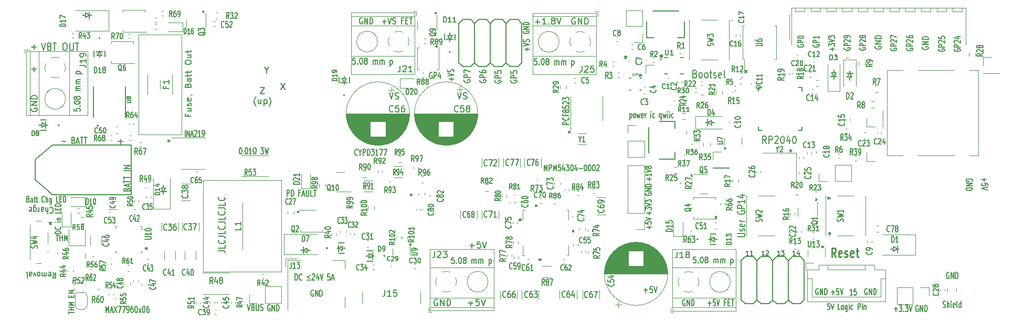
<source format=gbr>
%TF.GenerationSoftware,KiCad,Pcbnew,(6.0.2-0)*%
%TF.CreationDate,2023-06-03T21:04:40-06:00*%
%TF.ProjectId,Catlin RP2040 Sensing Controller,4361746c-696e-4205-9250-323034302053,rev?*%
%TF.SameCoordinates,Original*%
%TF.FileFunction,Legend,Top*%
%TF.FilePolarity,Positive*%
%FSLAX46Y46*%
G04 Gerber Fmt 4.6, Leading zero omitted, Abs format (unit mm)*
G04 Created by KiCad (PCBNEW (6.0.2-0)) date 2023-06-03 21:04:40*
%MOMM*%
%LPD*%
G01*
G04 APERTURE LIST*
%ADD10C,0.150000*%
%ADD11C,0.250000*%
%ADD12C,0.200000*%
%ADD13C,0.175000*%
%ADD14C,0.080000*%
%ADD15C,0.120000*%
%ADD16C,0.127000*%
%ADD17C,0.203200*%
%ADD18C,0.152400*%
%ADD19C,0.100000*%
%ADD20C,0.050000*%
G04 APERTURE END LIST*
D10*
X83405000Y-87705000D02*
X83995000Y-87325000D01*
X168620000Y-86200000D02*
X168050000Y-85810000D01*
X79145000Y-86490000D02*
X79145000Y-85730000D01*
X37710000Y-48770000D02*
X38300000Y-48390000D01*
X168030000Y-85820000D02*
X168030000Y-86580000D01*
X30680000Y-66520000D02*
X31270000Y-66140000D01*
X79030000Y-58655000D02*
X79410000Y-59245000D01*
X72800000Y-86400000D02*
X72400000Y-86400000D01*
X139125000Y-84625000D02*
X139605000Y-84625000D01*
X31300000Y-66150000D02*
X31575000Y-66150000D01*
X30680000Y-65760000D02*
X30680000Y-66520000D01*
X38330000Y-48400000D02*
X38730000Y-48400000D01*
X97000000Y-52320000D02*
X95900000Y-52320000D01*
X138535000Y-84635000D02*
X139105000Y-85025000D01*
X73420000Y-86030000D02*
X72830000Y-86410000D01*
X158420000Y-58270000D02*
X158810000Y-57700000D01*
X138690000Y-66130000D02*
X138690000Y-65370000D01*
X158800000Y-57680000D02*
X158040000Y-57680000D01*
X79790000Y-58655000D02*
X79030000Y-58655000D01*
X160975000Y-57810000D02*
X160585000Y-58380000D01*
X78525000Y-86650000D02*
X78525000Y-85550000D01*
X158960000Y-58300000D02*
X157860000Y-58300000D01*
X168650000Y-85660000D02*
X168650000Y-86760000D01*
X78555000Y-86110000D02*
X79125000Y-86500000D01*
X138690000Y-65740000D02*
X139170000Y-65740000D01*
X37710000Y-48400000D02*
X37230000Y-48400000D01*
X96080000Y-51700000D02*
X96460000Y-52290000D01*
X160985000Y-57780000D02*
X160985000Y-57380000D01*
X38330000Y-47850000D02*
X38330000Y-48950000D01*
X138070000Y-66290000D02*
X138070000Y-65190000D01*
X160985000Y-58400000D02*
X160985000Y-58880000D01*
X72800000Y-86950000D02*
X72800000Y-85850000D01*
X79145000Y-86100000D02*
X79625000Y-86100000D01*
X31300000Y-65600000D02*
X31300000Y-66700000D01*
X79410000Y-59245000D02*
X79800000Y-58675000D01*
X50255000Y-76950000D02*
X50255000Y-77350000D01*
X38300000Y-48390000D02*
X37730000Y-48000000D01*
X39950000Y-54920000D02*
X39950000Y-55200000D01*
X83995000Y-87325000D02*
X83425000Y-86935000D01*
X158410000Y-58300000D02*
X158410000Y-58700000D01*
X79400000Y-58655000D02*
X79400000Y-58175000D01*
X31270000Y-66140000D02*
X30700000Y-65750000D01*
X30680000Y-66150000D02*
X30200000Y-66150000D01*
X96450000Y-51700000D02*
X96450000Y-51220000D01*
X83405000Y-87335000D02*
X82925000Y-87335000D01*
X39950000Y-54300000D02*
X39950000Y-54025000D01*
X79950000Y-59275000D02*
X78850000Y-59275000D01*
X138100000Y-65750000D02*
X138670000Y-66140000D01*
X139125000Y-85015000D02*
X139125000Y-84255000D01*
X79400000Y-59275000D02*
X79400000Y-59550000D01*
X39560000Y-54920000D02*
X40320000Y-54920000D01*
X83405000Y-86945000D02*
X83405000Y-87705000D01*
X73420000Y-86400000D02*
X73900000Y-86400000D01*
X79145000Y-85730000D02*
X78555000Y-86110000D01*
X96450000Y-52320000D02*
X96450000Y-52595000D01*
X49885000Y-76330000D02*
X50265000Y-76920000D01*
X50255000Y-76330000D02*
X50255000Y-75850000D01*
X168030000Y-86580000D02*
X168620000Y-86200000D01*
X138070000Y-65740000D02*
X137670000Y-65740000D01*
X39400000Y-54300000D02*
X40500000Y-54300000D01*
X50805000Y-76950000D02*
X49705000Y-76950000D01*
X78525000Y-86100000D02*
X78250000Y-86100000D01*
X160435000Y-57780000D02*
X161535000Y-57780000D01*
X138690000Y-65370000D02*
X138100000Y-65750000D01*
X84025000Y-87335000D02*
X84300000Y-87335000D01*
X73420000Y-86790000D02*
X73420000Y-86030000D01*
X96460000Y-52290000D02*
X96850000Y-51720000D01*
X168030000Y-86210000D02*
X167550000Y-86210000D01*
X158410000Y-57680000D02*
X158410000Y-57200000D01*
X72830000Y-86410000D02*
X73400000Y-86800000D01*
X96840000Y-51700000D02*
X96080000Y-51700000D01*
X138505000Y-85175000D02*
X138505000Y-84075000D01*
X160595000Y-58400000D02*
X161355000Y-58400000D01*
X37710000Y-48010000D02*
X37710000Y-48770000D01*
X84025000Y-86785000D02*
X84025000Y-87885000D01*
X50265000Y-76920000D02*
X50655000Y-76350000D01*
X158040000Y-57680000D02*
X158420000Y-58270000D01*
X40320000Y-54920000D02*
X39940000Y-54330000D01*
X138505000Y-84625000D02*
X138230000Y-84625000D01*
X139125000Y-84255000D02*
X138535000Y-84635000D01*
X50645000Y-76330000D02*
X49885000Y-76330000D01*
X168650000Y-86210000D02*
X168925000Y-86210000D01*
X39940000Y-54330000D02*
X39550000Y-54900000D01*
X161355000Y-58400000D02*
X160975000Y-57810000D01*
X155100000Y-53150000D02*
X155052380Y-53216666D01*
X155052380Y-53316666D01*
X155100000Y-53416666D01*
X155195238Y-53483333D01*
X155290476Y-53516666D01*
X155480952Y-53550000D01*
X155623809Y-53550000D01*
X155814285Y-53516666D01*
X155909523Y-53483333D01*
X156004761Y-53416666D01*
X156052380Y-53316666D01*
X156052380Y-53250000D01*
X156004761Y-53150000D01*
X155957142Y-53116666D01*
X155623809Y-53116666D01*
X155623809Y-53250000D01*
X156052380Y-52816666D02*
X155052380Y-52816666D01*
X155052380Y-52550000D01*
X155100000Y-52483333D01*
X155147619Y-52450000D01*
X155242857Y-52416666D01*
X155385714Y-52416666D01*
X155480952Y-52450000D01*
X155528571Y-52483333D01*
X155576190Y-52550000D01*
X155576190Y-52816666D01*
X156052380Y-51750000D02*
X156052380Y-52150000D01*
X156052380Y-51950000D02*
X155052380Y-51950000D01*
X155195238Y-52016666D01*
X155290476Y-52083333D01*
X155338095Y-52150000D01*
X155866666Y-92650000D02*
X155800000Y-92602380D01*
X155700000Y-92602380D01*
X155600000Y-92650000D01*
X155533333Y-92745238D01*
X155500000Y-92840476D01*
X155466666Y-93030952D01*
X155466666Y-93173809D01*
X155500000Y-93364285D01*
X155533333Y-93459523D01*
X155600000Y-93554761D01*
X155700000Y-93602380D01*
X155766666Y-93602380D01*
X155866666Y-93554761D01*
X155900000Y-93507142D01*
X155900000Y-93173809D01*
X155766666Y-93173809D01*
X156200000Y-93602380D02*
X156200000Y-92602380D01*
X156600000Y-93602380D01*
X156600000Y-92602380D01*
X156933333Y-93602380D02*
X156933333Y-92602380D01*
X157100000Y-92602380D01*
X157200000Y-92650000D01*
X157266666Y-92745238D01*
X157300000Y-92840476D01*
X157333333Y-93030952D01*
X157333333Y-93173809D01*
X157300000Y-93364285D01*
X157266666Y-93459523D01*
X157200000Y-93554761D01*
X157100000Y-93602380D01*
X156933333Y-93602380D01*
X149716666Y-87255904D02*
X149316666Y-87255904D01*
X149516666Y-87255904D02*
X149516666Y-86455904D01*
X149450000Y-86570190D01*
X149383333Y-86646380D01*
X149316666Y-86684476D01*
X149950000Y-86455904D02*
X150383333Y-86455904D01*
X150150000Y-86760666D01*
X150250000Y-86760666D01*
X150316666Y-86798761D01*
X150350000Y-86836857D01*
X150383333Y-86913047D01*
X150383333Y-87103523D01*
X150350000Y-87179714D01*
X150316666Y-87217809D01*
X150250000Y-87255904D01*
X150050000Y-87255904D01*
X149983333Y-87217809D01*
X149950000Y-87179714D01*
X134391666Y-94425000D02*
X134325000Y-94377380D01*
X134225000Y-94377380D01*
X134125000Y-94425000D01*
X134058333Y-94520238D01*
X134025000Y-94615476D01*
X133991666Y-94805952D01*
X133991666Y-94948809D01*
X134025000Y-95139285D01*
X134058333Y-95234523D01*
X134125000Y-95329761D01*
X134225000Y-95377380D01*
X134291666Y-95377380D01*
X134391666Y-95329761D01*
X134425000Y-95282142D01*
X134425000Y-94948809D01*
X134291666Y-94948809D01*
X134725000Y-95377380D02*
X134725000Y-94377380D01*
X135125000Y-95377380D01*
X135125000Y-94377380D01*
X135458333Y-95377380D02*
X135458333Y-94377380D01*
X135625000Y-94377380D01*
X135725000Y-94425000D01*
X135791666Y-94520238D01*
X135825000Y-94615476D01*
X135858333Y-94805952D01*
X135858333Y-94948809D01*
X135825000Y-95139285D01*
X135791666Y-95234523D01*
X135725000Y-95329761D01*
X135625000Y-95377380D01*
X135458333Y-95377380D01*
X28950000Y-63436904D02*
X28902380Y-63532142D01*
X28902380Y-63675000D01*
X28950000Y-63817857D01*
X29045238Y-63913095D01*
X29140476Y-63960714D01*
X29330952Y-64008333D01*
X29473809Y-64008333D01*
X29664285Y-63960714D01*
X29759523Y-63913095D01*
X29854761Y-63817857D01*
X29902380Y-63675000D01*
X29902380Y-63579761D01*
X29854761Y-63436904D01*
X29807142Y-63389285D01*
X29473809Y-63389285D01*
X29473809Y-63579761D01*
X29902380Y-62960714D02*
X28902380Y-62960714D01*
X29902380Y-62389285D01*
X28902380Y-62389285D01*
X29902380Y-61913095D02*
X28902380Y-61913095D01*
X28902380Y-61675000D01*
X28950000Y-61532142D01*
X29045238Y-61436904D01*
X29140476Y-61389285D01*
X29330952Y-61341666D01*
X29473809Y-61341666D01*
X29664285Y-61389285D01*
X29759523Y-61436904D01*
X29854761Y-61532142D01*
X29902380Y-61675000D01*
X29902380Y-61913095D01*
X81566666Y-70957142D02*
X81533333Y-71004761D01*
X81433333Y-71052380D01*
X81366666Y-71052380D01*
X81266666Y-71004761D01*
X81200000Y-70909523D01*
X81166666Y-70814285D01*
X81133333Y-70623809D01*
X81133333Y-70480952D01*
X81166666Y-70290476D01*
X81200000Y-70195238D01*
X81266666Y-70100000D01*
X81366666Y-70052380D01*
X81433333Y-70052380D01*
X81533333Y-70100000D01*
X81566666Y-70147619D01*
X82000000Y-70576190D02*
X82000000Y-71052380D01*
X81766666Y-70052380D02*
X82000000Y-70576190D01*
X82233333Y-70052380D01*
X82466666Y-71052380D02*
X82466666Y-70052380D01*
X82733333Y-70052380D01*
X82800000Y-70100000D01*
X82833333Y-70147619D01*
X82866666Y-70242857D01*
X82866666Y-70385714D01*
X82833333Y-70480952D01*
X82800000Y-70528571D01*
X82733333Y-70576190D01*
X82466666Y-70576190D01*
X83166666Y-71052380D02*
X83166666Y-70052380D01*
X83333333Y-70052380D01*
X83433333Y-70100000D01*
X83500000Y-70195238D01*
X83533333Y-70290476D01*
X83566666Y-70480952D01*
X83566666Y-70623809D01*
X83533333Y-70814285D01*
X83500000Y-70909523D01*
X83433333Y-71004761D01*
X83333333Y-71052380D01*
X83166666Y-71052380D01*
X83800000Y-70052380D02*
X84233333Y-70052380D01*
X84000000Y-70433333D01*
X84100000Y-70433333D01*
X84166666Y-70480952D01*
X84200000Y-70528571D01*
X84233333Y-70623809D01*
X84233333Y-70861904D01*
X84200000Y-70957142D01*
X84166666Y-71004761D01*
X84100000Y-71052380D01*
X83900000Y-71052380D01*
X83833333Y-71004761D01*
X83800000Y-70957142D01*
X84900000Y-71052380D02*
X84500000Y-71052380D01*
X84700000Y-71052380D02*
X84700000Y-70052380D01*
X84633333Y-70195238D01*
X84566666Y-70290476D01*
X84500000Y-70338095D01*
X85133333Y-70052380D02*
X85600000Y-70052380D01*
X85300000Y-71052380D01*
X85800000Y-70052380D02*
X86266666Y-70052380D01*
X85966666Y-71052380D01*
X110500000Y-55402380D02*
X110119047Y-55402380D01*
X110080952Y-55878571D01*
X110119047Y-55830952D01*
X110195238Y-55783333D01*
X110385714Y-55783333D01*
X110461904Y-55830952D01*
X110500000Y-55878571D01*
X110538095Y-55973809D01*
X110538095Y-56211904D01*
X110500000Y-56307142D01*
X110461904Y-56354761D01*
X110385714Y-56402380D01*
X110195238Y-56402380D01*
X110119047Y-56354761D01*
X110080952Y-56307142D01*
X110880952Y-56307142D02*
X110919047Y-56354761D01*
X110880952Y-56402380D01*
X110842857Y-56354761D01*
X110880952Y-56307142D01*
X110880952Y-56402380D01*
X111414285Y-55402380D02*
X111490476Y-55402380D01*
X111566666Y-55450000D01*
X111604761Y-55497619D01*
X111642857Y-55592857D01*
X111680952Y-55783333D01*
X111680952Y-56021428D01*
X111642857Y-56211904D01*
X111604761Y-56307142D01*
X111566666Y-56354761D01*
X111490476Y-56402380D01*
X111414285Y-56402380D01*
X111338095Y-56354761D01*
X111300000Y-56307142D01*
X111261904Y-56211904D01*
X111223809Y-56021428D01*
X111223809Y-55783333D01*
X111261904Y-55592857D01*
X111300000Y-55497619D01*
X111338095Y-55450000D01*
X111414285Y-55402380D01*
X112138095Y-55830952D02*
X112061904Y-55783333D01*
X112023809Y-55735714D01*
X111985714Y-55640476D01*
X111985714Y-55592857D01*
X112023809Y-55497619D01*
X112061904Y-55450000D01*
X112138095Y-55402380D01*
X112290476Y-55402380D01*
X112366666Y-55450000D01*
X112404761Y-55497619D01*
X112442857Y-55592857D01*
X112442857Y-55640476D01*
X112404761Y-55735714D01*
X112366666Y-55783333D01*
X112290476Y-55830952D01*
X112138095Y-55830952D01*
X112061904Y-55878571D01*
X112023809Y-55926190D01*
X111985714Y-56021428D01*
X111985714Y-56211904D01*
X112023809Y-56307142D01*
X112061904Y-56354761D01*
X112138095Y-56402380D01*
X112290476Y-56402380D01*
X112366666Y-56354761D01*
X112404761Y-56307142D01*
X112442857Y-56211904D01*
X112442857Y-56021428D01*
X112404761Y-55926190D01*
X112366666Y-55878571D01*
X112290476Y-55830952D01*
X113395238Y-56402380D02*
X113395238Y-55735714D01*
X113395238Y-55830952D02*
X113433333Y-55783333D01*
X113509523Y-55735714D01*
X113623809Y-55735714D01*
X113700000Y-55783333D01*
X113738095Y-55878571D01*
X113738095Y-56402380D01*
X113738095Y-55878571D02*
X113776190Y-55783333D01*
X113852380Y-55735714D01*
X113966666Y-55735714D01*
X114042857Y-55783333D01*
X114080952Y-55878571D01*
X114080952Y-56402380D01*
X114461904Y-56402380D02*
X114461904Y-55735714D01*
X114461904Y-55830952D02*
X114500000Y-55783333D01*
X114576190Y-55735714D01*
X114690476Y-55735714D01*
X114766666Y-55783333D01*
X114804761Y-55878571D01*
X114804761Y-56402380D01*
X114804761Y-55878571D02*
X114842857Y-55783333D01*
X114919047Y-55735714D01*
X115033333Y-55735714D01*
X115109523Y-55783333D01*
X115147619Y-55878571D01*
X115147619Y-56402380D01*
X116138095Y-55735714D02*
X116138095Y-56735714D01*
X116138095Y-55783333D02*
X116214285Y-55735714D01*
X116366666Y-55735714D01*
X116442857Y-55783333D01*
X116480952Y-55830952D01*
X116519047Y-55926190D01*
X116519047Y-56211904D01*
X116480952Y-56307142D01*
X116442857Y-56354761D01*
X116366666Y-56402380D01*
X116214285Y-56402380D01*
X116138095Y-56354761D01*
X172725000Y-53509523D02*
X172677380Y-53585714D01*
X172677380Y-53700000D01*
X172725000Y-53814285D01*
X172820238Y-53890476D01*
X172915476Y-53928571D01*
X173105952Y-53966666D01*
X173248809Y-53966666D01*
X173439285Y-53928571D01*
X173534523Y-53890476D01*
X173629761Y-53814285D01*
X173677380Y-53700000D01*
X173677380Y-53623809D01*
X173629761Y-53509523D01*
X173582142Y-53471428D01*
X173248809Y-53471428D01*
X173248809Y-53623809D01*
X173677380Y-53128571D02*
X172677380Y-53128571D01*
X173677380Y-52671428D01*
X172677380Y-52671428D01*
X173677380Y-52290476D02*
X172677380Y-52290476D01*
X172677380Y-52100000D01*
X172725000Y-51985714D01*
X172820238Y-51909523D01*
X172915476Y-51871428D01*
X173105952Y-51833333D01*
X173248809Y-51833333D01*
X173439285Y-51871428D01*
X173534523Y-51909523D01*
X173629761Y-51985714D01*
X173677380Y-52100000D01*
X173677380Y-52290476D01*
X33888095Y-68771428D02*
X34497619Y-68771428D01*
X35754761Y-68628571D02*
X35869047Y-68676190D01*
X35907142Y-68723809D01*
X35945238Y-68819047D01*
X35945238Y-68961904D01*
X35907142Y-69057142D01*
X35869047Y-69104761D01*
X35792857Y-69152380D01*
X35488095Y-69152380D01*
X35488095Y-68152380D01*
X35754761Y-68152380D01*
X35830952Y-68200000D01*
X35869047Y-68247619D01*
X35907142Y-68342857D01*
X35907142Y-68438095D01*
X35869047Y-68533333D01*
X35830952Y-68580952D01*
X35754761Y-68628571D01*
X35488095Y-68628571D01*
X36250000Y-68866666D02*
X36630952Y-68866666D01*
X36173809Y-69152380D02*
X36440476Y-68152380D01*
X36707142Y-69152380D01*
X36859523Y-68152380D02*
X37316666Y-68152380D01*
X37088095Y-69152380D02*
X37088095Y-68152380D01*
X37469047Y-68152380D02*
X37926190Y-68152380D01*
X37697619Y-69152380D02*
X37697619Y-68152380D01*
D11*
X130550000Y-54752380D02*
X130550000Y-54990476D01*
X130311904Y-54895238D02*
X130550000Y-54990476D01*
X130788095Y-54895238D01*
X130407142Y-55180952D02*
X130550000Y-54990476D01*
X130692857Y-55180952D01*
D10*
X97150000Y-87552380D02*
X96769047Y-87552380D01*
X96730952Y-88028571D01*
X96769047Y-87980952D01*
X96845238Y-87933333D01*
X97035714Y-87933333D01*
X97111904Y-87980952D01*
X97150000Y-88028571D01*
X97188095Y-88123809D01*
X97188095Y-88361904D01*
X97150000Y-88457142D01*
X97111904Y-88504761D01*
X97035714Y-88552380D01*
X96845238Y-88552380D01*
X96769047Y-88504761D01*
X96730952Y-88457142D01*
X97530952Y-88457142D02*
X97569047Y-88504761D01*
X97530952Y-88552380D01*
X97492857Y-88504761D01*
X97530952Y-88457142D01*
X97530952Y-88552380D01*
X98064285Y-87552380D02*
X98140476Y-87552380D01*
X98216666Y-87600000D01*
X98254761Y-87647619D01*
X98292857Y-87742857D01*
X98330952Y-87933333D01*
X98330952Y-88171428D01*
X98292857Y-88361904D01*
X98254761Y-88457142D01*
X98216666Y-88504761D01*
X98140476Y-88552380D01*
X98064285Y-88552380D01*
X97988095Y-88504761D01*
X97950000Y-88457142D01*
X97911904Y-88361904D01*
X97873809Y-88171428D01*
X97873809Y-87933333D01*
X97911904Y-87742857D01*
X97950000Y-87647619D01*
X97988095Y-87600000D01*
X98064285Y-87552380D01*
X98788095Y-87980952D02*
X98711904Y-87933333D01*
X98673809Y-87885714D01*
X98635714Y-87790476D01*
X98635714Y-87742857D01*
X98673809Y-87647619D01*
X98711904Y-87600000D01*
X98788095Y-87552380D01*
X98940476Y-87552380D01*
X99016666Y-87600000D01*
X99054761Y-87647619D01*
X99092857Y-87742857D01*
X99092857Y-87790476D01*
X99054761Y-87885714D01*
X99016666Y-87933333D01*
X98940476Y-87980952D01*
X98788095Y-87980952D01*
X98711904Y-88028571D01*
X98673809Y-88076190D01*
X98635714Y-88171428D01*
X98635714Y-88361904D01*
X98673809Y-88457142D01*
X98711904Y-88504761D01*
X98788095Y-88552380D01*
X98940476Y-88552380D01*
X99016666Y-88504761D01*
X99054761Y-88457142D01*
X99092857Y-88361904D01*
X99092857Y-88171428D01*
X99054761Y-88076190D01*
X99016666Y-88028571D01*
X98940476Y-87980952D01*
X100045238Y-88552380D02*
X100045238Y-87885714D01*
X100045238Y-87980952D02*
X100083333Y-87933333D01*
X100159523Y-87885714D01*
X100273809Y-87885714D01*
X100350000Y-87933333D01*
X100388095Y-88028571D01*
X100388095Y-88552380D01*
X100388095Y-88028571D02*
X100426190Y-87933333D01*
X100502380Y-87885714D01*
X100616666Y-87885714D01*
X100692857Y-87933333D01*
X100730952Y-88028571D01*
X100730952Y-88552380D01*
X101111904Y-88552380D02*
X101111904Y-87885714D01*
X101111904Y-87980952D02*
X101150000Y-87933333D01*
X101226190Y-87885714D01*
X101340476Y-87885714D01*
X101416666Y-87933333D01*
X101454761Y-88028571D01*
X101454761Y-88552380D01*
X101454761Y-88028571D02*
X101492857Y-87933333D01*
X101569047Y-87885714D01*
X101683333Y-87885714D01*
X101759523Y-87933333D01*
X101797619Y-88028571D01*
X101797619Y-88552380D01*
X102788095Y-87885714D02*
X102788095Y-88885714D01*
X102788095Y-87933333D02*
X102864285Y-87885714D01*
X103016666Y-87885714D01*
X103092857Y-87933333D01*
X103130952Y-87980952D01*
X103169047Y-88076190D01*
X103169047Y-88361904D01*
X103130952Y-88457142D01*
X103092857Y-88504761D01*
X103016666Y-88552380D01*
X102864285Y-88552380D01*
X102788095Y-88504761D01*
X160100000Y-53647619D02*
X160052380Y-53711428D01*
X160052380Y-53807142D01*
X160100000Y-53902857D01*
X160195238Y-53966666D01*
X160290476Y-53998571D01*
X160480952Y-54030476D01*
X160623809Y-54030476D01*
X160814285Y-53998571D01*
X160909523Y-53966666D01*
X161004761Y-53902857D01*
X161052380Y-53807142D01*
X161052380Y-53743333D01*
X161004761Y-53647619D01*
X160957142Y-53615714D01*
X160623809Y-53615714D01*
X160623809Y-53743333D01*
X161052380Y-53328571D02*
X160052380Y-53328571D01*
X160052380Y-53073333D01*
X160100000Y-53009523D01*
X160147619Y-52977619D01*
X160242857Y-52945714D01*
X160385714Y-52945714D01*
X160480952Y-52977619D01*
X160528571Y-53009523D01*
X160576190Y-53073333D01*
X160576190Y-53328571D01*
X160147619Y-52690476D02*
X160100000Y-52658571D01*
X160052380Y-52594761D01*
X160052380Y-52435238D01*
X160100000Y-52371428D01*
X160147619Y-52339523D01*
X160242857Y-52307619D01*
X160338095Y-52307619D01*
X160480952Y-52339523D01*
X161052380Y-52722380D01*
X161052380Y-52307619D01*
X161052380Y-51988571D02*
X161052380Y-51860952D01*
X161004761Y-51797142D01*
X160957142Y-51765238D01*
X160814285Y-51701428D01*
X160623809Y-51669523D01*
X160242857Y-51669523D01*
X160147619Y-51701428D01*
X160100000Y-51733333D01*
X160052380Y-51797142D01*
X160052380Y-51924761D01*
X160100000Y-51988571D01*
X160147619Y-52020476D01*
X160242857Y-52052380D01*
X160480952Y-52052380D01*
X160576190Y-52020476D01*
X160623809Y-51988571D01*
X160671428Y-51924761D01*
X160671428Y-51797142D01*
X160623809Y-51733333D01*
X160576190Y-51701428D01*
X160480952Y-51669523D01*
X180700000Y-75266666D02*
X180747619Y-75200000D01*
X180747619Y-75100000D01*
X180700000Y-75000000D01*
X180604761Y-74933333D01*
X180509523Y-74900000D01*
X180319047Y-74866666D01*
X180176190Y-74866666D01*
X179985714Y-74900000D01*
X179890476Y-74933333D01*
X179795238Y-75000000D01*
X179747619Y-75100000D01*
X179747619Y-75166666D01*
X179795238Y-75266666D01*
X179842857Y-75300000D01*
X180176190Y-75300000D01*
X180176190Y-75166666D01*
X179747619Y-75600000D02*
X180747619Y-75600000D01*
X179747619Y-76000000D01*
X180747619Y-76000000D01*
X179747619Y-76333333D02*
X180747619Y-76333333D01*
X180747619Y-76500000D01*
X180700000Y-76600000D01*
X180604761Y-76666666D01*
X180509523Y-76700000D01*
X180319047Y-76733333D01*
X180176190Y-76733333D01*
X179985714Y-76700000D01*
X179890476Y-76666666D01*
X179795238Y-76600000D01*
X179747619Y-76500000D01*
X179747619Y-76333333D01*
X66900000Y-57276190D02*
X66900000Y-57752380D01*
X66566666Y-56752380D02*
X66900000Y-57276190D01*
X67233333Y-56752380D01*
X31978571Y-79542857D02*
X32016666Y-79495238D01*
X32130952Y-79447619D01*
X32207142Y-79447619D01*
X32321428Y-79495238D01*
X32397619Y-79590476D01*
X32435714Y-79685714D01*
X32473809Y-79876190D01*
X32473809Y-80019047D01*
X32435714Y-80209523D01*
X32397619Y-80304761D01*
X32321428Y-80400000D01*
X32207142Y-80447619D01*
X32130952Y-80447619D01*
X32016666Y-80400000D01*
X31978571Y-80352380D01*
X31635714Y-79447619D02*
X31635714Y-80447619D01*
X31292857Y-79447619D02*
X31292857Y-79971428D01*
X31330952Y-80066666D01*
X31407142Y-80114285D01*
X31521428Y-80114285D01*
X31597619Y-80066666D01*
X31635714Y-80019047D01*
X30569047Y-79447619D02*
X30569047Y-79971428D01*
X30607142Y-80066666D01*
X30683333Y-80114285D01*
X30835714Y-80114285D01*
X30911904Y-80066666D01*
X30569047Y-79495238D02*
X30645238Y-79447619D01*
X30835714Y-79447619D01*
X30911904Y-79495238D01*
X30950000Y-79590476D01*
X30950000Y-79685714D01*
X30911904Y-79780952D01*
X30835714Y-79828571D01*
X30645238Y-79828571D01*
X30569047Y-79876190D01*
X30188095Y-79447619D02*
X30188095Y-80114285D01*
X30188095Y-79923809D02*
X30150000Y-80019047D01*
X30111904Y-80066666D01*
X30035714Y-80114285D01*
X29959523Y-80114285D01*
X29350000Y-80114285D02*
X29350000Y-79304761D01*
X29388095Y-79209523D01*
X29426190Y-79161904D01*
X29502380Y-79114285D01*
X29616666Y-79114285D01*
X29692857Y-79161904D01*
X29350000Y-79495238D02*
X29426190Y-79447619D01*
X29578571Y-79447619D01*
X29654761Y-79495238D01*
X29692857Y-79542857D01*
X29730952Y-79638095D01*
X29730952Y-79923809D01*
X29692857Y-80019047D01*
X29654761Y-80066666D01*
X29578571Y-80114285D01*
X29426190Y-80114285D01*
X29350000Y-80066666D01*
X28664285Y-79495238D02*
X28740476Y-79447619D01*
X28892857Y-79447619D01*
X28969047Y-79495238D01*
X29007142Y-79590476D01*
X29007142Y-79971428D01*
X28969047Y-80066666D01*
X28892857Y-80114285D01*
X28740476Y-80114285D01*
X28664285Y-80066666D01*
X28626190Y-79971428D01*
X28626190Y-79876190D01*
X29007142Y-79780952D01*
X94200000Y-47866428D02*
X94200000Y-48009285D01*
X94057142Y-47952142D02*
X94200000Y-48009285D01*
X94342857Y-47952142D01*
X94114285Y-48123571D02*
X94200000Y-48009285D01*
X94285714Y-48123571D01*
X90100000Y-85311904D02*
X90100000Y-85502380D01*
X89909523Y-85426190D02*
X90100000Y-85502380D01*
X90290476Y-85426190D01*
X89985714Y-85654761D02*
X90100000Y-85502380D01*
X90214285Y-85654761D01*
X28440476Y-78128571D02*
X28533333Y-78176190D01*
X28564285Y-78223809D01*
X28595238Y-78319047D01*
X28595238Y-78461904D01*
X28564285Y-78557142D01*
X28533333Y-78604761D01*
X28471428Y-78652380D01*
X28223809Y-78652380D01*
X28223809Y-77652380D01*
X28440476Y-77652380D01*
X28502380Y-77700000D01*
X28533333Y-77747619D01*
X28564285Y-77842857D01*
X28564285Y-77938095D01*
X28533333Y-78033333D01*
X28502380Y-78080952D01*
X28440476Y-78128571D01*
X28223809Y-78128571D01*
X29152380Y-78652380D02*
X29152380Y-78128571D01*
X29121428Y-78033333D01*
X29059523Y-77985714D01*
X28935714Y-77985714D01*
X28873809Y-78033333D01*
X29152380Y-78604761D02*
X29090476Y-78652380D01*
X28935714Y-78652380D01*
X28873809Y-78604761D01*
X28842857Y-78509523D01*
X28842857Y-78414285D01*
X28873809Y-78319047D01*
X28935714Y-78271428D01*
X29090476Y-78271428D01*
X29152380Y-78223809D01*
X29369047Y-77985714D02*
X29616666Y-77985714D01*
X29461904Y-77652380D02*
X29461904Y-78509523D01*
X29492857Y-78604761D01*
X29554761Y-78652380D01*
X29616666Y-78652380D01*
X29740476Y-77985714D02*
X29988095Y-77985714D01*
X29833333Y-77652380D02*
X29833333Y-78509523D01*
X29864285Y-78604761D01*
X29926190Y-78652380D01*
X29988095Y-78652380D01*
X31071428Y-78557142D02*
X31040476Y-78604761D01*
X30947619Y-78652380D01*
X30885714Y-78652380D01*
X30792857Y-78604761D01*
X30730952Y-78509523D01*
X30700000Y-78414285D01*
X30669047Y-78223809D01*
X30669047Y-78080952D01*
X30700000Y-77890476D01*
X30730952Y-77795238D01*
X30792857Y-77700000D01*
X30885714Y-77652380D01*
X30947619Y-77652380D01*
X31040476Y-77700000D01*
X31071428Y-77747619D01*
X31350000Y-78652380D02*
X31350000Y-77652380D01*
X31628571Y-78652380D02*
X31628571Y-78128571D01*
X31597619Y-78033333D01*
X31535714Y-77985714D01*
X31442857Y-77985714D01*
X31380952Y-78033333D01*
X31350000Y-78080952D01*
X32216666Y-77985714D02*
X32216666Y-78795238D01*
X32185714Y-78890476D01*
X32154761Y-78938095D01*
X32092857Y-78985714D01*
X32000000Y-78985714D01*
X31938095Y-78938095D01*
X32216666Y-78604761D02*
X32154761Y-78652380D01*
X32030952Y-78652380D01*
X31969047Y-78604761D01*
X31938095Y-78557142D01*
X31907142Y-78461904D01*
X31907142Y-78176190D01*
X31938095Y-78080952D01*
X31969047Y-78033333D01*
X32030952Y-77985714D01*
X32154761Y-77985714D01*
X32216666Y-78033333D01*
X33330952Y-78652380D02*
X33021428Y-78652380D01*
X33021428Y-77652380D01*
X33547619Y-78128571D02*
X33764285Y-78128571D01*
X33857142Y-78652380D02*
X33547619Y-78652380D01*
X33547619Y-77652380D01*
X33857142Y-77652380D01*
X34135714Y-78652380D02*
X34135714Y-77652380D01*
X34290476Y-77652380D01*
X34383333Y-77700000D01*
X34445238Y-77795238D01*
X34476190Y-77890476D01*
X34507142Y-78080952D01*
X34507142Y-78223809D01*
X34476190Y-78414285D01*
X34445238Y-78509523D01*
X34383333Y-78604761D01*
X34290476Y-78652380D01*
X34135714Y-78652380D01*
X67466666Y-95250000D02*
X67400000Y-95202380D01*
X67300000Y-95202380D01*
X67200000Y-95250000D01*
X67133333Y-95345238D01*
X67100000Y-95440476D01*
X67066666Y-95630952D01*
X67066666Y-95773809D01*
X67100000Y-95964285D01*
X67133333Y-96059523D01*
X67200000Y-96154761D01*
X67300000Y-96202380D01*
X67366666Y-96202380D01*
X67466666Y-96154761D01*
X67500000Y-96107142D01*
X67500000Y-95773809D01*
X67366666Y-95773809D01*
X67800000Y-96202380D02*
X67800000Y-95202380D01*
X68200000Y-96202380D01*
X68200000Y-95202380D01*
X68533333Y-96202380D02*
X68533333Y-95202380D01*
X68700000Y-95202380D01*
X68800000Y-95250000D01*
X68866666Y-95345238D01*
X68900000Y-95440476D01*
X68933333Y-95630952D01*
X68933333Y-95773809D01*
X68900000Y-95964285D01*
X68866666Y-96059523D01*
X68800000Y-96154761D01*
X68700000Y-96202380D01*
X68533333Y-96202380D01*
X54228571Y-64428571D02*
X54228571Y-64761904D01*
X54752380Y-64761904D02*
X53752380Y-64761904D01*
X53752380Y-64285714D01*
X54085714Y-63476190D02*
X54752380Y-63476190D01*
X54085714Y-63904761D02*
X54609523Y-63904761D01*
X54704761Y-63857142D01*
X54752380Y-63761904D01*
X54752380Y-63619047D01*
X54704761Y-63523809D01*
X54657142Y-63476190D01*
X54704761Y-63047619D02*
X54752380Y-62952380D01*
X54752380Y-62761904D01*
X54704761Y-62666666D01*
X54609523Y-62619047D01*
X54561904Y-62619047D01*
X54466666Y-62666666D01*
X54419047Y-62761904D01*
X54419047Y-62904761D01*
X54371428Y-63000000D01*
X54276190Y-63047619D01*
X54228571Y-63047619D01*
X54133333Y-63000000D01*
X54085714Y-62904761D01*
X54085714Y-62761904D01*
X54133333Y-62666666D01*
X54704761Y-61809523D02*
X54752380Y-61904761D01*
X54752380Y-62095238D01*
X54704761Y-62190476D01*
X54609523Y-62238095D01*
X54228571Y-62238095D01*
X54133333Y-62190476D01*
X54085714Y-62095238D01*
X54085714Y-61904761D01*
X54133333Y-61809523D01*
X54228571Y-61761904D01*
X54323809Y-61761904D01*
X54419047Y-62238095D01*
X54704761Y-61285714D02*
X54752380Y-61285714D01*
X54847619Y-61333333D01*
X54895238Y-61380952D01*
X54228571Y-59761904D02*
X54276190Y-59619047D01*
X54323809Y-59571428D01*
X54419047Y-59523809D01*
X54561904Y-59523809D01*
X54657142Y-59571428D01*
X54704761Y-59619047D01*
X54752380Y-59714285D01*
X54752380Y-60095238D01*
X53752380Y-60095238D01*
X53752380Y-59761904D01*
X53800000Y-59666666D01*
X53847619Y-59619047D01*
X53942857Y-59571428D01*
X54038095Y-59571428D01*
X54133333Y-59619047D01*
X54180952Y-59666666D01*
X54228571Y-59761904D01*
X54228571Y-60095238D01*
X54752380Y-58666666D02*
X54228571Y-58666666D01*
X54133333Y-58714285D01*
X54085714Y-58809523D01*
X54085714Y-59000000D01*
X54133333Y-59095238D01*
X54704761Y-58666666D02*
X54752380Y-58761904D01*
X54752380Y-59000000D01*
X54704761Y-59095238D01*
X54609523Y-59142857D01*
X54514285Y-59142857D01*
X54419047Y-59095238D01*
X54371428Y-59000000D01*
X54371428Y-58761904D01*
X54323809Y-58666666D01*
X54085714Y-58333333D02*
X54085714Y-57952380D01*
X53752380Y-58190476D02*
X54609523Y-58190476D01*
X54704761Y-58142857D01*
X54752380Y-58047619D01*
X54752380Y-57952380D01*
X54085714Y-57761904D02*
X54085714Y-57380952D01*
X53752380Y-57619047D02*
X54609523Y-57619047D01*
X54704761Y-57571428D01*
X54752380Y-57476190D01*
X54752380Y-57380952D01*
X53752380Y-56095238D02*
X53752380Y-55904761D01*
X53800000Y-55809523D01*
X53895238Y-55714285D01*
X54085714Y-55666666D01*
X54419047Y-55666666D01*
X54609523Y-55714285D01*
X54704761Y-55809523D01*
X54752380Y-55904761D01*
X54752380Y-56095238D01*
X54704761Y-56190476D01*
X54609523Y-56285714D01*
X54419047Y-56333333D01*
X54085714Y-56333333D01*
X53895238Y-56285714D01*
X53800000Y-56190476D01*
X53752380Y-56095238D01*
X54085714Y-54809523D02*
X54752380Y-54809523D01*
X54085714Y-55238095D02*
X54609523Y-55238095D01*
X54704761Y-55190476D01*
X54752380Y-55095238D01*
X54752380Y-54952380D01*
X54704761Y-54857142D01*
X54657142Y-54809523D01*
X54085714Y-54476190D02*
X54085714Y-54095238D01*
X53752380Y-54333333D02*
X54609523Y-54333333D01*
X54704761Y-54285714D01*
X54752380Y-54190476D01*
X54752380Y-54095238D01*
X177850000Y-53858333D02*
X177802380Y-53925000D01*
X177802380Y-54025000D01*
X177850000Y-54125000D01*
X177945238Y-54191666D01*
X178040476Y-54225000D01*
X178230952Y-54258333D01*
X178373809Y-54258333D01*
X178564285Y-54225000D01*
X178659523Y-54191666D01*
X178754761Y-54125000D01*
X178802380Y-54025000D01*
X178802380Y-53958333D01*
X178754761Y-53858333D01*
X178707142Y-53825000D01*
X178373809Y-53825000D01*
X178373809Y-53958333D01*
X178802380Y-53525000D02*
X177802380Y-53525000D01*
X177802380Y-53258333D01*
X177850000Y-53191666D01*
X177897619Y-53158333D01*
X177992857Y-53125000D01*
X178135714Y-53125000D01*
X178230952Y-53158333D01*
X178278571Y-53191666D01*
X178326190Y-53258333D01*
X178326190Y-53525000D01*
X177897619Y-52858333D02*
X177850000Y-52825000D01*
X177802380Y-52758333D01*
X177802380Y-52591666D01*
X177850000Y-52525000D01*
X177897619Y-52491666D01*
X177992857Y-52458333D01*
X178088095Y-52458333D01*
X178230952Y-52491666D01*
X178802380Y-52891666D01*
X178802380Y-52458333D01*
X178135714Y-51858333D02*
X178802380Y-51858333D01*
X177754761Y-52025000D02*
X178469047Y-52191666D01*
X178469047Y-51758333D01*
X59097619Y-86457142D02*
X59883333Y-86457142D01*
X60040476Y-86500000D01*
X60145238Y-86585714D01*
X60197619Y-86714285D01*
X60197619Y-86800000D01*
X60197619Y-85600000D02*
X60197619Y-86028571D01*
X59097619Y-86028571D01*
X60092857Y-84785714D02*
X60145238Y-84828571D01*
X60197619Y-84957142D01*
X60197619Y-85042857D01*
X60145238Y-85171428D01*
X60040476Y-85257142D01*
X59935714Y-85300000D01*
X59726190Y-85342857D01*
X59569047Y-85342857D01*
X59359523Y-85300000D01*
X59254761Y-85257142D01*
X59150000Y-85171428D01*
X59097619Y-85042857D01*
X59097619Y-84957142D01*
X59150000Y-84828571D01*
X59202380Y-84785714D01*
X59097619Y-84142857D02*
X59883333Y-84142857D01*
X60040476Y-84185714D01*
X60145238Y-84271428D01*
X60197619Y-84400000D01*
X60197619Y-84485714D01*
X60197619Y-83285714D02*
X60197619Y-83714285D01*
X59097619Y-83714285D01*
X60092857Y-82471428D02*
X60145238Y-82514285D01*
X60197619Y-82642857D01*
X60197619Y-82728571D01*
X60145238Y-82857142D01*
X60040476Y-82942857D01*
X59935714Y-82985714D01*
X59726190Y-83028571D01*
X59569047Y-83028571D01*
X59359523Y-82985714D01*
X59254761Y-82942857D01*
X59150000Y-82857142D01*
X59097619Y-82728571D01*
X59097619Y-82642857D01*
X59150000Y-82514285D01*
X59202380Y-82471428D01*
X59097619Y-81828571D02*
X59883333Y-81828571D01*
X60040476Y-81871428D01*
X60145238Y-81957142D01*
X60197619Y-82085714D01*
X60197619Y-82171428D01*
X60197619Y-80971428D02*
X60197619Y-81400000D01*
X59097619Y-81400000D01*
X60092857Y-80157142D02*
X60145238Y-80200000D01*
X60197619Y-80328571D01*
X60197619Y-80414285D01*
X60145238Y-80542857D01*
X60040476Y-80628571D01*
X59935714Y-80671428D01*
X59726190Y-80714285D01*
X59569047Y-80714285D01*
X59359523Y-80671428D01*
X59254761Y-80628571D01*
X59150000Y-80542857D01*
X59097619Y-80414285D01*
X59097619Y-80328571D01*
X59150000Y-80200000D01*
X59202380Y-80157142D01*
X59097619Y-79514285D02*
X59883333Y-79514285D01*
X60040476Y-79557142D01*
X60145238Y-79642857D01*
X60197619Y-79771428D01*
X60197619Y-79857142D01*
X60197619Y-78657142D02*
X60197619Y-79085714D01*
X59097619Y-79085714D01*
X60092857Y-77842857D02*
X60145238Y-77885714D01*
X60197619Y-78014285D01*
X60197619Y-78100000D01*
X60145238Y-78228571D01*
X60040476Y-78314285D01*
X59935714Y-78357142D01*
X59726190Y-78400000D01*
X59569047Y-78400000D01*
X59359523Y-78357142D01*
X59254761Y-78314285D01*
X59150000Y-78228571D01*
X59097619Y-78100000D01*
X59097619Y-78014285D01*
X59150000Y-77885714D01*
X59202380Y-77842857D01*
X101350000Y-58881428D02*
X101302380Y-58957619D01*
X101302380Y-59071904D01*
X101350000Y-59186190D01*
X101445238Y-59262380D01*
X101540476Y-59300476D01*
X101730952Y-59338571D01*
X101873809Y-59338571D01*
X102064285Y-59300476D01*
X102159523Y-59262380D01*
X102254761Y-59186190D01*
X102302380Y-59071904D01*
X102302380Y-58995714D01*
X102254761Y-58881428D01*
X102207142Y-58843333D01*
X101873809Y-58843333D01*
X101873809Y-58995714D01*
X102302380Y-58500476D02*
X101302380Y-58500476D01*
X101302380Y-58195714D01*
X101350000Y-58119523D01*
X101397619Y-58081428D01*
X101492857Y-58043333D01*
X101635714Y-58043333D01*
X101730952Y-58081428D01*
X101778571Y-58119523D01*
X101826190Y-58195714D01*
X101826190Y-58500476D01*
X101302380Y-57357619D02*
X101302380Y-57510000D01*
X101350000Y-57586190D01*
X101397619Y-57624285D01*
X101540476Y-57700476D01*
X101730952Y-57738571D01*
X102111904Y-57738571D01*
X102207142Y-57700476D01*
X102254761Y-57662380D01*
X102302380Y-57586190D01*
X102302380Y-57433809D01*
X102254761Y-57357619D01*
X102207142Y-57319523D01*
X102111904Y-57281428D01*
X101873809Y-57281428D01*
X101778571Y-57319523D01*
X101730952Y-57357619D01*
X101683333Y-57433809D01*
X101683333Y-57586190D01*
X101730952Y-57662380D01*
X101778571Y-57700476D01*
X101873809Y-57738571D01*
X125490476Y-64285714D02*
X125490476Y-65285714D01*
X125490476Y-64333333D02*
X125554285Y-64285714D01*
X125681904Y-64285714D01*
X125745714Y-64333333D01*
X125777619Y-64380952D01*
X125809523Y-64476190D01*
X125809523Y-64761904D01*
X125777619Y-64857142D01*
X125745714Y-64904761D01*
X125681904Y-64952380D01*
X125554285Y-64952380D01*
X125490476Y-64904761D01*
X126192380Y-64952380D02*
X126128571Y-64904761D01*
X126096666Y-64857142D01*
X126064761Y-64761904D01*
X126064761Y-64476190D01*
X126096666Y-64380952D01*
X126128571Y-64333333D01*
X126192380Y-64285714D01*
X126288095Y-64285714D01*
X126351904Y-64333333D01*
X126383809Y-64380952D01*
X126415714Y-64476190D01*
X126415714Y-64761904D01*
X126383809Y-64857142D01*
X126351904Y-64904761D01*
X126288095Y-64952380D01*
X126192380Y-64952380D01*
X126639047Y-64285714D02*
X126766666Y-64952380D01*
X126894285Y-64476190D01*
X127021904Y-64952380D01*
X127149523Y-64285714D01*
X127660000Y-64904761D02*
X127596190Y-64952380D01*
X127468571Y-64952380D01*
X127404761Y-64904761D01*
X127372857Y-64809523D01*
X127372857Y-64428571D01*
X127404761Y-64333333D01*
X127468571Y-64285714D01*
X127596190Y-64285714D01*
X127660000Y-64333333D01*
X127691904Y-64428571D01*
X127691904Y-64523809D01*
X127372857Y-64619047D01*
X127979047Y-64952380D02*
X127979047Y-64285714D01*
X127979047Y-64476190D02*
X128010952Y-64380952D01*
X128042857Y-64333333D01*
X128106666Y-64285714D01*
X128170476Y-64285714D01*
X128904285Y-64952380D02*
X128904285Y-64285714D01*
X128904285Y-63952380D02*
X128872380Y-64000000D01*
X128904285Y-64047619D01*
X128936190Y-64000000D01*
X128904285Y-63952380D01*
X128904285Y-64047619D01*
X129510476Y-64904761D02*
X129446666Y-64952380D01*
X129319047Y-64952380D01*
X129255238Y-64904761D01*
X129223333Y-64857142D01*
X129191428Y-64761904D01*
X129191428Y-64476190D01*
X129223333Y-64380952D01*
X129255238Y-64333333D01*
X129319047Y-64285714D01*
X129446666Y-64285714D01*
X129510476Y-64333333D01*
X130595238Y-64285714D02*
X130595238Y-65285714D01*
X130595238Y-64904761D02*
X130531428Y-64952380D01*
X130403809Y-64952380D01*
X130340000Y-64904761D01*
X130308095Y-64857142D01*
X130276190Y-64761904D01*
X130276190Y-64476190D01*
X130308095Y-64380952D01*
X130340000Y-64333333D01*
X130403809Y-64285714D01*
X130531428Y-64285714D01*
X130595238Y-64333333D01*
X130850476Y-64285714D02*
X130978095Y-64952380D01*
X131105714Y-64476190D01*
X131233333Y-64952380D01*
X131360952Y-64285714D01*
X131616190Y-64952380D02*
X131616190Y-64285714D01*
X131616190Y-63952380D02*
X131584285Y-64000000D01*
X131616190Y-64047619D01*
X131648095Y-64000000D01*
X131616190Y-63952380D01*
X131616190Y-64047619D01*
X131935238Y-64952380D02*
X131935238Y-64285714D01*
X131935238Y-63952380D02*
X131903333Y-64000000D01*
X131935238Y-64047619D01*
X131967142Y-64000000D01*
X131935238Y-63952380D01*
X131935238Y-64047619D01*
X132541428Y-64904761D02*
X132477619Y-64952380D01*
X132350000Y-64952380D01*
X132286190Y-64904761D01*
X132254285Y-64857142D01*
X132222380Y-64761904D01*
X132222380Y-64476190D01*
X132254285Y-64380952D01*
X132286190Y-64333333D01*
X132350000Y-64285714D01*
X132477619Y-64285714D01*
X132541428Y-64333333D01*
X165100000Y-53409523D02*
X165052380Y-53485714D01*
X165052380Y-53600000D01*
X165100000Y-53714285D01*
X165195238Y-53790476D01*
X165290476Y-53828571D01*
X165480952Y-53866666D01*
X165623809Y-53866666D01*
X165814285Y-53828571D01*
X165909523Y-53790476D01*
X166004761Y-53714285D01*
X166052380Y-53600000D01*
X166052380Y-53523809D01*
X166004761Y-53409523D01*
X165957142Y-53371428D01*
X165623809Y-53371428D01*
X165623809Y-53523809D01*
X166052380Y-53028571D02*
X165052380Y-53028571D01*
X166052380Y-52571428D01*
X165052380Y-52571428D01*
X166052380Y-52190476D02*
X165052380Y-52190476D01*
X165052380Y-52000000D01*
X165100000Y-51885714D01*
X165195238Y-51809523D01*
X165290476Y-51771428D01*
X165480952Y-51733333D01*
X165623809Y-51733333D01*
X165814285Y-51771428D01*
X165909523Y-51809523D01*
X166004761Y-51885714D01*
X166052380Y-52000000D01*
X166052380Y-52190476D01*
X115750000Y-67061904D02*
X115750000Y-67252380D01*
X115559523Y-67176190D02*
X115750000Y-67252380D01*
X115940476Y-67176190D01*
X115635714Y-67404761D02*
X115750000Y-67252380D01*
X115864285Y-67404761D01*
X144200000Y-57252380D02*
X144200000Y-57490476D01*
X143961904Y-57395238D02*
X144200000Y-57490476D01*
X144438095Y-57395238D01*
X144057142Y-57680952D02*
X144200000Y-57490476D01*
X144342857Y-57680952D01*
X135450000Y-74171428D02*
X135450000Y-74314285D01*
X135307142Y-74257142D02*
X135450000Y-74314285D01*
X135592857Y-74257142D01*
X135364285Y-74428571D02*
X135450000Y-74314285D01*
X135535714Y-74428571D01*
X99464285Y-94971428D02*
X100226190Y-94971428D01*
X99845238Y-95352380D02*
X99845238Y-94590476D01*
X101178571Y-94352380D02*
X100702380Y-94352380D01*
X100654761Y-94828571D01*
X100702380Y-94780952D01*
X100797619Y-94733333D01*
X101035714Y-94733333D01*
X101130952Y-94780952D01*
X101178571Y-94828571D01*
X101226190Y-94923809D01*
X101226190Y-95161904D01*
X101178571Y-95257142D01*
X101130952Y-95304761D01*
X101035714Y-95352380D01*
X100797619Y-95352380D01*
X100702380Y-95304761D01*
X100654761Y-95257142D01*
X101511904Y-94352380D02*
X101845238Y-95352380D01*
X102178571Y-94352380D01*
X99674285Y-85661428D02*
X100436190Y-85661428D01*
X100055238Y-86042380D02*
X100055238Y-85280476D01*
X101388571Y-85042380D02*
X100912380Y-85042380D01*
X100864761Y-85518571D01*
X100912380Y-85470952D01*
X101007619Y-85423333D01*
X101245714Y-85423333D01*
X101340952Y-85470952D01*
X101388571Y-85518571D01*
X101436190Y-85613809D01*
X101436190Y-85851904D01*
X101388571Y-85947142D01*
X101340952Y-85994761D01*
X101245714Y-86042380D01*
X101007619Y-86042380D01*
X100912380Y-85994761D01*
X100864761Y-85947142D01*
X101721904Y-85042380D02*
X102055238Y-86042380D01*
X102388571Y-85042380D01*
X81200000Y-55316374D02*
X80819047Y-55316374D01*
X80780952Y-55792565D01*
X80819047Y-55744946D01*
X80895238Y-55697327D01*
X81085714Y-55697327D01*
X81161904Y-55744946D01*
X81200000Y-55792565D01*
X81238095Y-55887803D01*
X81238095Y-56125898D01*
X81200000Y-56221136D01*
X81161904Y-56268755D01*
X81085714Y-56316374D01*
X80895238Y-56316374D01*
X80819047Y-56268755D01*
X80780952Y-56221136D01*
X81580952Y-56221136D02*
X81619047Y-56268755D01*
X81580952Y-56316374D01*
X81542857Y-56268755D01*
X81580952Y-56221136D01*
X81580952Y-56316374D01*
X82114285Y-55316374D02*
X82190476Y-55316374D01*
X82266666Y-55363994D01*
X82304761Y-55411613D01*
X82342857Y-55506851D01*
X82380952Y-55697327D01*
X82380952Y-55935422D01*
X82342857Y-56125898D01*
X82304761Y-56221136D01*
X82266666Y-56268755D01*
X82190476Y-56316374D01*
X82114285Y-56316374D01*
X82038095Y-56268755D01*
X82000000Y-56221136D01*
X81961904Y-56125898D01*
X81923809Y-55935422D01*
X81923809Y-55697327D01*
X81961904Y-55506851D01*
X82000000Y-55411613D01*
X82038095Y-55363994D01*
X82114285Y-55316374D01*
X82838095Y-55744946D02*
X82761904Y-55697327D01*
X82723809Y-55649708D01*
X82685714Y-55554470D01*
X82685714Y-55506851D01*
X82723809Y-55411613D01*
X82761904Y-55363994D01*
X82838095Y-55316374D01*
X82990476Y-55316374D01*
X83066666Y-55363994D01*
X83104761Y-55411613D01*
X83142857Y-55506851D01*
X83142857Y-55554470D01*
X83104761Y-55649708D01*
X83066666Y-55697327D01*
X82990476Y-55744946D01*
X82838095Y-55744946D01*
X82761904Y-55792565D01*
X82723809Y-55840184D01*
X82685714Y-55935422D01*
X82685714Y-56125898D01*
X82723809Y-56221136D01*
X82761904Y-56268755D01*
X82838095Y-56316374D01*
X82990476Y-56316374D01*
X83066666Y-56268755D01*
X83104761Y-56221136D01*
X83142857Y-56125898D01*
X83142857Y-55935422D01*
X83104761Y-55840184D01*
X83066666Y-55792565D01*
X82990476Y-55744946D01*
X84095238Y-56316374D02*
X84095238Y-55649708D01*
X84095238Y-55744946D02*
X84133333Y-55697327D01*
X84209523Y-55649708D01*
X84323809Y-55649708D01*
X84400000Y-55697327D01*
X84438095Y-55792565D01*
X84438095Y-56316374D01*
X84438095Y-55792565D02*
X84476190Y-55697327D01*
X84552380Y-55649708D01*
X84666666Y-55649708D01*
X84742857Y-55697327D01*
X84780952Y-55792565D01*
X84780952Y-56316374D01*
X85161904Y-56316374D02*
X85161904Y-55649708D01*
X85161904Y-55744946D02*
X85200000Y-55697327D01*
X85276190Y-55649708D01*
X85390476Y-55649708D01*
X85466666Y-55697327D01*
X85504761Y-55792565D01*
X85504761Y-56316374D01*
X85504761Y-55792565D02*
X85542857Y-55697327D01*
X85619047Y-55649708D01*
X85733333Y-55649708D01*
X85809523Y-55697327D01*
X85847619Y-55792565D01*
X85847619Y-56316374D01*
X86838095Y-55649708D02*
X86838095Y-56649708D01*
X86838095Y-55697327D02*
X86914285Y-55649708D01*
X87066666Y-55649708D01*
X87142857Y-55697327D01*
X87180952Y-55744946D01*
X87219047Y-55840184D01*
X87219047Y-56125898D01*
X87180952Y-56221136D01*
X87142857Y-56268755D01*
X87066666Y-56316374D01*
X86914285Y-56316374D01*
X86838095Y-56268755D01*
X74436666Y-92900000D02*
X74370000Y-92852380D01*
X74270000Y-92852380D01*
X74170000Y-92900000D01*
X74103333Y-92995238D01*
X74070000Y-93090476D01*
X74036666Y-93280952D01*
X74036666Y-93423809D01*
X74070000Y-93614285D01*
X74103333Y-93709523D01*
X74170000Y-93804761D01*
X74270000Y-93852380D01*
X74336666Y-93852380D01*
X74436666Y-93804761D01*
X74470000Y-93757142D01*
X74470000Y-93423809D01*
X74336666Y-93423809D01*
X74770000Y-93852380D02*
X74770000Y-92852380D01*
X75170000Y-93852380D01*
X75170000Y-92852380D01*
X75503333Y-93852380D02*
X75503333Y-92852380D01*
X75670000Y-92852380D01*
X75770000Y-92900000D01*
X75836666Y-92995238D01*
X75870000Y-93090476D01*
X75903333Y-93280952D01*
X75903333Y-93423809D01*
X75870000Y-93614285D01*
X75836666Y-93709523D01*
X75770000Y-93804761D01*
X75670000Y-93852380D01*
X75503333Y-93852380D01*
X106350000Y-58931428D02*
X106302380Y-59007619D01*
X106302380Y-59121904D01*
X106350000Y-59236190D01*
X106445238Y-59312380D01*
X106540476Y-59350476D01*
X106730952Y-59388571D01*
X106873809Y-59388571D01*
X107064285Y-59350476D01*
X107159523Y-59312380D01*
X107254761Y-59236190D01*
X107302380Y-59121904D01*
X107302380Y-59045714D01*
X107254761Y-58931428D01*
X107207142Y-58893333D01*
X106873809Y-58893333D01*
X106873809Y-59045714D01*
X107302380Y-58550476D02*
X106302380Y-58550476D01*
X106302380Y-58245714D01*
X106350000Y-58169523D01*
X106397619Y-58131428D01*
X106492857Y-58093333D01*
X106635714Y-58093333D01*
X106730952Y-58131428D01*
X106778571Y-58169523D01*
X106826190Y-58245714D01*
X106826190Y-58550476D01*
X106302380Y-57369523D02*
X106302380Y-57750476D01*
X106778571Y-57788571D01*
X106730952Y-57750476D01*
X106683333Y-57674285D01*
X106683333Y-57483809D01*
X106730952Y-57407619D01*
X106778571Y-57369523D01*
X106873809Y-57331428D01*
X107111904Y-57331428D01*
X107207142Y-57369523D01*
X107254761Y-57407619D01*
X107302380Y-57483809D01*
X107302380Y-57674285D01*
X107254761Y-57750476D01*
X107207142Y-57788571D01*
X30571190Y-52845476D02*
X30904523Y-54095476D01*
X31237857Y-52845476D01*
X31904523Y-53440714D02*
X32047380Y-53500238D01*
X32095000Y-53559761D01*
X32142619Y-53678809D01*
X32142619Y-53857380D01*
X32095000Y-53976428D01*
X32047380Y-54035952D01*
X31952142Y-54095476D01*
X31571190Y-54095476D01*
X31571190Y-52845476D01*
X31904523Y-52845476D01*
X31999761Y-52905000D01*
X32047380Y-52964523D01*
X32095000Y-53083571D01*
X32095000Y-53202619D01*
X32047380Y-53321666D01*
X31999761Y-53381190D01*
X31904523Y-53440714D01*
X31571190Y-53440714D01*
X32428333Y-52845476D02*
X32999761Y-52845476D01*
X32714047Y-54095476D02*
X32714047Y-52845476D01*
X34285476Y-52845476D02*
X34475952Y-52845476D01*
X34571190Y-52905000D01*
X34666428Y-53024047D01*
X34714047Y-53262142D01*
X34714047Y-53678809D01*
X34666428Y-53916904D01*
X34571190Y-54035952D01*
X34475952Y-54095476D01*
X34285476Y-54095476D01*
X34190238Y-54035952D01*
X34095000Y-53916904D01*
X34047380Y-53678809D01*
X34047380Y-53262142D01*
X34095000Y-53024047D01*
X34190238Y-52905000D01*
X34285476Y-52845476D01*
X35142619Y-52845476D02*
X35142619Y-53857380D01*
X35190238Y-53976428D01*
X35237857Y-54035952D01*
X35333095Y-54095476D01*
X35523571Y-54095476D01*
X35618809Y-54035952D01*
X35666428Y-53976428D01*
X35714047Y-53857380D01*
X35714047Y-52845476D01*
X36047380Y-52845476D02*
X36618809Y-52845476D01*
X36333095Y-54095476D02*
X36333095Y-52845476D01*
X98800000Y-58831428D02*
X98752380Y-58907619D01*
X98752380Y-59021904D01*
X98800000Y-59136190D01*
X98895238Y-59212380D01*
X98990476Y-59250476D01*
X99180952Y-59288571D01*
X99323809Y-59288571D01*
X99514285Y-59250476D01*
X99609523Y-59212380D01*
X99704761Y-59136190D01*
X99752380Y-59021904D01*
X99752380Y-58945714D01*
X99704761Y-58831428D01*
X99657142Y-58793333D01*
X99323809Y-58793333D01*
X99323809Y-58945714D01*
X99752380Y-58450476D02*
X98752380Y-58450476D01*
X98752380Y-58145714D01*
X98800000Y-58069523D01*
X98847619Y-58031428D01*
X98942857Y-57993333D01*
X99085714Y-57993333D01*
X99180952Y-58031428D01*
X99228571Y-58069523D01*
X99276190Y-58145714D01*
X99276190Y-58450476D01*
X98752380Y-57726666D02*
X98752380Y-57193333D01*
X99752380Y-57536190D01*
X35847380Y-63475000D02*
X35847380Y-63855952D01*
X36323571Y-63894047D01*
X36275952Y-63855952D01*
X36228333Y-63779761D01*
X36228333Y-63589285D01*
X36275952Y-63513095D01*
X36323571Y-63475000D01*
X36418809Y-63436904D01*
X36656904Y-63436904D01*
X36752142Y-63475000D01*
X36799761Y-63513095D01*
X36847380Y-63589285D01*
X36847380Y-63779761D01*
X36799761Y-63855952D01*
X36752142Y-63894047D01*
X36752142Y-63094047D02*
X36799761Y-63055952D01*
X36847380Y-63094047D01*
X36799761Y-63132142D01*
X36752142Y-63094047D01*
X36847380Y-63094047D01*
X35847380Y-62560714D02*
X35847380Y-62484523D01*
X35895000Y-62408333D01*
X35942619Y-62370238D01*
X36037857Y-62332142D01*
X36228333Y-62294047D01*
X36466428Y-62294047D01*
X36656904Y-62332142D01*
X36752142Y-62370238D01*
X36799761Y-62408333D01*
X36847380Y-62484523D01*
X36847380Y-62560714D01*
X36799761Y-62636904D01*
X36752142Y-62675000D01*
X36656904Y-62713095D01*
X36466428Y-62751190D01*
X36228333Y-62751190D01*
X36037857Y-62713095D01*
X35942619Y-62675000D01*
X35895000Y-62636904D01*
X35847380Y-62560714D01*
X36275952Y-61836904D02*
X36228333Y-61913095D01*
X36180714Y-61951190D01*
X36085476Y-61989285D01*
X36037857Y-61989285D01*
X35942619Y-61951190D01*
X35895000Y-61913095D01*
X35847380Y-61836904D01*
X35847380Y-61684523D01*
X35895000Y-61608333D01*
X35942619Y-61570238D01*
X36037857Y-61532142D01*
X36085476Y-61532142D01*
X36180714Y-61570238D01*
X36228333Y-61608333D01*
X36275952Y-61684523D01*
X36275952Y-61836904D01*
X36323571Y-61913095D01*
X36371190Y-61951190D01*
X36466428Y-61989285D01*
X36656904Y-61989285D01*
X36752142Y-61951190D01*
X36799761Y-61913095D01*
X36847380Y-61836904D01*
X36847380Y-61684523D01*
X36799761Y-61608333D01*
X36752142Y-61570238D01*
X36656904Y-61532142D01*
X36466428Y-61532142D01*
X36371190Y-61570238D01*
X36323571Y-61608333D01*
X36275952Y-61684523D01*
X36847380Y-60579761D02*
X36180714Y-60579761D01*
X36275952Y-60579761D02*
X36228333Y-60541666D01*
X36180714Y-60465476D01*
X36180714Y-60351190D01*
X36228333Y-60275000D01*
X36323571Y-60236904D01*
X36847380Y-60236904D01*
X36323571Y-60236904D02*
X36228333Y-60198809D01*
X36180714Y-60122619D01*
X36180714Y-60008333D01*
X36228333Y-59932142D01*
X36323571Y-59894047D01*
X36847380Y-59894047D01*
X36847380Y-59513095D02*
X36180714Y-59513095D01*
X36275952Y-59513095D02*
X36228333Y-59475000D01*
X36180714Y-59398809D01*
X36180714Y-59284523D01*
X36228333Y-59208333D01*
X36323571Y-59170238D01*
X36847380Y-59170238D01*
X36323571Y-59170238D02*
X36228333Y-59132142D01*
X36180714Y-59055952D01*
X36180714Y-58941666D01*
X36228333Y-58865476D01*
X36323571Y-58827380D01*
X36847380Y-58827380D01*
X36180714Y-57836904D02*
X37180714Y-57836904D01*
X36228333Y-57836904D02*
X36180714Y-57760714D01*
X36180714Y-57608333D01*
X36228333Y-57532142D01*
X36275952Y-57494047D01*
X36371190Y-57455952D01*
X36656904Y-57455952D01*
X36752142Y-57494047D01*
X36799761Y-57532142D01*
X36847380Y-57608333D01*
X36847380Y-57760714D01*
X36799761Y-57836904D01*
X162600000Y-53647619D02*
X162552380Y-53711428D01*
X162552380Y-53807142D01*
X162600000Y-53902857D01*
X162695238Y-53966666D01*
X162790476Y-53998571D01*
X162980952Y-54030476D01*
X163123809Y-54030476D01*
X163314285Y-53998571D01*
X163409523Y-53966666D01*
X163504761Y-53902857D01*
X163552380Y-53807142D01*
X163552380Y-53743333D01*
X163504761Y-53647619D01*
X163457142Y-53615714D01*
X163123809Y-53615714D01*
X163123809Y-53743333D01*
X163552380Y-53328571D02*
X162552380Y-53328571D01*
X162552380Y-53073333D01*
X162600000Y-53009523D01*
X162647619Y-52977619D01*
X162742857Y-52945714D01*
X162885714Y-52945714D01*
X162980952Y-52977619D01*
X163028571Y-53009523D01*
X163076190Y-53073333D01*
X163076190Y-53328571D01*
X162647619Y-52690476D02*
X162600000Y-52658571D01*
X162552380Y-52594761D01*
X162552380Y-52435238D01*
X162600000Y-52371428D01*
X162647619Y-52339523D01*
X162742857Y-52307619D01*
X162838095Y-52307619D01*
X162980952Y-52339523D01*
X163552380Y-52722380D01*
X163552380Y-52307619D01*
X162980952Y-51924761D02*
X162933333Y-51988571D01*
X162885714Y-52020476D01*
X162790476Y-52052380D01*
X162742857Y-52052380D01*
X162647619Y-52020476D01*
X162600000Y-51988571D01*
X162552380Y-51924761D01*
X162552380Y-51797142D01*
X162600000Y-51733333D01*
X162647619Y-51701428D01*
X162742857Y-51669523D01*
X162790476Y-51669523D01*
X162885714Y-51701428D01*
X162933333Y-51733333D01*
X162980952Y-51797142D01*
X162980952Y-51924761D01*
X163028571Y-51988571D01*
X163076190Y-52020476D01*
X163171428Y-52052380D01*
X163361904Y-52052380D01*
X163457142Y-52020476D01*
X163504761Y-51988571D01*
X163552380Y-51924761D01*
X163552380Y-51797142D01*
X163504761Y-51733333D01*
X163457142Y-51701428D01*
X163361904Y-51669523D01*
X163171428Y-51669523D01*
X163076190Y-51701428D01*
X163028571Y-51733333D01*
X162980952Y-51797142D01*
X168150000Y-95921428D02*
X168683333Y-95921428D01*
X168416666Y-96302380D02*
X168416666Y-95540476D01*
X168950000Y-95302380D02*
X169383333Y-95302380D01*
X169150000Y-95683333D01*
X169250000Y-95683333D01*
X169316666Y-95730952D01*
X169350000Y-95778571D01*
X169383333Y-95873809D01*
X169383333Y-96111904D01*
X169350000Y-96207142D01*
X169316666Y-96254761D01*
X169250000Y-96302380D01*
X169050000Y-96302380D01*
X168983333Y-96254761D01*
X168950000Y-96207142D01*
X169683333Y-96207142D02*
X169716666Y-96254761D01*
X169683333Y-96302380D01*
X169650000Y-96254761D01*
X169683333Y-96207142D01*
X169683333Y-96302380D01*
X169950000Y-95302380D02*
X170383333Y-95302380D01*
X170150000Y-95683333D01*
X170250000Y-95683333D01*
X170316666Y-95730952D01*
X170350000Y-95778571D01*
X170383333Y-95873809D01*
X170383333Y-96111904D01*
X170350000Y-96207142D01*
X170316666Y-96254761D01*
X170250000Y-96302380D01*
X170050000Y-96302380D01*
X169983333Y-96254761D01*
X169950000Y-96207142D01*
X170583333Y-95302380D02*
X170816666Y-96302380D01*
X171050000Y-95302380D01*
X70183333Y-77652380D02*
X70183333Y-76652380D01*
X70450000Y-76652380D01*
X70516666Y-76700000D01*
X70550000Y-76747619D01*
X70583333Y-76842857D01*
X70583333Y-76985714D01*
X70550000Y-77080952D01*
X70516666Y-77128571D01*
X70450000Y-77176190D01*
X70183333Y-77176190D01*
X70883333Y-77652380D02*
X70883333Y-76652380D01*
X71050000Y-76652380D01*
X71150000Y-76700000D01*
X71216666Y-76795238D01*
X71250000Y-76890476D01*
X71283333Y-77080952D01*
X71283333Y-77223809D01*
X71250000Y-77414285D01*
X71216666Y-77509523D01*
X71150000Y-77604761D01*
X71050000Y-77652380D01*
X70883333Y-77652380D01*
X72350000Y-77128571D02*
X72116666Y-77128571D01*
X72116666Y-77652380D02*
X72116666Y-76652380D01*
X72450000Y-76652380D01*
X72683333Y-77366666D02*
X73016666Y-77366666D01*
X72616666Y-77652380D02*
X72850000Y-76652380D01*
X73083333Y-77652380D01*
X73316666Y-76652380D02*
X73316666Y-77461904D01*
X73350000Y-77557142D01*
X73383333Y-77604761D01*
X73450000Y-77652380D01*
X73583333Y-77652380D01*
X73650000Y-77604761D01*
X73683333Y-77557142D01*
X73716666Y-77461904D01*
X73716666Y-76652380D01*
X74383333Y-77652380D02*
X74050000Y-77652380D01*
X74050000Y-76652380D01*
X74516666Y-76652380D02*
X74916666Y-76652380D01*
X74716666Y-77652380D02*
X74716666Y-76652380D01*
D11*
X158726190Y-87480952D02*
X158342857Y-86790476D01*
X158069047Y-87480952D02*
X158069047Y-86030952D01*
X158507142Y-86030952D01*
X158616666Y-86100000D01*
X158671428Y-86169047D01*
X158726190Y-86307142D01*
X158726190Y-86514285D01*
X158671428Y-86652380D01*
X158616666Y-86721428D01*
X158507142Y-86790476D01*
X158069047Y-86790476D01*
X159657142Y-87411904D02*
X159547619Y-87480952D01*
X159328571Y-87480952D01*
X159219047Y-87411904D01*
X159164285Y-87273809D01*
X159164285Y-86721428D01*
X159219047Y-86583333D01*
X159328571Y-86514285D01*
X159547619Y-86514285D01*
X159657142Y-86583333D01*
X159711904Y-86721428D01*
X159711904Y-86859523D01*
X159164285Y-86997619D01*
X160150000Y-87411904D02*
X160259523Y-87480952D01*
X160478571Y-87480952D01*
X160588095Y-87411904D01*
X160642857Y-87273809D01*
X160642857Y-87204761D01*
X160588095Y-87066666D01*
X160478571Y-86997619D01*
X160314285Y-86997619D01*
X160204761Y-86928571D01*
X160150000Y-86790476D01*
X160150000Y-86721428D01*
X160204761Y-86583333D01*
X160314285Y-86514285D01*
X160478571Y-86514285D01*
X160588095Y-86583333D01*
X161573809Y-87411904D02*
X161464285Y-87480952D01*
X161245238Y-87480952D01*
X161135714Y-87411904D01*
X161080952Y-87273809D01*
X161080952Y-86721428D01*
X161135714Y-86583333D01*
X161245238Y-86514285D01*
X161464285Y-86514285D01*
X161573809Y-86583333D01*
X161628571Y-86721428D01*
X161628571Y-86859523D01*
X161080952Y-86997619D01*
X161957142Y-86514285D02*
X162395238Y-86514285D01*
X162121428Y-86030952D02*
X162121428Y-87273809D01*
X162176190Y-87411904D01*
X162285714Y-87480952D01*
X162395238Y-87480952D01*
D10*
X158000000Y-93221428D02*
X158533333Y-93221428D01*
X158266666Y-93602380D02*
X158266666Y-92840476D01*
X159200000Y-92602380D02*
X158866666Y-92602380D01*
X158833333Y-93078571D01*
X158866666Y-93030952D01*
X158933333Y-92983333D01*
X159100000Y-92983333D01*
X159166666Y-93030952D01*
X159200000Y-93078571D01*
X159233333Y-93173809D01*
X159233333Y-93411904D01*
X159200000Y-93507142D01*
X159166666Y-93554761D01*
X159100000Y-93602380D01*
X158933333Y-93602380D01*
X158866666Y-93554761D01*
X158833333Y-93507142D01*
X159433333Y-92602380D02*
X159666666Y-93602380D01*
X159900000Y-92602380D01*
X108325000Y-50970476D02*
X108277380Y-51034285D01*
X108277380Y-51130000D01*
X108325000Y-51225714D01*
X108420238Y-51289523D01*
X108515476Y-51321428D01*
X108705952Y-51353333D01*
X108848809Y-51353333D01*
X109039285Y-51321428D01*
X109134523Y-51289523D01*
X109229761Y-51225714D01*
X109277380Y-51130000D01*
X109277380Y-51066190D01*
X109229761Y-50970476D01*
X109182142Y-50938571D01*
X108848809Y-50938571D01*
X108848809Y-51066190D01*
X109277380Y-50651428D02*
X108277380Y-50651428D01*
X109277380Y-50268571D01*
X108277380Y-50268571D01*
X109277380Y-49949523D02*
X108277380Y-49949523D01*
X108277380Y-49790000D01*
X108325000Y-49694285D01*
X108420238Y-49630476D01*
X108515476Y-49598571D01*
X108705952Y-49566666D01*
X108848809Y-49566666D01*
X109039285Y-49598571D01*
X109134523Y-49630476D01*
X109229761Y-49694285D01*
X109277380Y-49790000D01*
X109277380Y-49949523D01*
X136150000Y-87474880D02*
X135769047Y-87474880D01*
X135730952Y-87951071D01*
X135769047Y-87903452D01*
X135845238Y-87855833D01*
X136035714Y-87855833D01*
X136111904Y-87903452D01*
X136150000Y-87951071D01*
X136188095Y-88046309D01*
X136188095Y-88284404D01*
X136150000Y-88379642D01*
X136111904Y-88427261D01*
X136035714Y-88474880D01*
X135845238Y-88474880D01*
X135769047Y-88427261D01*
X135730952Y-88379642D01*
X136530952Y-88379642D02*
X136569047Y-88427261D01*
X136530952Y-88474880D01*
X136492857Y-88427261D01*
X136530952Y-88379642D01*
X136530952Y-88474880D01*
X137064285Y-87474880D02*
X137140476Y-87474880D01*
X137216666Y-87522500D01*
X137254761Y-87570119D01*
X137292857Y-87665357D01*
X137330952Y-87855833D01*
X137330952Y-88093928D01*
X137292857Y-88284404D01*
X137254761Y-88379642D01*
X137216666Y-88427261D01*
X137140476Y-88474880D01*
X137064285Y-88474880D01*
X136988095Y-88427261D01*
X136950000Y-88379642D01*
X136911904Y-88284404D01*
X136873809Y-88093928D01*
X136873809Y-87855833D01*
X136911904Y-87665357D01*
X136950000Y-87570119D01*
X136988095Y-87522500D01*
X137064285Y-87474880D01*
X137788095Y-87903452D02*
X137711904Y-87855833D01*
X137673809Y-87808214D01*
X137635714Y-87712976D01*
X137635714Y-87665357D01*
X137673809Y-87570119D01*
X137711904Y-87522500D01*
X137788095Y-87474880D01*
X137940476Y-87474880D01*
X138016666Y-87522500D01*
X138054761Y-87570119D01*
X138092857Y-87665357D01*
X138092857Y-87712976D01*
X138054761Y-87808214D01*
X138016666Y-87855833D01*
X137940476Y-87903452D01*
X137788095Y-87903452D01*
X137711904Y-87951071D01*
X137673809Y-87998690D01*
X137635714Y-88093928D01*
X137635714Y-88284404D01*
X137673809Y-88379642D01*
X137711904Y-88427261D01*
X137788095Y-88474880D01*
X137940476Y-88474880D01*
X138016666Y-88427261D01*
X138054761Y-88379642D01*
X138092857Y-88284404D01*
X138092857Y-88093928D01*
X138054761Y-87998690D01*
X138016666Y-87951071D01*
X137940476Y-87903452D01*
X139045238Y-88474880D02*
X139045238Y-87808214D01*
X139045238Y-87903452D02*
X139083333Y-87855833D01*
X139159523Y-87808214D01*
X139273809Y-87808214D01*
X139350000Y-87855833D01*
X139388095Y-87951071D01*
X139388095Y-88474880D01*
X139388095Y-87951071D02*
X139426190Y-87855833D01*
X139502380Y-87808214D01*
X139616666Y-87808214D01*
X139692857Y-87855833D01*
X139730952Y-87951071D01*
X139730952Y-88474880D01*
X140111904Y-88474880D02*
X140111904Y-87808214D01*
X140111904Y-87903452D02*
X140150000Y-87855833D01*
X140226190Y-87808214D01*
X140340476Y-87808214D01*
X140416666Y-87855833D01*
X140454761Y-87951071D01*
X140454761Y-88474880D01*
X140454761Y-87951071D02*
X140492857Y-87855833D01*
X140569047Y-87808214D01*
X140683333Y-87808214D01*
X140759523Y-87855833D01*
X140797619Y-87951071D01*
X140797619Y-88474880D01*
X141788095Y-87808214D02*
X141788095Y-88808214D01*
X141788095Y-87855833D02*
X141864285Y-87808214D01*
X142016666Y-87808214D01*
X142092857Y-87855833D01*
X142130952Y-87903452D01*
X142169047Y-87998690D01*
X142169047Y-88284404D01*
X142130952Y-88379642D01*
X142092857Y-88427261D01*
X142016666Y-88474880D01*
X141864285Y-88474880D01*
X141788095Y-88427261D01*
X44378571Y-76609523D02*
X44426190Y-76495238D01*
X44473809Y-76457142D01*
X44569047Y-76419047D01*
X44711904Y-76419047D01*
X44807142Y-76457142D01*
X44854761Y-76495238D01*
X44902380Y-76571428D01*
X44902380Y-76876190D01*
X43902380Y-76876190D01*
X43902380Y-76609523D01*
X43950000Y-76533333D01*
X43997619Y-76495238D01*
X44092857Y-76457142D01*
X44188095Y-76457142D01*
X44283333Y-76495238D01*
X44330952Y-76533333D01*
X44378571Y-76609523D01*
X44378571Y-76876190D01*
X44616666Y-76114285D02*
X44616666Y-75733333D01*
X44902380Y-76190476D02*
X43902380Y-75923809D01*
X44902380Y-75657142D01*
X43902380Y-75504761D02*
X43902380Y-75047619D01*
X44902380Y-75276190D02*
X43902380Y-75276190D01*
X43902380Y-74895238D02*
X43902380Y-74438095D01*
X44902380Y-74666666D02*
X43902380Y-74666666D01*
X44902380Y-73561904D02*
X43902380Y-73561904D01*
X44902380Y-73180952D02*
X43902380Y-73180952D01*
X44902380Y-72723809D01*
X43902380Y-72723809D01*
X156600000Y-85681904D02*
X156600000Y-85872380D01*
X156409523Y-85796190D02*
X156600000Y-85872380D01*
X156790476Y-85796190D01*
X156485714Y-86024761D02*
X156600000Y-85872380D01*
X156714285Y-86024761D01*
X32050000Y-81802380D02*
X32050000Y-82040476D01*
X31811904Y-81945238D02*
X32050000Y-82040476D01*
X32288095Y-81945238D01*
X31907142Y-82230952D02*
X32050000Y-82040476D01*
X32192857Y-82230952D01*
X62670476Y-69852380D02*
X62734285Y-69852380D01*
X62798095Y-69900000D01*
X62830000Y-69947619D01*
X62861904Y-70042857D01*
X62893809Y-70233333D01*
X62893809Y-70471428D01*
X62861904Y-70661904D01*
X62830000Y-70757142D01*
X62798095Y-70804761D01*
X62734285Y-70852380D01*
X62670476Y-70852380D01*
X62606666Y-70804761D01*
X62574761Y-70757142D01*
X62542857Y-70661904D01*
X62510952Y-70471428D01*
X62510952Y-70233333D01*
X62542857Y-70042857D01*
X62574761Y-69947619D01*
X62606666Y-69900000D01*
X62670476Y-69852380D01*
X63180952Y-70757142D02*
X63212857Y-70804761D01*
X63180952Y-70852380D01*
X63149047Y-70804761D01*
X63180952Y-70757142D01*
X63180952Y-70852380D01*
X63627619Y-69852380D02*
X63691428Y-69852380D01*
X63755238Y-69900000D01*
X63787142Y-69947619D01*
X63819047Y-70042857D01*
X63850952Y-70233333D01*
X63850952Y-70471428D01*
X63819047Y-70661904D01*
X63787142Y-70757142D01*
X63755238Y-70804761D01*
X63691428Y-70852380D01*
X63627619Y-70852380D01*
X63563809Y-70804761D01*
X63531904Y-70757142D01*
X63500000Y-70661904D01*
X63468095Y-70471428D01*
X63468095Y-70233333D01*
X63500000Y-70042857D01*
X63531904Y-69947619D01*
X63563809Y-69900000D01*
X63627619Y-69852380D01*
X64489047Y-70852380D02*
X64106190Y-70852380D01*
X64297619Y-70852380D02*
X64297619Y-69852380D01*
X64233809Y-69995238D01*
X64170000Y-70090476D01*
X64106190Y-70138095D01*
X64744285Y-70852380D02*
X64903809Y-70852380D01*
X64903809Y-70661904D01*
X64840000Y-70614285D01*
X64776190Y-70519047D01*
X64744285Y-70376190D01*
X64744285Y-70138095D01*
X64776190Y-69995238D01*
X64840000Y-69900000D01*
X64935714Y-69852380D01*
X65063333Y-69852380D01*
X65159047Y-69900000D01*
X65222857Y-69995238D01*
X65254761Y-70138095D01*
X65254761Y-70376190D01*
X65222857Y-70519047D01*
X65159047Y-70614285D01*
X65095238Y-70661904D01*
X65095238Y-70852380D01*
X65254761Y-70852380D01*
X65988571Y-69852380D02*
X66403333Y-69852380D01*
X66180000Y-70233333D01*
X66275714Y-70233333D01*
X66339523Y-70280952D01*
X66371428Y-70328571D01*
X66403333Y-70423809D01*
X66403333Y-70661904D01*
X66371428Y-70757142D01*
X66339523Y-70804761D01*
X66275714Y-70852380D01*
X66084285Y-70852380D01*
X66020476Y-70804761D01*
X65988571Y-70757142D01*
X66626666Y-69852380D02*
X66786190Y-70852380D01*
X66913809Y-70138095D01*
X67041428Y-70852380D01*
X67200952Y-69852380D01*
X151450000Y-70052380D02*
X151450000Y-70290476D01*
X151211904Y-70195238D02*
X151450000Y-70290476D01*
X151688095Y-70195238D01*
X151307142Y-70480952D02*
X151450000Y-70290476D01*
X151592857Y-70480952D01*
X71500000Y-91252380D02*
X71500000Y-90252380D01*
X71666666Y-90252380D01*
X71766666Y-90300000D01*
X71833333Y-90395238D01*
X71866666Y-90490476D01*
X71900000Y-90680952D01*
X71900000Y-90823809D01*
X71866666Y-91014285D01*
X71833333Y-91109523D01*
X71766666Y-91204761D01*
X71666666Y-91252380D01*
X71500000Y-91252380D01*
X72600000Y-91157142D02*
X72566666Y-91204761D01*
X72466666Y-91252380D01*
X72400000Y-91252380D01*
X72300000Y-91204761D01*
X72233333Y-91109523D01*
X72200000Y-91014285D01*
X72166666Y-90823809D01*
X72166666Y-90680952D01*
X72200000Y-90490476D01*
X72233333Y-90395238D01*
X72300000Y-90300000D01*
X72400000Y-90252380D01*
X72466666Y-90252380D01*
X72566666Y-90300000D01*
X72600000Y-90347619D01*
X73966666Y-91204761D02*
X73433333Y-91204761D01*
X73966666Y-91014285D02*
X73433333Y-90728571D01*
X73966666Y-90442857D01*
X74266666Y-90347619D02*
X74300000Y-90300000D01*
X74366666Y-90252380D01*
X74533333Y-90252380D01*
X74600000Y-90300000D01*
X74633333Y-90347619D01*
X74666666Y-90442857D01*
X74666666Y-90538095D01*
X74633333Y-90680952D01*
X74233333Y-91252380D01*
X74666666Y-91252380D01*
X75266666Y-90585714D02*
X75266666Y-91252380D01*
X75100000Y-90204761D02*
X74933333Y-90919047D01*
X75366666Y-90919047D01*
X75533333Y-90252380D02*
X75766666Y-91252380D01*
X76000000Y-90252380D01*
X77100000Y-90252380D02*
X76766666Y-90252380D01*
X76733333Y-90728571D01*
X76766666Y-90680952D01*
X76833333Y-90633333D01*
X77000000Y-90633333D01*
X77066666Y-90680952D01*
X77100000Y-90728571D01*
X77133333Y-90823809D01*
X77133333Y-91061904D01*
X77100000Y-91157142D01*
X77066666Y-91204761D01*
X77000000Y-91252380D01*
X76833333Y-91252380D01*
X76766666Y-91204761D01*
X76733333Y-91157142D01*
X77400000Y-90966666D02*
X77733333Y-90966666D01*
X77333333Y-91252380D02*
X77566666Y-90252380D01*
X77800000Y-91252380D01*
X53752380Y-68002380D02*
X53752380Y-67002380D01*
X54061904Y-68002380D02*
X54061904Y-67002380D01*
X54433333Y-68002380D01*
X54433333Y-67002380D01*
X54711904Y-67716666D02*
X55021428Y-67716666D01*
X54650000Y-68002380D02*
X54866666Y-67002380D01*
X55083333Y-68002380D01*
X55269047Y-67097619D02*
X55300000Y-67050000D01*
X55361904Y-67002380D01*
X55516666Y-67002380D01*
X55578571Y-67050000D01*
X55609523Y-67097619D01*
X55640476Y-67192857D01*
X55640476Y-67288095D01*
X55609523Y-67430952D01*
X55238095Y-68002380D01*
X55640476Y-68002380D01*
X56259523Y-68002380D02*
X55888095Y-68002380D01*
X56073809Y-68002380D02*
X56073809Y-67002380D01*
X56011904Y-67145238D01*
X55950000Y-67240476D01*
X55888095Y-67288095D01*
X56569047Y-68002380D02*
X56692857Y-68002380D01*
X56754761Y-67954761D01*
X56785714Y-67907142D01*
X56847619Y-67764285D01*
X56878571Y-67573809D01*
X56878571Y-67192857D01*
X56847619Y-67097619D01*
X56816666Y-67050000D01*
X56754761Y-67002380D01*
X56630952Y-67002380D01*
X56569047Y-67050000D01*
X56538095Y-67097619D01*
X56507142Y-67192857D01*
X56507142Y-67430952D01*
X56538095Y-67526190D01*
X56569047Y-67573809D01*
X56630952Y-67621428D01*
X56754761Y-67621428D01*
X56816666Y-67573809D01*
X56847619Y-67526190D01*
X56878571Y-67430952D01*
D12*
X136035714Y-57860714D02*
X136178571Y-57920238D01*
X136226190Y-57979761D01*
X136273809Y-58098809D01*
X136273809Y-58277380D01*
X136226190Y-58396428D01*
X136178571Y-58455952D01*
X136083333Y-58515476D01*
X135702380Y-58515476D01*
X135702380Y-57265476D01*
X136035714Y-57265476D01*
X136130952Y-57325000D01*
X136178571Y-57384523D01*
X136226190Y-57503571D01*
X136226190Y-57622619D01*
X136178571Y-57741666D01*
X136130952Y-57801190D01*
X136035714Y-57860714D01*
X135702380Y-57860714D01*
X136845238Y-58515476D02*
X136750000Y-58455952D01*
X136702380Y-58396428D01*
X136654761Y-58277380D01*
X136654761Y-57920238D01*
X136702380Y-57801190D01*
X136750000Y-57741666D01*
X136845238Y-57682142D01*
X136988095Y-57682142D01*
X137083333Y-57741666D01*
X137130952Y-57801190D01*
X137178571Y-57920238D01*
X137178571Y-58277380D01*
X137130952Y-58396428D01*
X137083333Y-58455952D01*
X136988095Y-58515476D01*
X136845238Y-58515476D01*
X137750000Y-58515476D02*
X137654761Y-58455952D01*
X137607142Y-58396428D01*
X137559523Y-58277380D01*
X137559523Y-57920238D01*
X137607142Y-57801190D01*
X137654761Y-57741666D01*
X137750000Y-57682142D01*
X137892857Y-57682142D01*
X137988095Y-57741666D01*
X138035714Y-57801190D01*
X138083333Y-57920238D01*
X138083333Y-58277380D01*
X138035714Y-58396428D01*
X137988095Y-58455952D01*
X137892857Y-58515476D01*
X137750000Y-58515476D01*
X138369047Y-57682142D02*
X138750000Y-57682142D01*
X138511904Y-57265476D02*
X138511904Y-58336904D01*
X138559523Y-58455952D01*
X138654761Y-58515476D01*
X138750000Y-58515476D01*
X139035714Y-58455952D02*
X139130952Y-58515476D01*
X139321428Y-58515476D01*
X139416666Y-58455952D01*
X139464285Y-58336904D01*
X139464285Y-58277380D01*
X139416666Y-58158333D01*
X139321428Y-58098809D01*
X139178571Y-58098809D01*
X139083333Y-58039285D01*
X139035714Y-57920238D01*
X139035714Y-57860714D01*
X139083333Y-57741666D01*
X139178571Y-57682142D01*
X139321428Y-57682142D01*
X139416666Y-57741666D01*
X140273809Y-58455952D02*
X140178571Y-58515476D01*
X139988095Y-58515476D01*
X139892857Y-58455952D01*
X139845238Y-58336904D01*
X139845238Y-57860714D01*
X139892857Y-57741666D01*
X139988095Y-57682142D01*
X140178571Y-57682142D01*
X140273809Y-57741666D01*
X140321428Y-57860714D01*
X140321428Y-57979761D01*
X139845238Y-58098809D01*
X140892857Y-58515476D02*
X140797619Y-58455952D01*
X140750000Y-58336904D01*
X140750000Y-57265476D01*
D10*
X72000000Y-80071428D02*
X72000000Y-80214285D01*
X71857142Y-80157142D02*
X72000000Y-80214285D01*
X72142857Y-80157142D01*
X71914285Y-80328571D02*
X72000000Y-80214285D01*
X72085714Y-80328571D01*
X176016666Y-95604761D02*
X176116666Y-95652380D01*
X176283333Y-95652380D01*
X176350000Y-95604761D01*
X176383333Y-95557142D01*
X176416666Y-95461904D01*
X176416666Y-95366666D01*
X176383333Y-95271428D01*
X176350000Y-95223809D01*
X176283333Y-95176190D01*
X176150000Y-95128571D01*
X176083333Y-95080952D01*
X176050000Y-95033333D01*
X176016666Y-94938095D01*
X176016666Y-94842857D01*
X176050000Y-94747619D01*
X176083333Y-94700000D01*
X176150000Y-94652380D01*
X176316666Y-94652380D01*
X176416666Y-94700000D01*
X176716666Y-95652380D02*
X176716666Y-94652380D01*
X177016666Y-95652380D02*
X177016666Y-95128571D01*
X176983333Y-95033333D01*
X176916666Y-94985714D01*
X176816666Y-94985714D01*
X176750000Y-95033333D01*
X176716666Y-95080952D01*
X177350000Y-95652380D02*
X177350000Y-94985714D01*
X177350000Y-94652380D02*
X177316666Y-94700000D01*
X177350000Y-94747619D01*
X177383333Y-94700000D01*
X177350000Y-94652380D01*
X177350000Y-94747619D01*
X177950000Y-95604761D02*
X177883333Y-95652380D01*
X177750000Y-95652380D01*
X177683333Y-95604761D01*
X177650000Y-95509523D01*
X177650000Y-95128571D01*
X177683333Y-95033333D01*
X177750000Y-94985714D01*
X177883333Y-94985714D01*
X177950000Y-95033333D01*
X177983333Y-95128571D01*
X177983333Y-95223809D01*
X177650000Y-95319047D01*
X178383333Y-95652380D02*
X178316666Y-95604761D01*
X178283333Y-95509523D01*
X178283333Y-94652380D01*
X178950000Y-95652380D02*
X178950000Y-94652380D01*
X178950000Y-95604761D02*
X178883333Y-95652380D01*
X178750000Y-95652380D01*
X178683333Y-95604761D01*
X178650000Y-95557142D01*
X178616666Y-95461904D01*
X178616666Y-95176190D01*
X178650000Y-95080952D01*
X178683333Y-95033333D01*
X178750000Y-94985714D01*
X178883333Y-94985714D01*
X178950000Y-95033333D01*
X158171428Y-54183333D02*
X158171428Y-53650000D01*
X158552380Y-53916666D02*
X157790476Y-53916666D01*
X157552380Y-53383333D02*
X157552380Y-52950000D01*
X157933333Y-53183333D01*
X157933333Y-53083333D01*
X157980952Y-53016666D01*
X158028571Y-52983333D01*
X158123809Y-52950000D01*
X158361904Y-52950000D01*
X158457142Y-52983333D01*
X158504761Y-53016666D01*
X158552380Y-53083333D01*
X158552380Y-53283333D01*
X158504761Y-53350000D01*
X158457142Y-53383333D01*
X157552380Y-52750000D02*
X158552380Y-52516666D01*
X157552380Y-52283333D01*
X157552380Y-52116666D02*
X157552380Y-51683333D01*
X157933333Y-51916666D01*
X157933333Y-51816666D01*
X157980952Y-51750000D01*
X158028571Y-51716666D01*
X158123809Y-51683333D01*
X158361904Y-51683333D01*
X158457142Y-51716666D01*
X158504761Y-51750000D01*
X158552380Y-51816666D01*
X158552380Y-52016666D01*
X158504761Y-52083333D01*
X158457142Y-52116666D01*
X128621428Y-75180476D02*
X128621428Y-74670000D01*
X129002380Y-74925238D02*
X128240476Y-74925238D01*
X129002380Y-74000000D02*
X129002380Y-74382857D01*
X129002380Y-74191428D02*
X128002380Y-74191428D01*
X128145238Y-74255238D01*
X128240476Y-74319047D01*
X128288095Y-74382857D01*
X128002380Y-73808571D02*
X129002380Y-73585238D01*
X128002380Y-73361904D01*
X128430952Y-73042857D02*
X128383333Y-73106666D01*
X128335714Y-73138571D01*
X128240476Y-73170476D01*
X128192857Y-73170476D01*
X128097619Y-73138571D01*
X128050000Y-73106666D01*
X128002380Y-73042857D01*
X128002380Y-72915238D01*
X128050000Y-72851428D01*
X128097619Y-72819523D01*
X128192857Y-72787619D01*
X128240476Y-72787619D01*
X128335714Y-72819523D01*
X128383333Y-72851428D01*
X128430952Y-72915238D01*
X128430952Y-73042857D01*
X128478571Y-73106666D01*
X128526190Y-73138571D01*
X128621428Y-73170476D01*
X128811904Y-73170476D01*
X128907142Y-73138571D01*
X128954761Y-73106666D01*
X129002380Y-73042857D01*
X129002380Y-72915238D01*
X128954761Y-72851428D01*
X128907142Y-72819523D01*
X128811904Y-72787619D01*
X128621428Y-72787619D01*
X128526190Y-72819523D01*
X128478571Y-72851428D01*
X128430952Y-72915238D01*
X167600000Y-53733333D02*
X167552380Y-53800000D01*
X167552380Y-53900000D01*
X167600000Y-54000000D01*
X167695238Y-54066666D01*
X167790476Y-54100000D01*
X167980952Y-54133333D01*
X168123809Y-54133333D01*
X168314285Y-54100000D01*
X168409523Y-54066666D01*
X168504761Y-54000000D01*
X168552380Y-53900000D01*
X168552380Y-53833333D01*
X168504761Y-53733333D01*
X168457142Y-53700000D01*
X168123809Y-53700000D01*
X168123809Y-53833333D01*
X168552380Y-53400000D02*
X167552380Y-53400000D01*
X167552380Y-53133333D01*
X167600000Y-53066666D01*
X167647619Y-53033333D01*
X167742857Y-53000000D01*
X167885714Y-53000000D01*
X167980952Y-53033333D01*
X168028571Y-53066666D01*
X168076190Y-53133333D01*
X168076190Y-53400000D01*
X167647619Y-52733333D02*
X167600000Y-52700000D01*
X167552380Y-52633333D01*
X167552380Y-52466666D01*
X167600000Y-52400000D01*
X167647619Y-52366666D01*
X167742857Y-52333333D01*
X167838095Y-52333333D01*
X167980952Y-52366666D01*
X168552380Y-52766666D01*
X168552380Y-52333333D01*
X167552380Y-52100000D02*
X167552380Y-51633333D01*
X168552380Y-51933333D01*
X161422380Y-93652380D02*
X161039523Y-93652380D01*
X161230952Y-93652380D02*
X161230952Y-92652380D01*
X161167142Y-92795238D01*
X161103333Y-92890476D01*
X161039523Y-92938095D01*
X162028571Y-92652380D02*
X161709523Y-92652380D01*
X161677619Y-93128571D01*
X161709523Y-93080952D01*
X161773333Y-93033333D01*
X161932857Y-93033333D01*
X161996666Y-93080952D01*
X162028571Y-93128571D01*
X162060476Y-93223809D01*
X162060476Y-93461904D01*
X162028571Y-93557142D01*
X161996666Y-93604761D01*
X161932857Y-93652380D01*
X161773333Y-93652380D01*
X161709523Y-93604761D01*
X161677619Y-93557142D01*
X96721428Y-59010000D02*
X96721428Y-58476666D01*
X97102380Y-58743333D02*
X96340476Y-58743333D01*
X96102380Y-58243333D02*
X97102380Y-58010000D01*
X96102380Y-57776666D01*
X97054761Y-57576666D02*
X97102380Y-57476666D01*
X97102380Y-57310000D01*
X97054761Y-57243333D01*
X97007142Y-57210000D01*
X96911904Y-57176666D01*
X96816666Y-57176666D01*
X96721428Y-57210000D01*
X96673809Y-57243333D01*
X96626190Y-57310000D01*
X96578571Y-57443333D01*
X96530952Y-57510000D01*
X96483333Y-57543333D01*
X96388095Y-57576666D01*
X96292857Y-57576666D01*
X96197619Y-57543333D01*
X96150000Y-57510000D01*
X96102380Y-57443333D01*
X96102380Y-57276666D01*
X96150000Y-57176666D01*
X93600000Y-57700000D02*
X93533333Y-57652380D01*
X93433333Y-57652380D01*
X93333333Y-57700000D01*
X93266666Y-57795238D01*
X93233333Y-57890476D01*
X93200000Y-58080952D01*
X93200000Y-58223809D01*
X93233333Y-58414285D01*
X93266666Y-58509523D01*
X93333333Y-58604761D01*
X93433333Y-58652380D01*
X93500000Y-58652380D01*
X93600000Y-58604761D01*
X93633333Y-58557142D01*
X93633333Y-58223809D01*
X93500000Y-58223809D01*
X93933333Y-58652380D02*
X93933333Y-57652380D01*
X94200000Y-57652380D01*
X94266666Y-57700000D01*
X94300000Y-57747619D01*
X94333333Y-57842857D01*
X94333333Y-57985714D01*
X94300000Y-58080952D01*
X94266666Y-58128571D01*
X94200000Y-58176190D01*
X93933333Y-58176190D01*
X94933333Y-57985714D02*
X94933333Y-58652380D01*
X94766666Y-57604761D02*
X94600000Y-58319047D01*
X95033333Y-58319047D01*
X157377380Y-77975000D02*
X157615476Y-77975000D01*
X157520238Y-78213095D02*
X157615476Y-77975000D01*
X157520238Y-77736904D01*
X157805952Y-78117857D02*
X157615476Y-77975000D01*
X157805952Y-77832142D01*
X152600000Y-53150000D02*
X152552380Y-53216666D01*
X152552380Y-53316666D01*
X152600000Y-53416666D01*
X152695238Y-53483333D01*
X152790476Y-53516666D01*
X152980952Y-53550000D01*
X153123809Y-53550000D01*
X153314285Y-53516666D01*
X153409523Y-53483333D01*
X153504761Y-53416666D01*
X153552380Y-53316666D01*
X153552380Y-53250000D01*
X153504761Y-53150000D01*
X153457142Y-53116666D01*
X153123809Y-53116666D01*
X153123809Y-53250000D01*
X153552380Y-52816666D02*
X152552380Y-52816666D01*
X152552380Y-52550000D01*
X152600000Y-52483333D01*
X152647619Y-52450000D01*
X152742857Y-52416666D01*
X152885714Y-52416666D01*
X152980952Y-52450000D01*
X153028571Y-52483333D01*
X153076190Y-52550000D01*
X153076190Y-52816666D01*
X152552380Y-51983333D02*
X152552380Y-51916666D01*
X152600000Y-51850000D01*
X152647619Y-51816666D01*
X152742857Y-51783333D01*
X152933333Y-51750000D01*
X153171428Y-51750000D01*
X153361904Y-51783333D01*
X153457142Y-51816666D01*
X153504761Y-51850000D01*
X153552380Y-51916666D01*
X153552380Y-51983333D01*
X153504761Y-52050000D01*
X153457142Y-52083333D01*
X153361904Y-52116666D01*
X153171428Y-52150000D01*
X152933333Y-52150000D01*
X152742857Y-52116666D01*
X152647619Y-52083333D01*
X152600000Y-52050000D01*
X152552380Y-51983333D01*
X147504761Y-69142857D02*
X147171428Y-68571428D01*
X146933333Y-69142857D02*
X146933333Y-67942857D01*
X147314285Y-67942857D01*
X147409523Y-68000000D01*
X147457142Y-68057142D01*
X147504761Y-68171428D01*
X147504761Y-68342857D01*
X147457142Y-68457142D01*
X147409523Y-68514285D01*
X147314285Y-68571428D01*
X146933333Y-68571428D01*
X147933333Y-69142857D02*
X147933333Y-67942857D01*
X148314285Y-67942857D01*
X148409523Y-68000000D01*
X148457142Y-68057142D01*
X148504761Y-68171428D01*
X148504761Y-68342857D01*
X148457142Y-68457142D01*
X148409523Y-68514285D01*
X148314285Y-68571428D01*
X147933333Y-68571428D01*
X148885714Y-68057142D02*
X148933333Y-68000000D01*
X149028571Y-67942857D01*
X149266666Y-67942857D01*
X149361904Y-68000000D01*
X149409523Y-68057142D01*
X149457142Y-68171428D01*
X149457142Y-68285714D01*
X149409523Y-68457142D01*
X148838095Y-69142857D01*
X149457142Y-69142857D01*
X150076190Y-67942857D02*
X150171428Y-67942857D01*
X150266666Y-68000000D01*
X150314285Y-68057142D01*
X150361904Y-68171428D01*
X150409523Y-68400000D01*
X150409523Y-68685714D01*
X150361904Y-68914285D01*
X150314285Y-69028571D01*
X150266666Y-69085714D01*
X150171428Y-69142857D01*
X150076190Y-69142857D01*
X149980952Y-69085714D01*
X149933333Y-69028571D01*
X149885714Y-68914285D01*
X149838095Y-68685714D01*
X149838095Y-68400000D01*
X149885714Y-68171428D01*
X149933333Y-68057142D01*
X149980952Y-68000000D01*
X150076190Y-67942857D01*
X151266666Y-68342857D02*
X151266666Y-69142857D01*
X151028571Y-67885714D02*
X150790476Y-68742857D01*
X151409523Y-68742857D01*
X151980952Y-67942857D02*
X152076190Y-67942857D01*
X152171428Y-68000000D01*
X152219047Y-68057142D01*
X152266666Y-68171428D01*
X152314285Y-68400000D01*
X152314285Y-68685714D01*
X152266666Y-68914285D01*
X152219047Y-69028571D01*
X152171428Y-69085714D01*
X152076190Y-69142857D01*
X151980952Y-69142857D01*
X151885714Y-69085714D01*
X151838095Y-69028571D01*
X151790476Y-68914285D01*
X151742857Y-68685714D01*
X151742857Y-68400000D01*
X151790476Y-68171428D01*
X151838095Y-68057142D01*
X151885714Y-68000000D01*
X151980952Y-67942857D01*
X35011904Y-96686666D02*
X35011904Y-96286666D01*
X35811904Y-96486666D02*
X35011904Y-96486666D01*
X35811904Y-96053333D02*
X35011904Y-96053333D01*
X35392857Y-96053333D02*
X35392857Y-95653333D01*
X35811904Y-95653333D02*
X35011904Y-95653333D01*
X35811904Y-95320000D02*
X35011904Y-95320000D01*
X35583333Y-95086666D01*
X35011904Y-94853333D01*
X35811904Y-94853333D01*
X35392857Y-93986666D02*
X35392857Y-93753333D01*
X35811904Y-93653333D02*
X35811904Y-93986666D01*
X35011904Y-93986666D01*
X35011904Y-93653333D01*
X35811904Y-93353333D02*
X35011904Y-93353333D01*
X35811904Y-92953333D01*
X35011904Y-92953333D01*
X155575000Y-78096428D02*
X155575000Y-78239285D01*
X155432142Y-78182142D02*
X155575000Y-78239285D01*
X155717857Y-78182142D01*
X155489285Y-78353571D02*
X155575000Y-78239285D01*
X155660714Y-78353571D01*
X94350000Y-53296428D02*
X94350000Y-53439285D01*
X94207142Y-53382142D02*
X94350000Y-53439285D01*
X94492857Y-53382142D01*
X94264285Y-53553571D02*
X94350000Y-53439285D01*
X94435714Y-53553571D01*
X69166666Y-59377380D02*
X69833333Y-60377380D01*
X69833333Y-59377380D02*
X69166666Y-60377380D01*
X32416666Y-89922619D02*
X32683333Y-90398809D01*
X32873809Y-89922619D02*
X32873809Y-90922619D01*
X32569047Y-90922619D01*
X32492857Y-90875000D01*
X32454761Y-90827380D01*
X32416666Y-90732142D01*
X32416666Y-90589285D01*
X32454761Y-90494047D01*
X32492857Y-90446428D01*
X32569047Y-90398809D01*
X32873809Y-90398809D01*
X31769047Y-89970238D02*
X31845238Y-89922619D01*
X31997619Y-89922619D01*
X32073809Y-89970238D01*
X32111904Y-90065476D01*
X32111904Y-90446428D01*
X32073809Y-90541666D01*
X31997619Y-90589285D01*
X31845238Y-90589285D01*
X31769047Y-90541666D01*
X31730952Y-90446428D01*
X31730952Y-90351190D01*
X32111904Y-90255952D01*
X31388095Y-89922619D02*
X31388095Y-90589285D01*
X31388095Y-90494047D02*
X31350000Y-90541666D01*
X31273809Y-90589285D01*
X31159523Y-90589285D01*
X31083333Y-90541666D01*
X31045238Y-90446428D01*
X31045238Y-89922619D01*
X31045238Y-90446428D02*
X31007142Y-90541666D01*
X30930952Y-90589285D01*
X30816666Y-90589285D01*
X30740476Y-90541666D01*
X30702380Y-90446428D01*
X30702380Y-89922619D01*
X30207142Y-89922619D02*
X30283333Y-89970238D01*
X30321428Y-90017857D01*
X30359523Y-90113095D01*
X30359523Y-90398809D01*
X30321428Y-90494047D01*
X30283333Y-90541666D01*
X30207142Y-90589285D01*
X30092857Y-90589285D01*
X30016666Y-90541666D01*
X29978571Y-90494047D01*
X29940476Y-90398809D01*
X29940476Y-90113095D01*
X29978571Y-90017857D01*
X30016666Y-89970238D01*
X30092857Y-89922619D01*
X30207142Y-89922619D01*
X29673809Y-90589285D02*
X29483333Y-89922619D01*
X29292857Y-90589285D01*
X28645238Y-89922619D02*
X28645238Y-90446428D01*
X28683333Y-90541666D01*
X28759523Y-90589285D01*
X28911904Y-90589285D01*
X28988095Y-90541666D01*
X28645238Y-89970238D02*
X28721428Y-89922619D01*
X28911904Y-89922619D01*
X28988095Y-89970238D01*
X29026190Y-90065476D01*
X29026190Y-90160714D01*
X28988095Y-90255952D01*
X28911904Y-90303571D01*
X28721428Y-90303571D01*
X28645238Y-90351190D01*
X28150000Y-89922619D02*
X28226190Y-89970238D01*
X28264285Y-90065476D01*
X28264285Y-90922619D01*
X124800000Y-54952380D02*
X124800000Y-55190476D01*
X124561904Y-55095238D02*
X124800000Y-55190476D01*
X125038095Y-55095238D01*
X124657142Y-55380952D02*
X124800000Y-55190476D01*
X124942857Y-55380952D01*
X139400000Y-80861904D02*
X139400000Y-81052380D01*
X139233333Y-80976190D02*
X139400000Y-81052380D01*
X139566666Y-80976190D01*
X139300000Y-81204761D02*
X139400000Y-81052380D01*
X139500000Y-81204761D01*
X175350000Y-53858333D02*
X175302380Y-53925000D01*
X175302380Y-54025000D01*
X175350000Y-54125000D01*
X175445238Y-54191666D01*
X175540476Y-54225000D01*
X175730952Y-54258333D01*
X175873809Y-54258333D01*
X176064285Y-54225000D01*
X176159523Y-54191666D01*
X176254761Y-54125000D01*
X176302380Y-54025000D01*
X176302380Y-53958333D01*
X176254761Y-53858333D01*
X176207142Y-53825000D01*
X175873809Y-53825000D01*
X175873809Y-53958333D01*
X176302380Y-53525000D02*
X175302380Y-53525000D01*
X175302380Y-53258333D01*
X175350000Y-53191666D01*
X175397619Y-53158333D01*
X175492857Y-53125000D01*
X175635714Y-53125000D01*
X175730952Y-53158333D01*
X175778571Y-53191666D01*
X175826190Y-53258333D01*
X175826190Y-53525000D01*
X175397619Y-52858333D02*
X175350000Y-52825000D01*
X175302380Y-52758333D01*
X175302380Y-52591666D01*
X175350000Y-52525000D01*
X175397619Y-52491666D01*
X175492857Y-52458333D01*
X175588095Y-52458333D01*
X175730952Y-52491666D01*
X176302380Y-52891666D01*
X176302380Y-52458333D01*
X175302380Y-51825000D02*
X175302380Y-52158333D01*
X175778571Y-52191666D01*
X175730952Y-52158333D01*
X175683333Y-52091666D01*
X175683333Y-51925000D01*
X175730952Y-51858333D01*
X175778571Y-51825000D01*
X175873809Y-51791666D01*
X176111904Y-51791666D01*
X176207142Y-51825000D01*
X176254761Y-51858333D01*
X176302380Y-51925000D01*
X176302380Y-52091666D01*
X176254761Y-52158333D01*
X176207142Y-52191666D01*
X138100000Y-94996428D02*
X138633333Y-94996428D01*
X138366666Y-95377380D02*
X138366666Y-94615476D01*
X139300000Y-94377380D02*
X138966666Y-94377380D01*
X138933333Y-94853571D01*
X138966666Y-94805952D01*
X139033333Y-94758333D01*
X139200000Y-94758333D01*
X139266666Y-94805952D01*
X139300000Y-94853571D01*
X139333333Y-94948809D01*
X139333333Y-95186904D01*
X139300000Y-95282142D01*
X139266666Y-95329761D01*
X139200000Y-95377380D01*
X139033333Y-95377380D01*
X138966666Y-95329761D01*
X138933333Y-95282142D01*
X139533333Y-94377380D02*
X139766666Y-95377380D01*
X140000000Y-94377380D01*
X141000000Y-94853571D02*
X140766666Y-94853571D01*
X140766666Y-95377380D02*
X140766666Y-94377380D01*
X141100000Y-94377380D01*
X141366666Y-94853571D02*
X141600000Y-94853571D01*
X141700000Y-95377380D02*
X141366666Y-95377380D01*
X141366666Y-94377380D01*
X141700000Y-94377380D01*
X141900000Y-94377380D02*
X142300000Y-94377380D01*
X142100000Y-95377380D02*
X142100000Y-94377380D01*
X157502380Y-83675000D02*
X157740476Y-83675000D01*
X157645238Y-83913095D02*
X157740476Y-83675000D01*
X157645238Y-83436904D01*
X157930952Y-83817857D02*
X157740476Y-83675000D01*
X157930952Y-83532142D01*
X86690476Y-60952380D02*
X87023809Y-61952380D01*
X87357142Y-60952380D01*
X87642857Y-61904761D02*
X87785714Y-61952380D01*
X88023809Y-61952380D01*
X88119047Y-61904761D01*
X88166666Y-61857142D01*
X88214285Y-61761904D01*
X88214285Y-61666666D01*
X88166666Y-61571428D01*
X88119047Y-61523809D01*
X88023809Y-61476190D01*
X87833333Y-61428571D01*
X87738095Y-61380952D01*
X87690476Y-61333333D01*
X87642857Y-61238095D01*
X87642857Y-61142857D01*
X87690476Y-61047619D01*
X87738095Y-61000000D01*
X87833333Y-60952380D01*
X88071428Y-60952380D01*
X88214285Y-61000000D01*
X152216666Y-87261904D02*
X151816666Y-87261904D01*
X152016666Y-87261904D02*
X152016666Y-86461904D01*
X151950000Y-86576190D01*
X151883333Y-86652380D01*
X151816666Y-86690476D01*
X152816666Y-86728571D02*
X152816666Y-87261904D01*
X152650000Y-86423809D02*
X152483333Y-86995238D01*
X152916666Y-86995238D01*
X43371428Y-69180952D02*
X43371428Y-68419047D01*
X43752380Y-68800000D02*
X42990476Y-68800000D01*
X51125000Y-68511904D02*
X51125000Y-68702380D01*
X50934523Y-68626190D02*
X51125000Y-68702380D01*
X51315476Y-68626190D01*
X51010714Y-68854761D02*
X51125000Y-68702380D01*
X51239285Y-68854761D01*
X128621428Y-80630476D02*
X128621428Y-80120000D01*
X129002380Y-80375238D02*
X128240476Y-80375238D01*
X128002380Y-79864761D02*
X128002380Y-79450000D01*
X128383333Y-79673333D01*
X128383333Y-79577619D01*
X128430952Y-79513809D01*
X128478571Y-79481904D01*
X128573809Y-79450000D01*
X128811904Y-79450000D01*
X128907142Y-79481904D01*
X128954761Y-79513809D01*
X129002380Y-79577619D01*
X129002380Y-79769047D01*
X128954761Y-79832857D01*
X128907142Y-79864761D01*
X128002380Y-79258571D02*
X129002380Y-79035238D01*
X128002380Y-78811904D01*
X128002380Y-78652380D02*
X128002380Y-78237619D01*
X128383333Y-78460952D01*
X128383333Y-78365238D01*
X128430952Y-78301428D01*
X128478571Y-78269523D01*
X128573809Y-78237619D01*
X128811904Y-78237619D01*
X128907142Y-78269523D01*
X128954761Y-78301428D01*
X129002380Y-78365238D01*
X129002380Y-78556666D01*
X128954761Y-78620476D01*
X128907142Y-78652380D01*
X115702380Y-66066666D02*
X114702380Y-66066666D01*
X114702380Y-65800000D01*
X114750000Y-65733333D01*
X114797619Y-65700000D01*
X114892857Y-65666666D01*
X115035714Y-65666666D01*
X115130952Y-65700000D01*
X115178571Y-65733333D01*
X115226190Y-65800000D01*
X115226190Y-66066666D01*
X115607142Y-64966666D02*
X115654761Y-65000000D01*
X115702380Y-65100000D01*
X115702380Y-65166666D01*
X115654761Y-65266666D01*
X115559523Y-65333333D01*
X115464285Y-65366666D01*
X115273809Y-65400000D01*
X115130952Y-65400000D01*
X114940476Y-65366666D01*
X114845238Y-65333333D01*
X114750000Y-65266666D01*
X114702380Y-65166666D01*
X114702380Y-65100000D01*
X114750000Y-65000000D01*
X114797619Y-64966666D01*
X115178571Y-64433333D02*
X115178571Y-64666666D01*
X115702380Y-64666666D02*
X114702380Y-64666666D01*
X114702380Y-64333333D01*
X115130952Y-63966666D02*
X115083333Y-64033333D01*
X115035714Y-64066666D01*
X114940476Y-64100000D01*
X114892857Y-64100000D01*
X114797619Y-64066666D01*
X114750000Y-64033333D01*
X114702380Y-63966666D01*
X114702380Y-63833333D01*
X114750000Y-63766666D01*
X114797619Y-63733333D01*
X114892857Y-63700000D01*
X114940476Y-63700000D01*
X115035714Y-63733333D01*
X115083333Y-63766666D01*
X115130952Y-63833333D01*
X115130952Y-63966666D01*
X115178571Y-64033333D01*
X115226190Y-64066666D01*
X115321428Y-64100000D01*
X115511904Y-64100000D01*
X115607142Y-64066666D01*
X115654761Y-64033333D01*
X115702380Y-63966666D01*
X115702380Y-63833333D01*
X115654761Y-63766666D01*
X115607142Y-63733333D01*
X115511904Y-63700000D01*
X115321428Y-63700000D01*
X115226190Y-63733333D01*
X115178571Y-63766666D01*
X115130952Y-63833333D01*
X114702380Y-63066666D02*
X114702380Y-63400000D01*
X115178571Y-63433333D01*
X115130952Y-63400000D01*
X115083333Y-63333333D01*
X115083333Y-63166666D01*
X115130952Y-63100000D01*
X115178571Y-63066666D01*
X115273809Y-63033333D01*
X115511904Y-63033333D01*
X115607142Y-63066666D01*
X115654761Y-63100000D01*
X115702380Y-63166666D01*
X115702380Y-63333333D01*
X115654761Y-63400000D01*
X115607142Y-63433333D01*
X114797619Y-62766666D02*
X114750000Y-62733333D01*
X114702380Y-62666666D01*
X114702380Y-62500000D01*
X114750000Y-62433333D01*
X114797619Y-62400000D01*
X114892857Y-62366666D01*
X114988095Y-62366666D01*
X115130952Y-62400000D01*
X115702380Y-62800000D01*
X115702380Y-62366666D01*
X114702380Y-62133333D02*
X114702380Y-61700000D01*
X115083333Y-61933333D01*
X115083333Y-61833333D01*
X115130952Y-61766666D01*
X115178571Y-61733333D01*
X115273809Y-61700000D01*
X115511904Y-61700000D01*
X115607142Y-61733333D01*
X115654761Y-61766666D01*
X115702380Y-61833333D01*
X115702380Y-62033333D01*
X115654761Y-62100000D01*
X115607142Y-62133333D01*
X56611428Y-47795000D02*
X56754285Y-47795000D01*
X56697142Y-47937857D02*
X56754285Y-47795000D01*
X56697142Y-47652142D01*
X56868571Y-47880714D02*
X56754285Y-47795000D01*
X56868571Y-47709285D01*
D13*
X172016666Y-95350000D02*
X171950000Y-95302380D01*
X171850000Y-95302380D01*
X171750000Y-95350000D01*
X171683333Y-95445238D01*
X171650000Y-95540476D01*
X171616666Y-95730952D01*
X171616666Y-95873809D01*
X171650000Y-96064285D01*
X171683333Y-96159523D01*
X171750000Y-96254761D01*
X171850000Y-96302380D01*
X171916666Y-96302380D01*
X172016666Y-96254761D01*
X172050000Y-96207142D01*
X172050000Y-95873809D01*
X171916666Y-95873809D01*
X172350000Y-96302380D02*
X172350000Y-95302380D01*
X172750000Y-96302380D01*
X172750000Y-95302380D01*
X173083333Y-96302380D02*
X173083333Y-95302380D01*
X173250000Y-95302380D01*
X173350000Y-95350000D01*
X173416666Y-95445238D01*
X173450000Y-95540476D01*
X173483333Y-95730952D01*
X173483333Y-95873809D01*
X173450000Y-96064285D01*
X173416666Y-96159523D01*
X173350000Y-96254761D01*
X173250000Y-96302380D01*
X173083333Y-96302380D01*
D10*
X176966666Y-90050000D02*
X176900000Y-90002380D01*
X176800000Y-90002380D01*
X176700000Y-90050000D01*
X176633333Y-90145238D01*
X176600000Y-90240476D01*
X176566666Y-90430952D01*
X176566666Y-90573809D01*
X176600000Y-90764285D01*
X176633333Y-90859523D01*
X176700000Y-90954761D01*
X176800000Y-91002380D01*
X176866666Y-91002380D01*
X176966666Y-90954761D01*
X177000000Y-90907142D01*
X177000000Y-90573809D01*
X176866666Y-90573809D01*
X177300000Y-91002380D02*
X177300000Y-90002380D01*
X177700000Y-91002380D01*
X177700000Y-90002380D01*
X178033333Y-91002380D02*
X178033333Y-90002380D01*
X178200000Y-90002380D01*
X178300000Y-90050000D01*
X178366666Y-90145238D01*
X178400000Y-90240476D01*
X178433333Y-90430952D01*
X178433333Y-90573809D01*
X178400000Y-90764285D01*
X178366666Y-90859523D01*
X178300000Y-90954761D01*
X178200000Y-91002380D01*
X178033333Y-91002380D01*
X29019047Y-53546428D02*
X29780952Y-53546428D01*
X29400000Y-53927380D02*
X29400000Y-53165476D01*
X128621428Y-82961428D02*
X128621428Y-82450952D01*
X129002380Y-82706190D02*
X128240476Y-82706190D01*
X128002380Y-81812857D02*
X128002380Y-82131904D01*
X128478571Y-82163809D01*
X128430952Y-82131904D01*
X128383333Y-82068095D01*
X128383333Y-81908571D01*
X128430952Y-81844761D01*
X128478571Y-81812857D01*
X128573809Y-81780952D01*
X128811904Y-81780952D01*
X128907142Y-81812857D01*
X128954761Y-81844761D01*
X129002380Y-81908571D01*
X129002380Y-82068095D01*
X128954761Y-82131904D01*
X128907142Y-82163809D01*
X128002380Y-81589523D02*
X129002380Y-81366190D01*
X128002380Y-81142857D01*
X33707142Y-83692857D02*
X32807142Y-83692857D01*
X32807142Y-83533333D01*
X32850000Y-83437619D01*
X32935714Y-83373809D01*
X33021428Y-83341904D01*
X33192857Y-83310000D01*
X33321428Y-83310000D01*
X33492857Y-83341904D01*
X33578571Y-83373809D01*
X33664285Y-83437619D01*
X33707142Y-83533333D01*
X33707142Y-83692857D01*
X33621428Y-82640000D02*
X33664285Y-82671904D01*
X33707142Y-82767619D01*
X33707142Y-82831428D01*
X33664285Y-82927142D01*
X33578571Y-82990952D01*
X33492857Y-83022857D01*
X33321428Y-83054761D01*
X33192857Y-83054761D01*
X33021428Y-83022857D01*
X32935714Y-82990952D01*
X32850000Y-82927142D01*
X32807142Y-82831428D01*
X32807142Y-82767619D01*
X32850000Y-82671904D01*
X32892857Y-82640000D01*
X33707142Y-81842380D02*
X33107142Y-81842380D01*
X32807142Y-81842380D02*
X32850000Y-81874285D01*
X32892857Y-81842380D01*
X32850000Y-81810476D01*
X32807142Y-81842380D01*
X32892857Y-81842380D01*
X33107142Y-81523333D02*
X33707142Y-81523333D01*
X33192857Y-81523333D02*
X33150000Y-81491428D01*
X33107142Y-81427619D01*
X33107142Y-81331904D01*
X33150000Y-81268095D01*
X33235714Y-81236190D01*
X33707142Y-81236190D01*
X33707142Y-80087619D02*
X33707142Y-80406666D01*
X32807142Y-80406666D01*
X33235714Y-79864285D02*
X33235714Y-79640952D01*
X33707142Y-79545238D02*
X33707142Y-79864285D01*
X32807142Y-79864285D01*
X32807142Y-79545238D01*
X33707142Y-79258095D02*
X32807142Y-79258095D01*
X32807142Y-79098571D01*
X32850000Y-79002857D01*
X32935714Y-78939047D01*
X33021428Y-78907142D01*
X33192857Y-78875238D01*
X33321428Y-78875238D01*
X33492857Y-78907142D01*
X33578571Y-78939047D01*
X33664285Y-79002857D01*
X33707142Y-79098571D01*
X33707142Y-79258095D01*
X82355965Y-48850000D02*
X82279774Y-48802380D01*
X82165489Y-48802380D01*
X82051203Y-48850000D01*
X81975012Y-48945238D01*
X81936917Y-49040476D01*
X81898822Y-49230952D01*
X81898822Y-49373809D01*
X81936917Y-49564285D01*
X81975012Y-49659523D01*
X82051203Y-49754761D01*
X82165489Y-49802380D01*
X82241679Y-49802380D01*
X82355965Y-49754761D01*
X82394060Y-49707142D01*
X82394060Y-49373809D01*
X82241679Y-49373809D01*
X82736917Y-49802380D02*
X82736917Y-48802380D01*
X83194060Y-49802380D01*
X83194060Y-48802380D01*
X83575012Y-49802380D02*
X83575012Y-48802380D01*
X83765489Y-48802380D01*
X83879774Y-48850000D01*
X83955965Y-48945238D01*
X83994060Y-49040476D01*
X84032155Y-49230952D01*
X84032155Y-49373809D01*
X83994060Y-49564285D01*
X83955965Y-49659523D01*
X83879774Y-49754761D01*
X83765489Y-49802380D01*
X83575012Y-49802380D01*
X157740238Y-95002380D02*
X157421190Y-95002380D01*
X157389285Y-95478571D01*
X157421190Y-95430952D01*
X157485000Y-95383333D01*
X157644523Y-95383333D01*
X157708333Y-95430952D01*
X157740238Y-95478571D01*
X157772142Y-95573809D01*
X157772142Y-95811904D01*
X157740238Y-95907142D01*
X157708333Y-95954761D01*
X157644523Y-96002380D01*
X157485000Y-96002380D01*
X157421190Y-95954761D01*
X157389285Y-95907142D01*
X157963571Y-95002380D02*
X158186904Y-96002380D01*
X158410238Y-95002380D01*
X159463095Y-96002380D02*
X159144047Y-96002380D01*
X159144047Y-95002380D01*
X159782142Y-96002380D02*
X159718333Y-95954761D01*
X159686428Y-95907142D01*
X159654523Y-95811904D01*
X159654523Y-95526190D01*
X159686428Y-95430952D01*
X159718333Y-95383333D01*
X159782142Y-95335714D01*
X159877857Y-95335714D01*
X159941666Y-95383333D01*
X159973571Y-95430952D01*
X160005476Y-95526190D01*
X160005476Y-95811904D01*
X159973571Y-95907142D01*
X159941666Y-95954761D01*
X159877857Y-96002380D01*
X159782142Y-96002380D01*
X160579761Y-95335714D02*
X160579761Y-96145238D01*
X160547857Y-96240476D01*
X160515952Y-96288095D01*
X160452142Y-96335714D01*
X160356428Y-96335714D01*
X160292619Y-96288095D01*
X160579761Y-95954761D02*
X160515952Y-96002380D01*
X160388333Y-96002380D01*
X160324523Y-95954761D01*
X160292619Y-95907142D01*
X160260714Y-95811904D01*
X160260714Y-95526190D01*
X160292619Y-95430952D01*
X160324523Y-95383333D01*
X160388333Y-95335714D01*
X160515952Y-95335714D01*
X160579761Y-95383333D01*
X160898809Y-96002380D02*
X160898809Y-95335714D01*
X160898809Y-95002380D02*
X160866904Y-95050000D01*
X160898809Y-95097619D01*
X160930714Y-95050000D01*
X160898809Y-95002380D01*
X160898809Y-95097619D01*
X161505000Y-95954761D02*
X161441190Y-96002380D01*
X161313571Y-96002380D01*
X161249761Y-95954761D01*
X161217857Y-95907142D01*
X161185952Y-95811904D01*
X161185952Y-95526190D01*
X161217857Y-95430952D01*
X161249761Y-95383333D01*
X161313571Y-95335714D01*
X161441190Y-95335714D01*
X161505000Y-95383333D01*
X162302619Y-96002380D02*
X162302619Y-95002380D01*
X162557857Y-95002380D01*
X162621666Y-95050000D01*
X162653571Y-95097619D01*
X162685476Y-95192857D01*
X162685476Y-95335714D01*
X162653571Y-95430952D01*
X162621666Y-95478571D01*
X162557857Y-95526190D01*
X162302619Y-95526190D01*
X162972619Y-96002380D02*
X162972619Y-95335714D01*
X162972619Y-95002380D02*
X162940714Y-95050000D01*
X162972619Y-95097619D01*
X163004523Y-95050000D01*
X162972619Y-95002380D01*
X162972619Y-95097619D01*
X163291666Y-95335714D02*
X163291666Y-96002380D01*
X163291666Y-95430952D02*
X163323571Y-95383333D01*
X163387380Y-95335714D01*
X163483095Y-95335714D01*
X163546904Y-95383333D01*
X163578809Y-95478571D01*
X163578809Y-96002380D01*
X32943333Y-83912380D02*
X33343333Y-83912380D01*
X33143333Y-84912380D02*
X33143333Y-83912380D01*
X33576666Y-84912380D02*
X33576666Y-83912380D01*
X33576666Y-84388571D02*
X33976666Y-84388571D01*
X33976666Y-84912380D02*
X33976666Y-83912380D01*
X34310000Y-84912380D02*
X34310000Y-83912380D01*
X34543333Y-84626666D01*
X34776666Y-83912380D01*
X34776666Y-84912380D01*
X97690476Y-60927380D02*
X98023809Y-61927380D01*
X98357142Y-60927380D01*
X98642857Y-61879761D02*
X98785714Y-61927380D01*
X99023809Y-61927380D01*
X99119047Y-61879761D01*
X99166666Y-61832142D01*
X99214285Y-61736904D01*
X99214285Y-61641666D01*
X99166666Y-61546428D01*
X99119047Y-61498809D01*
X99023809Y-61451190D01*
X98833333Y-61403571D01*
X98738095Y-61355952D01*
X98690476Y-61308333D01*
X98642857Y-61213095D01*
X98642857Y-61117857D01*
X98690476Y-61022619D01*
X98738095Y-60975000D01*
X98833333Y-60927380D01*
X99071428Y-60927380D01*
X99214285Y-60975000D01*
X170200000Y-53733333D02*
X170152380Y-53800000D01*
X170152380Y-53900000D01*
X170200000Y-54000000D01*
X170295238Y-54066666D01*
X170390476Y-54100000D01*
X170580952Y-54133333D01*
X170723809Y-54133333D01*
X170914285Y-54100000D01*
X171009523Y-54066666D01*
X171104761Y-54000000D01*
X171152380Y-53900000D01*
X171152380Y-53833333D01*
X171104761Y-53733333D01*
X171057142Y-53700000D01*
X170723809Y-53700000D01*
X170723809Y-53833333D01*
X171152380Y-53400000D02*
X170152380Y-53400000D01*
X170152380Y-53133333D01*
X170200000Y-53066666D01*
X170247619Y-53033333D01*
X170342857Y-53000000D01*
X170485714Y-53000000D01*
X170580952Y-53033333D01*
X170628571Y-53066666D01*
X170676190Y-53133333D01*
X170676190Y-53400000D01*
X170247619Y-52733333D02*
X170200000Y-52700000D01*
X170152380Y-52633333D01*
X170152380Y-52466666D01*
X170200000Y-52400000D01*
X170247619Y-52366666D01*
X170342857Y-52333333D01*
X170438095Y-52333333D01*
X170580952Y-52366666D01*
X171152380Y-52766666D01*
X171152380Y-52333333D01*
X170152380Y-51733333D02*
X170152380Y-51866666D01*
X170200000Y-51933333D01*
X170247619Y-51966666D01*
X170390476Y-52033333D01*
X170580952Y-52066666D01*
X170961904Y-52066666D01*
X171057142Y-52033333D01*
X171104761Y-52000000D01*
X171152380Y-51933333D01*
X171152380Y-51800000D01*
X171104761Y-51733333D01*
X171057142Y-51700000D01*
X170961904Y-51666666D01*
X170723809Y-51666666D01*
X170628571Y-51700000D01*
X170580952Y-51733333D01*
X170533333Y-51800000D01*
X170533333Y-51933333D01*
X170580952Y-52000000D01*
X170628571Y-52033333D01*
X170723809Y-52066666D01*
X116688095Y-48900000D02*
X116592857Y-48852380D01*
X116450000Y-48852380D01*
X116307142Y-48900000D01*
X116211904Y-48995238D01*
X116164285Y-49090476D01*
X116116666Y-49280952D01*
X116116666Y-49423809D01*
X116164285Y-49614285D01*
X116211904Y-49709523D01*
X116307142Y-49804761D01*
X116450000Y-49852380D01*
X116545238Y-49852380D01*
X116688095Y-49804761D01*
X116735714Y-49757142D01*
X116735714Y-49423809D01*
X116545238Y-49423809D01*
X117164285Y-49852380D02*
X117164285Y-48852380D01*
X117735714Y-49852380D01*
X117735714Y-48852380D01*
X118211904Y-49852380D02*
X118211904Y-48852380D01*
X118450000Y-48852380D01*
X118592857Y-48900000D01*
X118688095Y-48995238D01*
X118735714Y-49090476D01*
X118783333Y-49280952D01*
X118783333Y-49423809D01*
X118735714Y-49614285D01*
X118688095Y-49709523D01*
X118592857Y-49804761D01*
X118450000Y-49852380D01*
X118211904Y-49852380D01*
X144666666Y-87255904D02*
X144266666Y-87255904D01*
X144466666Y-87255904D02*
X144466666Y-86455904D01*
X144400000Y-86570190D01*
X144333333Y-86646380D01*
X144266666Y-86684476D01*
X145333333Y-87255904D02*
X144933333Y-87255904D01*
X145133333Y-87255904D02*
X145133333Y-86455904D01*
X145066666Y-86570190D01*
X145000000Y-86646380D01*
X144933333Y-86684476D01*
X147216666Y-87255904D02*
X146816666Y-87255904D01*
X147016666Y-87255904D02*
X147016666Y-86455904D01*
X146950000Y-86570190D01*
X146883333Y-86646380D01*
X146816666Y-86684476D01*
X147483333Y-86532095D02*
X147516666Y-86494000D01*
X147583333Y-86455904D01*
X147750000Y-86455904D01*
X147816666Y-86494000D01*
X147850000Y-86532095D01*
X147883333Y-86608285D01*
X147883333Y-86684476D01*
X147850000Y-86798761D01*
X147450000Y-87255904D01*
X147883333Y-87255904D01*
X65916666Y-60097380D02*
X66583333Y-60097380D01*
X65916666Y-61097380D01*
X66583333Y-61097380D01*
X65202380Y-63088333D02*
X65154761Y-63040714D01*
X65059523Y-62897857D01*
X65011904Y-62802619D01*
X64964285Y-62659761D01*
X64916666Y-62421666D01*
X64916666Y-62231190D01*
X64964285Y-61993095D01*
X65011904Y-61850238D01*
X65059523Y-61755000D01*
X65154761Y-61612142D01*
X65202380Y-61564523D01*
X66011904Y-62040714D02*
X66011904Y-62707380D01*
X65583333Y-62040714D02*
X65583333Y-62564523D01*
X65630952Y-62659761D01*
X65726190Y-62707380D01*
X65869047Y-62707380D01*
X65964285Y-62659761D01*
X66011904Y-62612142D01*
X66488095Y-62040714D02*
X66488095Y-63040714D01*
X66488095Y-62088333D02*
X66583333Y-62040714D01*
X66773809Y-62040714D01*
X66869047Y-62088333D01*
X66916666Y-62135952D01*
X66964285Y-62231190D01*
X66964285Y-62516904D01*
X66916666Y-62612142D01*
X66869047Y-62659761D01*
X66773809Y-62707380D01*
X66583333Y-62707380D01*
X66488095Y-62659761D01*
X67297619Y-63088333D02*
X67345238Y-63040714D01*
X67440476Y-62897857D01*
X67488095Y-62802619D01*
X67535714Y-62659761D01*
X67583333Y-62421666D01*
X67583333Y-62231190D01*
X67535714Y-61993095D01*
X67488095Y-61850238D01*
X67440476Y-61755000D01*
X67345238Y-61612142D01*
X67297619Y-61564523D01*
X103800000Y-58931428D02*
X103752380Y-59007619D01*
X103752380Y-59121904D01*
X103800000Y-59236190D01*
X103895238Y-59312380D01*
X103990476Y-59350476D01*
X104180952Y-59388571D01*
X104323809Y-59388571D01*
X104514285Y-59350476D01*
X104609523Y-59312380D01*
X104704761Y-59236190D01*
X104752380Y-59121904D01*
X104752380Y-59045714D01*
X104704761Y-58931428D01*
X104657142Y-58893333D01*
X104323809Y-58893333D01*
X104323809Y-59045714D01*
X104752380Y-58550476D02*
X103752380Y-58550476D01*
X103752380Y-58245714D01*
X103800000Y-58169523D01*
X103847619Y-58131428D01*
X103942857Y-58093333D01*
X104085714Y-58093333D01*
X104180952Y-58131428D01*
X104228571Y-58169523D01*
X104276190Y-58245714D01*
X104276190Y-58550476D01*
X103752380Y-57369523D02*
X103752380Y-57750476D01*
X104228571Y-57788571D01*
X104180952Y-57750476D01*
X104133333Y-57674285D01*
X104133333Y-57483809D01*
X104180952Y-57407619D01*
X104228571Y-57369523D01*
X104323809Y-57331428D01*
X104561904Y-57331428D01*
X104657142Y-57369523D01*
X104704761Y-57407619D01*
X104752380Y-57483809D01*
X104752380Y-57674285D01*
X104704761Y-57750476D01*
X104657142Y-57788571D01*
X108921428Y-54160000D02*
X108921428Y-53626666D01*
X109302380Y-53893333D02*
X108540476Y-53893333D01*
X108302380Y-53393333D02*
X109302380Y-53160000D01*
X108302380Y-52926666D01*
X109254761Y-52726666D02*
X109302380Y-52626666D01*
X109302380Y-52460000D01*
X109254761Y-52393333D01*
X109207142Y-52360000D01*
X109111904Y-52326666D01*
X109016666Y-52326666D01*
X108921428Y-52360000D01*
X108873809Y-52393333D01*
X108826190Y-52460000D01*
X108778571Y-52593333D01*
X108730952Y-52660000D01*
X108683333Y-52693333D01*
X108588095Y-52726666D01*
X108492857Y-52726666D01*
X108397619Y-52693333D01*
X108350000Y-52660000D01*
X108302380Y-52593333D01*
X108302380Y-52426666D01*
X108350000Y-52326666D01*
X85612142Y-49421428D02*
X86221666Y-49421428D01*
X85916904Y-49802380D02*
X85916904Y-49040476D01*
X86488333Y-48802380D02*
X86755000Y-49802380D01*
X87021666Y-48802380D01*
X87250238Y-49754761D02*
X87364523Y-49802380D01*
X87555000Y-49802380D01*
X87631190Y-49754761D01*
X87669285Y-49707142D01*
X87707380Y-49611904D01*
X87707380Y-49516666D01*
X87669285Y-49421428D01*
X87631190Y-49373809D01*
X87555000Y-49326190D01*
X87402619Y-49278571D01*
X87326428Y-49230952D01*
X87288333Y-49183333D01*
X87250238Y-49088095D01*
X87250238Y-48992857D01*
X87288333Y-48897619D01*
X87326428Y-48850000D01*
X87402619Y-48802380D01*
X87593095Y-48802380D01*
X87707380Y-48850000D01*
X88926428Y-49278571D02*
X88659761Y-49278571D01*
X88659761Y-49802380D02*
X88659761Y-48802380D01*
X89040714Y-48802380D01*
X89345476Y-49278571D02*
X89612142Y-49278571D01*
X89726428Y-49802380D02*
X89345476Y-49802380D01*
X89345476Y-48802380D01*
X89726428Y-48802380D01*
X89955000Y-48802380D02*
X90412142Y-48802380D01*
X90183571Y-49802380D02*
X90183571Y-48802380D01*
X182628571Y-74750000D02*
X182628571Y-75283333D01*
X182247619Y-75016666D02*
X183009523Y-75016666D01*
X183247619Y-75950000D02*
X183247619Y-75616666D01*
X182771428Y-75583333D01*
X182819047Y-75616666D01*
X182866666Y-75683333D01*
X182866666Y-75850000D01*
X182819047Y-75916666D01*
X182771428Y-75950000D01*
X182676190Y-75983333D01*
X182438095Y-75983333D01*
X182342857Y-75950000D01*
X182295238Y-75916666D01*
X182247619Y-75850000D01*
X182247619Y-75683333D01*
X182295238Y-75616666D01*
X182342857Y-75583333D01*
X183247619Y-76183333D02*
X182247619Y-76416666D01*
X183247619Y-76650000D01*
X128050000Y-77150476D02*
X128002380Y-77214285D01*
X128002380Y-77310000D01*
X128050000Y-77405714D01*
X128145238Y-77469523D01*
X128240476Y-77501428D01*
X128430952Y-77533333D01*
X128573809Y-77533333D01*
X128764285Y-77501428D01*
X128859523Y-77469523D01*
X128954761Y-77405714D01*
X129002380Y-77310000D01*
X129002380Y-77246190D01*
X128954761Y-77150476D01*
X128907142Y-77118571D01*
X128573809Y-77118571D01*
X128573809Y-77246190D01*
X129002380Y-76831428D02*
X128002380Y-76831428D01*
X129002380Y-76448571D01*
X128002380Y-76448571D01*
X129002380Y-76129523D02*
X128002380Y-76129523D01*
X128002380Y-75970000D01*
X128050000Y-75874285D01*
X128145238Y-75810476D01*
X128240476Y-75778571D01*
X128430952Y-75746666D01*
X128573809Y-75746666D01*
X128764285Y-75778571D01*
X128859523Y-75810476D01*
X128954761Y-75874285D01*
X129002380Y-75970000D01*
X129002380Y-76129523D01*
X29019047Y-57146428D02*
X29780952Y-57146428D01*
X29400000Y-57527380D02*
X29400000Y-56765476D01*
X163766666Y-92650000D02*
X163700000Y-92602380D01*
X163600000Y-92602380D01*
X163500000Y-92650000D01*
X163433333Y-92745238D01*
X163400000Y-92840476D01*
X163366666Y-93030952D01*
X163366666Y-93173809D01*
X163400000Y-93364285D01*
X163433333Y-93459523D01*
X163500000Y-93554761D01*
X163600000Y-93602380D01*
X163666666Y-93602380D01*
X163766666Y-93554761D01*
X163800000Y-93507142D01*
X163800000Y-93173809D01*
X163666666Y-93173809D01*
X164100000Y-93602380D02*
X164100000Y-92602380D01*
X164500000Y-93602380D01*
X164500000Y-92602380D01*
X164833333Y-93602380D02*
X164833333Y-92602380D01*
X165000000Y-92602380D01*
X165100000Y-92650000D01*
X165166666Y-92745238D01*
X165200000Y-92840476D01*
X165233333Y-93030952D01*
X165233333Y-93173809D01*
X165200000Y-93364285D01*
X165166666Y-93459523D01*
X165100000Y-93554761D01*
X165000000Y-93602380D01*
X164833333Y-93602380D01*
X94488095Y-94400000D02*
X94392857Y-94352380D01*
X94250000Y-94352380D01*
X94107142Y-94400000D01*
X94011904Y-94495238D01*
X93964285Y-94590476D01*
X93916666Y-94780952D01*
X93916666Y-94923809D01*
X93964285Y-95114285D01*
X94011904Y-95209523D01*
X94107142Y-95304761D01*
X94250000Y-95352380D01*
X94345238Y-95352380D01*
X94488095Y-95304761D01*
X94535714Y-95257142D01*
X94535714Y-94923809D01*
X94345238Y-94923809D01*
X94964285Y-95352380D02*
X94964285Y-94352380D01*
X95535714Y-95352380D01*
X95535714Y-94352380D01*
X96011904Y-95352380D02*
X96011904Y-94352380D01*
X96250000Y-94352380D01*
X96392857Y-94400000D01*
X96488095Y-94495238D01*
X96535714Y-94590476D01*
X96583333Y-94780952D01*
X96583333Y-94923809D01*
X96535714Y-95114285D01*
X96488095Y-95209523D01*
X96392857Y-95304761D01*
X96250000Y-95352380D01*
X96011904Y-95352380D01*
X63816666Y-95152380D02*
X64050000Y-96152380D01*
X64283333Y-95152380D01*
X64750000Y-95628571D02*
X64850000Y-95676190D01*
X64883333Y-95723809D01*
X64916666Y-95819047D01*
X64916666Y-95961904D01*
X64883333Y-96057142D01*
X64850000Y-96104761D01*
X64783333Y-96152380D01*
X64516666Y-96152380D01*
X64516666Y-95152380D01*
X64750000Y-95152380D01*
X64816666Y-95200000D01*
X64850000Y-95247619D01*
X64883333Y-95342857D01*
X64883333Y-95438095D01*
X64850000Y-95533333D01*
X64816666Y-95580952D01*
X64750000Y-95628571D01*
X64516666Y-95628571D01*
X65216666Y-95152380D02*
X65216666Y-95961904D01*
X65250000Y-96057142D01*
X65283333Y-96104761D01*
X65350000Y-96152380D01*
X65483333Y-96152380D01*
X65550000Y-96104761D01*
X65583333Y-96057142D01*
X65616666Y-95961904D01*
X65616666Y-95152380D01*
X65916666Y-96104761D02*
X66016666Y-96152380D01*
X66183333Y-96152380D01*
X66250000Y-96104761D01*
X66283333Y-96057142D01*
X66316666Y-95961904D01*
X66316666Y-95866666D01*
X66283333Y-95771428D01*
X66250000Y-95723809D01*
X66183333Y-95676190D01*
X66050000Y-95628571D01*
X65983333Y-95580952D01*
X65950000Y-95533333D01*
X65916666Y-95438095D01*
X65916666Y-95342857D01*
X65950000Y-95247619D01*
X65983333Y-95200000D01*
X66050000Y-95152380D01*
X66216666Y-95152380D01*
X66316666Y-95200000D01*
X110250000Y-49471428D02*
X111011904Y-49471428D01*
X110630952Y-49852380D02*
X110630952Y-49090476D01*
X112011904Y-49852380D02*
X111440476Y-49852380D01*
X111726190Y-49852380D02*
X111726190Y-48852380D01*
X111630952Y-48995238D01*
X111535714Y-49090476D01*
X111440476Y-49138095D01*
X112440476Y-49757142D02*
X112488095Y-49804761D01*
X112440476Y-49852380D01*
X112392857Y-49804761D01*
X112440476Y-49757142D01*
X112440476Y-49852380D01*
X113059523Y-49280952D02*
X112964285Y-49233333D01*
X112916666Y-49185714D01*
X112869047Y-49090476D01*
X112869047Y-49042857D01*
X112916666Y-48947619D01*
X112964285Y-48900000D01*
X113059523Y-48852380D01*
X113250000Y-48852380D01*
X113345238Y-48900000D01*
X113392857Y-48947619D01*
X113440476Y-49042857D01*
X113440476Y-49090476D01*
X113392857Y-49185714D01*
X113345238Y-49233333D01*
X113250000Y-49280952D01*
X113059523Y-49280952D01*
X112964285Y-49328571D01*
X112916666Y-49376190D01*
X112869047Y-49471428D01*
X112869047Y-49661904D01*
X112916666Y-49757142D01*
X112964285Y-49804761D01*
X113059523Y-49852380D01*
X113250000Y-49852380D01*
X113345238Y-49804761D01*
X113392857Y-49757142D01*
X113440476Y-49661904D01*
X113440476Y-49471428D01*
X113392857Y-49376190D01*
X113345238Y-49328571D01*
X113250000Y-49280952D01*
X113726190Y-48852380D02*
X114059523Y-49852380D01*
X114392857Y-48852380D01*
X127771428Y-92871428D02*
X128380952Y-92871428D01*
X128076190Y-93252380D02*
X128076190Y-92490476D01*
X129142857Y-92252380D02*
X128761904Y-92252380D01*
X128723809Y-92728571D01*
X128761904Y-92680952D01*
X128838095Y-92633333D01*
X129028571Y-92633333D01*
X129104761Y-92680952D01*
X129142857Y-92728571D01*
X129180952Y-92823809D01*
X129180952Y-93061904D01*
X129142857Y-93157142D01*
X129104761Y-93204761D01*
X129028571Y-93252380D01*
X128838095Y-93252380D01*
X128761904Y-93204761D01*
X128723809Y-93157142D01*
X129409523Y-92252380D02*
X129676190Y-93252380D01*
X129942857Y-92252380D01*
X142867857Y-84210714D02*
X143839285Y-84210714D01*
X143953571Y-84167857D01*
X144010714Y-84125000D01*
X144067857Y-84039285D01*
X144067857Y-83867857D01*
X144010714Y-83782142D01*
X143953571Y-83739285D01*
X143839285Y-83696428D01*
X142867857Y-83696428D01*
X144010714Y-83310714D02*
X144067857Y-83225000D01*
X144067857Y-83053571D01*
X144010714Y-82967857D01*
X143896428Y-82925000D01*
X143839285Y-82925000D01*
X143725000Y-82967857D01*
X143667857Y-83053571D01*
X143667857Y-83182142D01*
X143610714Y-83267857D01*
X143496428Y-83310714D01*
X143439285Y-83310714D01*
X143325000Y-83267857D01*
X143267857Y-83182142D01*
X143267857Y-83053571D01*
X143325000Y-82967857D01*
X144010714Y-82196428D02*
X144067857Y-82282142D01*
X144067857Y-82453571D01*
X144010714Y-82539285D01*
X143896428Y-82582142D01*
X143439285Y-82582142D01*
X143325000Y-82539285D01*
X143267857Y-82453571D01*
X143267857Y-82282142D01*
X143325000Y-82196428D01*
X143439285Y-82153571D01*
X143553571Y-82153571D01*
X143667857Y-82582142D01*
X144067857Y-81767857D02*
X143267857Y-81767857D01*
X143496428Y-81767857D02*
X143382142Y-81725000D01*
X143325000Y-81682142D01*
X143267857Y-81596428D01*
X143267857Y-81510714D01*
X142925000Y-80053571D02*
X142867857Y-80139285D01*
X142867857Y-80267857D01*
X142925000Y-80396428D01*
X143039285Y-80482142D01*
X143153571Y-80525000D01*
X143382142Y-80567857D01*
X143553571Y-80567857D01*
X143782142Y-80525000D01*
X143896428Y-80482142D01*
X144010714Y-80396428D01*
X144067857Y-80267857D01*
X144067857Y-80182142D01*
X144010714Y-80053571D01*
X143953571Y-80010714D01*
X143553571Y-80010714D01*
X143553571Y-80182142D01*
X144067857Y-79625000D02*
X142867857Y-79625000D01*
X142867857Y-79282142D01*
X142925000Y-79196428D01*
X142982142Y-79153571D01*
X143096428Y-79110714D01*
X143267857Y-79110714D01*
X143382142Y-79153571D01*
X143439285Y-79196428D01*
X143496428Y-79282142D01*
X143496428Y-79625000D01*
X144067857Y-78253571D02*
X144067857Y-78767857D01*
X144067857Y-78510714D02*
X142867857Y-78510714D01*
X143039285Y-78596428D01*
X143153571Y-78682142D01*
X143210714Y-78767857D01*
X143267857Y-77482142D02*
X144067857Y-77482142D01*
X142810714Y-77696428D02*
X143667857Y-77910714D01*
X143667857Y-77353571D01*
%TO.C,Q2*%
X71433333Y-83547619D02*
X71366666Y-83500000D01*
X71300000Y-83404761D01*
X71200000Y-83261904D01*
X71133333Y-83214285D01*
X71066666Y-83214285D01*
X71100000Y-83452380D02*
X71033333Y-83404761D01*
X70966666Y-83309523D01*
X70933333Y-83119047D01*
X70933333Y-82785714D01*
X70966666Y-82595238D01*
X71033333Y-82500000D01*
X71100000Y-82452380D01*
X71233333Y-82452380D01*
X71300000Y-82500000D01*
X71366666Y-82595238D01*
X71400000Y-82785714D01*
X71400000Y-83119047D01*
X71366666Y-83309523D01*
X71300000Y-83404761D01*
X71233333Y-83452380D01*
X71100000Y-83452380D01*
X71666666Y-82547619D02*
X71700000Y-82500000D01*
X71766666Y-82452380D01*
X71933333Y-82452380D01*
X72000000Y-82500000D01*
X72033333Y-82547619D01*
X72066666Y-82642857D01*
X72066666Y-82738095D01*
X72033333Y-82880952D01*
X71633333Y-83452380D01*
X72066666Y-83452380D01*
%TO.C,R48*%
X58235714Y-91802380D02*
X57969047Y-91326190D01*
X57778571Y-91802380D02*
X57778571Y-90802380D01*
X58083333Y-90802380D01*
X58159523Y-90850000D01*
X58197619Y-90897619D01*
X58235714Y-90992857D01*
X58235714Y-91135714D01*
X58197619Y-91230952D01*
X58159523Y-91278571D01*
X58083333Y-91326190D01*
X57778571Y-91326190D01*
X58921428Y-91135714D02*
X58921428Y-91802380D01*
X58730952Y-90754761D02*
X58540476Y-91469047D01*
X59035714Y-91469047D01*
X59454761Y-91230952D02*
X59378571Y-91183333D01*
X59340476Y-91135714D01*
X59302380Y-91040476D01*
X59302380Y-90992857D01*
X59340476Y-90897619D01*
X59378571Y-90850000D01*
X59454761Y-90802380D01*
X59607142Y-90802380D01*
X59683333Y-90850000D01*
X59721428Y-90897619D01*
X59759523Y-90992857D01*
X59759523Y-91040476D01*
X59721428Y-91135714D01*
X59683333Y-91183333D01*
X59607142Y-91230952D01*
X59454761Y-91230952D01*
X59378571Y-91278571D01*
X59340476Y-91326190D01*
X59302380Y-91421428D01*
X59302380Y-91611904D01*
X59340476Y-91707142D01*
X59378571Y-91754761D01*
X59454761Y-91802380D01*
X59607142Y-91802380D01*
X59683333Y-91754761D01*
X59721428Y-91707142D01*
X59759523Y-91611904D01*
X59759523Y-91421428D01*
X59721428Y-91326190D01*
X59683333Y-91278571D01*
X59607142Y-91230952D01*
%TO.C,D17*%
X34457142Y-50200000D02*
X33557142Y-50200000D01*
X33557142Y-50033333D01*
X33600000Y-49933333D01*
X33685714Y-49866666D01*
X33771428Y-49833333D01*
X33942857Y-49800000D01*
X34071428Y-49800000D01*
X34242857Y-49833333D01*
X34328571Y-49866666D01*
X34414285Y-49933333D01*
X34457142Y-50033333D01*
X34457142Y-50200000D01*
X34457142Y-49133333D02*
X34457142Y-49533333D01*
X34457142Y-49333333D02*
X33557142Y-49333333D01*
X33685714Y-49400000D01*
X33771428Y-49466666D01*
X33814285Y-49533333D01*
X33557142Y-48900000D02*
X33557142Y-48433333D01*
X34457142Y-48733333D01*
%TO.C,R44*%
X34507142Y-90200000D02*
X34078571Y-90433333D01*
X34507142Y-90600000D02*
X33607142Y-90600000D01*
X33607142Y-90333333D01*
X33650000Y-90266666D01*
X33692857Y-90233333D01*
X33778571Y-90200000D01*
X33907142Y-90200000D01*
X33992857Y-90233333D01*
X34035714Y-90266666D01*
X34078571Y-90333333D01*
X34078571Y-90600000D01*
X33907142Y-89600000D02*
X34507142Y-89600000D01*
X33564285Y-89766666D02*
X34207142Y-89933333D01*
X34207142Y-89500000D01*
X33907142Y-88933333D02*
X34507142Y-88933333D01*
X33564285Y-89100000D02*
X34207142Y-89266666D01*
X34207142Y-88833333D01*
%TO.C,C67*%
X118685714Y-93969642D02*
X118647619Y-94017261D01*
X118533333Y-94064880D01*
X118457142Y-94064880D01*
X118342857Y-94017261D01*
X118266666Y-93922023D01*
X118228571Y-93826785D01*
X118190476Y-93636309D01*
X118190476Y-93493452D01*
X118228571Y-93302976D01*
X118266666Y-93207738D01*
X118342857Y-93112500D01*
X118457142Y-93064880D01*
X118533333Y-93064880D01*
X118647619Y-93112500D01*
X118685714Y-93160119D01*
X119371428Y-93064880D02*
X119219047Y-93064880D01*
X119142857Y-93112500D01*
X119104761Y-93160119D01*
X119028571Y-93302976D01*
X118990476Y-93493452D01*
X118990476Y-93874404D01*
X119028571Y-93969642D01*
X119066666Y-94017261D01*
X119142857Y-94064880D01*
X119295238Y-94064880D01*
X119371428Y-94017261D01*
X119409523Y-93969642D01*
X119447619Y-93874404D01*
X119447619Y-93636309D01*
X119409523Y-93541071D01*
X119371428Y-93493452D01*
X119295238Y-93445833D01*
X119142857Y-93445833D01*
X119066666Y-93493452D01*
X119028571Y-93541071D01*
X118990476Y-93636309D01*
X119714285Y-93064880D02*
X120247619Y-93064880D01*
X119904761Y-94064880D01*
%TO.C,C74*%
X118007142Y-81250000D02*
X118054761Y-81283333D01*
X118102380Y-81383333D01*
X118102380Y-81450000D01*
X118054761Y-81550000D01*
X117959523Y-81616666D01*
X117864285Y-81650000D01*
X117673809Y-81683333D01*
X117530952Y-81683333D01*
X117340476Y-81650000D01*
X117245238Y-81616666D01*
X117150000Y-81550000D01*
X117102380Y-81450000D01*
X117102380Y-81383333D01*
X117150000Y-81283333D01*
X117197619Y-81250000D01*
X117102380Y-81016666D02*
X117102380Y-80550000D01*
X118102380Y-80850000D01*
X117435714Y-79983333D02*
X118102380Y-79983333D01*
X117054761Y-80150000D02*
X117769047Y-80316666D01*
X117769047Y-79883333D01*
%TO.C,R6*%
X159083333Y-70602380D02*
X158850000Y-70126190D01*
X158683333Y-70602380D02*
X158683333Y-69602380D01*
X158950000Y-69602380D01*
X159016666Y-69650000D01*
X159050000Y-69697619D01*
X159083333Y-69792857D01*
X159083333Y-69935714D01*
X159050000Y-70030952D01*
X159016666Y-70078571D01*
X158950000Y-70126190D01*
X158683333Y-70126190D01*
X159683333Y-69602380D02*
X159550000Y-69602380D01*
X159483333Y-69650000D01*
X159450000Y-69697619D01*
X159383333Y-69840476D01*
X159350000Y-70030952D01*
X159350000Y-70411904D01*
X159383333Y-70507142D01*
X159416666Y-70554761D01*
X159483333Y-70602380D01*
X159616666Y-70602380D01*
X159683333Y-70554761D01*
X159716666Y-70507142D01*
X159750000Y-70411904D01*
X159750000Y-70173809D01*
X159716666Y-70078571D01*
X159683333Y-70030952D01*
X159616666Y-69983333D01*
X159483333Y-69983333D01*
X159416666Y-70030952D01*
X159383333Y-70078571D01*
X159350000Y-70173809D01*
%TO.C,Q1*%
X155817857Y-81666666D02*
X155775000Y-81733333D01*
X155689285Y-81800000D01*
X155560714Y-81900000D01*
X155517857Y-81966666D01*
X155517857Y-82033333D01*
X155732142Y-82000000D02*
X155689285Y-82066666D01*
X155603571Y-82133333D01*
X155432142Y-82166666D01*
X155132142Y-82166666D01*
X154960714Y-82133333D01*
X154875000Y-82066666D01*
X154832142Y-82000000D01*
X154832142Y-81866666D01*
X154875000Y-81800000D01*
X154960714Y-81733333D01*
X155132142Y-81700000D01*
X155432142Y-81700000D01*
X155603571Y-81733333D01*
X155689285Y-81800000D01*
X155732142Y-81866666D01*
X155732142Y-82000000D01*
X155732142Y-81033333D02*
X155732142Y-81433333D01*
X155732142Y-81233333D02*
X154832142Y-81233333D01*
X154960714Y-81300000D01*
X155046428Y-81366666D01*
X155089285Y-81433333D01*
%TO.C,R13*%
X151700000Y-85332142D02*
X151466666Y-84903571D01*
X151300000Y-85332142D02*
X151300000Y-84432142D01*
X151566666Y-84432142D01*
X151633333Y-84475000D01*
X151666666Y-84517857D01*
X151700000Y-84603571D01*
X151700000Y-84732142D01*
X151666666Y-84817857D01*
X151633333Y-84860714D01*
X151566666Y-84903571D01*
X151300000Y-84903571D01*
X152366666Y-85332142D02*
X151966666Y-85332142D01*
X152166666Y-85332142D02*
X152166666Y-84432142D01*
X152100000Y-84560714D01*
X152033333Y-84646428D01*
X151966666Y-84689285D01*
X152600000Y-84432142D02*
X153033333Y-84432142D01*
X152800000Y-84775000D01*
X152900000Y-84775000D01*
X152966666Y-84817857D01*
X153000000Y-84860714D01*
X153033333Y-84946428D01*
X153033333Y-85160714D01*
X153000000Y-85246428D01*
X152966666Y-85289285D01*
X152900000Y-85332142D01*
X152700000Y-85332142D01*
X152633333Y-85289285D01*
X152600000Y-85246428D01*
%TO.C,C25*%
X154607142Y-74400000D02*
X154654761Y-74433333D01*
X154702380Y-74533333D01*
X154702380Y-74600000D01*
X154654761Y-74700000D01*
X154559523Y-74766666D01*
X154464285Y-74800000D01*
X154273809Y-74833333D01*
X154130952Y-74833333D01*
X153940476Y-74800000D01*
X153845238Y-74766666D01*
X153750000Y-74700000D01*
X153702380Y-74600000D01*
X153702380Y-74533333D01*
X153750000Y-74433333D01*
X153797619Y-74400000D01*
X153797619Y-74133333D02*
X153750000Y-74100000D01*
X153702380Y-74033333D01*
X153702380Y-73866666D01*
X153750000Y-73800000D01*
X153797619Y-73766666D01*
X153892857Y-73733333D01*
X153988095Y-73733333D01*
X154130952Y-73766666D01*
X154702380Y-74166666D01*
X154702380Y-73733333D01*
X153702380Y-73100000D02*
X153702380Y-73433333D01*
X154178571Y-73466666D01*
X154130952Y-73433333D01*
X154083333Y-73366666D01*
X154083333Y-73200000D01*
X154130952Y-73133333D01*
X154178571Y-73100000D01*
X154273809Y-73066666D01*
X154511904Y-73066666D01*
X154607142Y-73100000D01*
X154654761Y-73133333D01*
X154702380Y-73200000D01*
X154702380Y-73366666D01*
X154654761Y-73433333D01*
X154607142Y-73466666D01*
%TO.C,C1*%
X131183333Y-60185714D02*
X131150000Y-60223809D01*
X131050000Y-60261904D01*
X130983333Y-60261904D01*
X130883333Y-60223809D01*
X130816666Y-60147619D01*
X130783333Y-60071428D01*
X130750000Y-59919047D01*
X130750000Y-59804761D01*
X130783333Y-59652380D01*
X130816666Y-59576190D01*
X130883333Y-59500000D01*
X130983333Y-59461904D01*
X131050000Y-59461904D01*
X131150000Y-59500000D01*
X131183333Y-59538095D01*
X131850000Y-60261904D02*
X131450000Y-60261904D01*
X131650000Y-60261904D02*
X131650000Y-59461904D01*
X131583333Y-59576190D01*
X131516666Y-59652380D01*
X131450000Y-59690476D01*
%TO.C,C31*%
X82750000Y-84557142D02*
X82716666Y-84604761D01*
X82616666Y-84652380D01*
X82550000Y-84652380D01*
X82450000Y-84604761D01*
X82383333Y-84509523D01*
X82350000Y-84414285D01*
X82316666Y-84223809D01*
X82316666Y-84080952D01*
X82350000Y-83890476D01*
X82383333Y-83795238D01*
X82450000Y-83700000D01*
X82550000Y-83652380D01*
X82616666Y-83652380D01*
X82716666Y-83700000D01*
X82750000Y-83747619D01*
X82983333Y-83652380D02*
X83416666Y-83652380D01*
X83183333Y-84033333D01*
X83283333Y-84033333D01*
X83350000Y-84080952D01*
X83383333Y-84128571D01*
X83416666Y-84223809D01*
X83416666Y-84461904D01*
X83383333Y-84557142D01*
X83350000Y-84604761D01*
X83283333Y-84652380D01*
X83083333Y-84652380D01*
X83016666Y-84604761D01*
X82983333Y-84557142D01*
X84083333Y-84652380D02*
X83683333Y-84652380D01*
X83883333Y-84652380D02*
X83883333Y-83652380D01*
X83816666Y-83795238D01*
X83750000Y-83890476D01*
X83683333Y-83938095D01*
%TO.C,C24*%
X165350000Y-69171428D02*
X165316666Y-69214285D01*
X165216666Y-69257142D01*
X165150000Y-69257142D01*
X165050000Y-69214285D01*
X164983333Y-69128571D01*
X164950000Y-69042857D01*
X164916666Y-68871428D01*
X164916666Y-68742857D01*
X164950000Y-68571428D01*
X164983333Y-68485714D01*
X165050000Y-68400000D01*
X165150000Y-68357142D01*
X165216666Y-68357142D01*
X165316666Y-68400000D01*
X165350000Y-68442857D01*
X165616666Y-68442857D02*
X165650000Y-68400000D01*
X165716666Y-68357142D01*
X165883333Y-68357142D01*
X165950000Y-68400000D01*
X165983333Y-68442857D01*
X166016666Y-68528571D01*
X166016666Y-68614285D01*
X165983333Y-68742857D01*
X165583333Y-69257142D01*
X166016666Y-69257142D01*
X166616666Y-68657142D02*
X166616666Y-69257142D01*
X166450000Y-68314285D02*
X166283333Y-68957142D01*
X166716666Y-68957142D01*
%TO.C,C10*%
X143271428Y-66135000D02*
X143314285Y-66168333D01*
X143357142Y-66268333D01*
X143357142Y-66335000D01*
X143314285Y-66435000D01*
X143228571Y-66501666D01*
X143142857Y-66535000D01*
X142971428Y-66568333D01*
X142842857Y-66568333D01*
X142671428Y-66535000D01*
X142585714Y-66501666D01*
X142500000Y-66435000D01*
X142457142Y-66335000D01*
X142457142Y-66268333D01*
X142500000Y-66168333D01*
X142542857Y-66135000D01*
X143357142Y-65468333D02*
X143357142Y-65868333D01*
X143357142Y-65668333D02*
X142457142Y-65668333D01*
X142585714Y-65735000D01*
X142671428Y-65801666D01*
X142714285Y-65868333D01*
X142457142Y-65035000D02*
X142457142Y-64968333D01*
X142500000Y-64901666D01*
X142542857Y-64868333D01*
X142628571Y-64835000D01*
X142800000Y-64801666D01*
X143014285Y-64801666D01*
X143185714Y-64835000D01*
X143271428Y-64868333D01*
X143314285Y-64901666D01*
X143357142Y-64968333D01*
X143357142Y-65035000D01*
X143314285Y-65101666D01*
X143271428Y-65135000D01*
X143185714Y-65168333D01*
X143014285Y-65201666D01*
X142800000Y-65201666D01*
X142628571Y-65168333D01*
X142542857Y-65135000D01*
X142500000Y-65101666D01*
X142457142Y-65035000D01*
%TO.C,R40*%
X77207142Y-83950000D02*
X76778571Y-84183333D01*
X77207142Y-84350000D02*
X76307142Y-84350000D01*
X76307142Y-84083333D01*
X76350000Y-84016666D01*
X76392857Y-83983333D01*
X76478571Y-83950000D01*
X76607142Y-83950000D01*
X76692857Y-83983333D01*
X76735714Y-84016666D01*
X76778571Y-84083333D01*
X76778571Y-84350000D01*
X76607142Y-83350000D02*
X77207142Y-83350000D01*
X76264285Y-83516666D02*
X76907142Y-83683333D01*
X76907142Y-83250000D01*
X76307142Y-82850000D02*
X76307142Y-82783333D01*
X76350000Y-82716666D01*
X76392857Y-82683333D01*
X76478571Y-82650000D01*
X76650000Y-82616666D01*
X76864285Y-82616666D01*
X77035714Y-82650000D01*
X77121428Y-82683333D01*
X77164285Y-82716666D01*
X77207142Y-82783333D01*
X77207142Y-82850000D01*
X77164285Y-82916666D01*
X77121428Y-82950000D01*
X77035714Y-82983333D01*
X76864285Y-83016666D01*
X76650000Y-83016666D01*
X76478571Y-82983333D01*
X76392857Y-82950000D01*
X76350000Y-82916666D01*
X76307142Y-82850000D01*
%TO.C,D18*%
X39150000Y-57707142D02*
X39150000Y-56807142D01*
X39316666Y-56807142D01*
X39416666Y-56850000D01*
X39483333Y-56935714D01*
X39516666Y-57021428D01*
X39550000Y-57192857D01*
X39550000Y-57321428D01*
X39516666Y-57492857D01*
X39483333Y-57578571D01*
X39416666Y-57664285D01*
X39316666Y-57707142D01*
X39150000Y-57707142D01*
X40216666Y-57707142D02*
X39816666Y-57707142D01*
X40016666Y-57707142D02*
X40016666Y-56807142D01*
X39950000Y-56935714D01*
X39883333Y-57021428D01*
X39816666Y-57064285D01*
X40616666Y-57192857D02*
X40550000Y-57150000D01*
X40516666Y-57107142D01*
X40483333Y-57021428D01*
X40483333Y-56978571D01*
X40516666Y-56892857D01*
X40550000Y-56850000D01*
X40616666Y-56807142D01*
X40750000Y-56807142D01*
X40816666Y-56850000D01*
X40850000Y-56892857D01*
X40883333Y-56978571D01*
X40883333Y-57021428D01*
X40850000Y-57107142D01*
X40816666Y-57150000D01*
X40750000Y-57192857D01*
X40616666Y-57192857D01*
X40550000Y-57235714D01*
X40516666Y-57278571D01*
X40483333Y-57364285D01*
X40483333Y-57535714D01*
X40516666Y-57621428D01*
X40550000Y-57664285D01*
X40616666Y-57707142D01*
X40750000Y-57707142D01*
X40816666Y-57664285D01*
X40850000Y-57621428D01*
X40883333Y-57535714D01*
X40883333Y-57364285D01*
X40850000Y-57278571D01*
X40816666Y-57235714D01*
X40750000Y-57192857D01*
%TO.C,D13*%
X141861904Y-85500000D02*
X141061904Y-85500000D01*
X141061904Y-85333333D01*
X141100000Y-85233333D01*
X141176190Y-85166666D01*
X141252380Y-85133333D01*
X141404761Y-85100000D01*
X141519047Y-85100000D01*
X141671428Y-85133333D01*
X141747619Y-85166666D01*
X141823809Y-85233333D01*
X141861904Y-85333333D01*
X141861904Y-85500000D01*
X141861904Y-84433333D02*
X141861904Y-84833333D01*
X141861904Y-84633333D02*
X141061904Y-84633333D01*
X141176190Y-84700000D01*
X141252380Y-84766666D01*
X141290476Y-84833333D01*
X141061904Y-84200000D02*
X141061904Y-83766666D01*
X141366666Y-84000000D01*
X141366666Y-83900000D01*
X141404761Y-83833333D01*
X141442857Y-83800000D01*
X141519047Y-83766666D01*
X141709523Y-83766666D01*
X141785714Y-83800000D01*
X141823809Y-83833333D01*
X141861904Y-83900000D01*
X141861904Y-84100000D01*
X141823809Y-84166666D01*
X141785714Y-84200000D01*
%TO.C,C62*%
X114769285Y-89571428D02*
X114737380Y-89614285D01*
X114641666Y-89657142D01*
X114577857Y-89657142D01*
X114482142Y-89614285D01*
X114418333Y-89528571D01*
X114386428Y-89442857D01*
X114354523Y-89271428D01*
X114354523Y-89142857D01*
X114386428Y-88971428D01*
X114418333Y-88885714D01*
X114482142Y-88800000D01*
X114577857Y-88757142D01*
X114641666Y-88757142D01*
X114737380Y-88800000D01*
X114769285Y-88842857D01*
X115343571Y-88757142D02*
X115215952Y-88757142D01*
X115152142Y-88800000D01*
X115120238Y-88842857D01*
X115056428Y-88971428D01*
X115024523Y-89142857D01*
X115024523Y-89485714D01*
X115056428Y-89571428D01*
X115088333Y-89614285D01*
X115152142Y-89657142D01*
X115279761Y-89657142D01*
X115343571Y-89614285D01*
X115375476Y-89571428D01*
X115407380Y-89485714D01*
X115407380Y-89271428D01*
X115375476Y-89185714D01*
X115343571Y-89142857D01*
X115279761Y-89100000D01*
X115152142Y-89100000D01*
X115088333Y-89142857D01*
X115056428Y-89185714D01*
X115024523Y-89271428D01*
X115662619Y-88842857D02*
X115694523Y-88800000D01*
X115758333Y-88757142D01*
X115917857Y-88757142D01*
X115981666Y-88800000D01*
X116013571Y-88842857D01*
X116045476Y-88928571D01*
X116045476Y-89014285D01*
X116013571Y-89142857D01*
X115630714Y-89657142D01*
X116045476Y-89657142D01*
%TO.C,R47*%
X63007142Y-95235714D02*
X62578571Y-95435714D01*
X63007142Y-95578571D02*
X62107142Y-95578571D01*
X62107142Y-95350000D01*
X62150000Y-95292857D01*
X62192857Y-95264285D01*
X62278571Y-95235714D01*
X62407142Y-95235714D01*
X62492857Y-95264285D01*
X62535714Y-95292857D01*
X62578571Y-95350000D01*
X62578571Y-95578571D01*
X62407142Y-94721428D02*
X63007142Y-94721428D01*
X62064285Y-94864285D02*
X62707142Y-95007142D01*
X62707142Y-94635714D01*
X62107142Y-94464285D02*
X62107142Y-94064285D01*
X63007142Y-94321428D01*
%TO.C,Q10*%
X77200000Y-76792857D02*
X77133333Y-76750000D01*
X77066666Y-76664285D01*
X76966666Y-76535714D01*
X76900000Y-76492857D01*
X76833333Y-76492857D01*
X76866666Y-76707142D02*
X76800000Y-76664285D01*
X76733333Y-76578571D01*
X76700000Y-76407142D01*
X76700000Y-76107142D01*
X76733333Y-75935714D01*
X76800000Y-75850000D01*
X76866666Y-75807142D01*
X77000000Y-75807142D01*
X77066666Y-75850000D01*
X77133333Y-75935714D01*
X77166666Y-76107142D01*
X77166666Y-76407142D01*
X77133333Y-76578571D01*
X77066666Y-76664285D01*
X77000000Y-76707142D01*
X76866666Y-76707142D01*
X77833333Y-76707142D02*
X77433333Y-76707142D01*
X77633333Y-76707142D02*
X77633333Y-75807142D01*
X77566666Y-75935714D01*
X77500000Y-76021428D01*
X77433333Y-76064285D01*
X78266666Y-75807142D02*
X78333333Y-75807142D01*
X78400000Y-75850000D01*
X78433333Y-75892857D01*
X78466666Y-75978571D01*
X78500000Y-76150000D01*
X78500000Y-76364285D01*
X78466666Y-76535714D01*
X78433333Y-76621428D01*
X78400000Y-76664285D01*
X78333333Y-76707142D01*
X78266666Y-76707142D01*
X78200000Y-76664285D01*
X78166666Y-76621428D01*
X78133333Y-76535714D01*
X78100000Y-76364285D01*
X78100000Y-76150000D01*
X78133333Y-75978571D01*
X78166666Y-75892857D01*
X78200000Y-75850000D01*
X78266666Y-75807142D01*
%TO.C,R95*%
X87964285Y-70957142D02*
X87764285Y-70528571D01*
X87621428Y-70957142D02*
X87621428Y-70057142D01*
X87850000Y-70057142D01*
X87907142Y-70100000D01*
X87935714Y-70142857D01*
X87964285Y-70228571D01*
X87964285Y-70357142D01*
X87935714Y-70442857D01*
X87907142Y-70485714D01*
X87850000Y-70528571D01*
X87621428Y-70528571D01*
X88250000Y-70957142D02*
X88364285Y-70957142D01*
X88421428Y-70914285D01*
X88450000Y-70871428D01*
X88507142Y-70742857D01*
X88535714Y-70571428D01*
X88535714Y-70228571D01*
X88507142Y-70142857D01*
X88478571Y-70100000D01*
X88421428Y-70057142D01*
X88307142Y-70057142D01*
X88250000Y-70100000D01*
X88221428Y-70142857D01*
X88192857Y-70228571D01*
X88192857Y-70442857D01*
X88221428Y-70528571D01*
X88250000Y-70571428D01*
X88307142Y-70614285D01*
X88421428Y-70614285D01*
X88478571Y-70571428D01*
X88507142Y-70528571D01*
X88535714Y-70442857D01*
X89078571Y-70057142D02*
X88792857Y-70057142D01*
X88764285Y-70485714D01*
X88792857Y-70442857D01*
X88850000Y-70400000D01*
X88992857Y-70400000D01*
X89050000Y-70442857D01*
X89078571Y-70485714D01*
X89107142Y-70571428D01*
X89107142Y-70785714D01*
X89078571Y-70871428D01*
X89050000Y-70914285D01*
X88992857Y-70957142D01*
X88850000Y-70957142D01*
X88792857Y-70914285D01*
X88764285Y-70871428D01*
%TO.C,R32*%
X60850000Y-48907142D02*
X60616666Y-48478571D01*
X60450000Y-48907142D02*
X60450000Y-48007142D01*
X60716666Y-48007142D01*
X60783333Y-48050000D01*
X60816666Y-48092857D01*
X60850000Y-48178571D01*
X60850000Y-48307142D01*
X60816666Y-48392857D01*
X60783333Y-48435714D01*
X60716666Y-48478571D01*
X60450000Y-48478571D01*
X61083333Y-48007142D02*
X61516666Y-48007142D01*
X61283333Y-48350000D01*
X61383333Y-48350000D01*
X61450000Y-48392857D01*
X61483333Y-48435714D01*
X61516666Y-48521428D01*
X61516666Y-48735714D01*
X61483333Y-48821428D01*
X61450000Y-48864285D01*
X61383333Y-48907142D01*
X61183333Y-48907142D01*
X61116666Y-48864285D01*
X61083333Y-48821428D01*
X61783333Y-48092857D02*
X61816666Y-48050000D01*
X61883333Y-48007142D01*
X62050000Y-48007142D01*
X62116666Y-48050000D01*
X62150000Y-48092857D01*
X62183333Y-48178571D01*
X62183333Y-48264285D01*
X62150000Y-48392857D01*
X61750000Y-48907142D01*
X62183333Y-48907142D01*
%TO.C,C34*%
X81819285Y-89511428D02*
X81787380Y-89554285D01*
X81691666Y-89597142D01*
X81627857Y-89597142D01*
X81532142Y-89554285D01*
X81468333Y-89468571D01*
X81436428Y-89382857D01*
X81404523Y-89211428D01*
X81404523Y-89082857D01*
X81436428Y-88911428D01*
X81468333Y-88825714D01*
X81532142Y-88740000D01*
X81627857Y-88697142D01*
X81691666Y-88697142D01*
X81787380Y-88740000D01*
X81819285Y-88782857D01*
X82042619Y-88697142D02*
X82457380Y-88697142D01*
X82234047Y-89040000D01*
X82329761Y-89040000D01*
X82393571Y-89082857D01*
X82425476Y-89125714D01*
X82457380Y-89211428D01*
X82457380Y-89425714D01*
X82425476Y-89511428D01*
X82393571Y-89554285D01*
X82329761Y-89597142D01*
X82138333Y-89597142D01*
X82074523Y-89554285D01*
X82042619Y-89511428D01*
X83031666Y-88997142D02*
X83031666Y-89597142D01*
X82872142Y-88654285D02*
X82712619Y-89297142D01*
X83127380Y-89297142D01*
%TO.C,R101*%
X90682142Y-84683333D02*
X90253571Y-84916666D01*
X90682142Y-85083333D02*
X89782142Y-85083333D01*
X89782142Y-84816666D01*
X89825000Y-84750000D01*
X89867857Y-84716666D01*
X89953571Y-84683333D01*
X90082142Y-84683333D01*
X90167857Y-84716666D01*
X90210714Y-84750000D01*
X90253571Y-84816666D01*
X90253571Y-85083333D01*
X90682142Y-84016666D02*
X90682142Y-84416666D01*
X90682142Y-84216666D02*
X89782142Y-84216666D01*
X89910714Y-84283333D01*
X89996428Y-84350000D01*
X90039285Y-84416666D01*
X89782142Y-83583333D02*
X89782142Y-83516666D01*
X89825000Y-83450000D01*
X89867857Y-83416666D01*
X89953571Y-83383333D01*
X90125000Y-83350000D01*
X90339285Y-83350000D01*
X90510714Y-83383333D01*
X90596428Y-83416666D01*
X90639285Y-83450000D01*
X90682142Y-83516666D01*
X90682142Y-83583333D01*
X90639285Y-83650000D01*
X90596428Y-83683333D01*
X90510714Y-83716666D01*
X90339285Y-83750000D01*
X90125000Y-83750000D01*
X89953571Y-83716666D01*
X89867857Y-83683333D01*
X89825000Y-83650000D01*
X89782142Y-83583333D01*
X90682142Y-82683333D02*
X90682142Y-83083333D01*
X90682142Y-82883333D02*
X89782142Y-82883333D01*
X89910714Y-82950000D01*
X89996428Y-83016666D01*
X90039285Y-83083333D01*
%TO.C,C39*%
X56350000Y-96771428D02*
X56316666Y-96814285D01*
X56216666Y-96857142D01*
X56150000Y-96857142D01*
X56050000Y-96814285D01*
X55983333Y-96728571D01*
X55950000Y-96642857D01*
X55916666Y-96471428D01*
X55916666Y-96342857D01*
X55950000Y-96171428D01*
X55983333Y-96085714D01*
X56050000Y-96000000D01*
X56150000Y-95957142D01*
X56216666Y-95957142D01*
X56316666Y-96000000D01*
X56350000Y-96042857D01*
X56583333Y-95957142D02*
X57016666Y-95957142D01*
X56783333Y-96300000D01*
X56883333Y-96300000D01*
X56950000Y-96342857D01*
X56983333Y-96385714D01*
X57016666Y-96471428D01*
X57016666Y-96685714D01*
X56983333Y-96771428D01*
X56950000Y-96814285D01*
X56883333Y-96857142D01*
X56683333Y-96857142D01*
X56616666Y-96814285D01*
X56583333Y-96771428D01*
X57350000Y-96857142D02*
X57483333Y-96857142D01*
X57550000Y-96814285D01*
X57583333Y-96771428D01*
X57650000Y-96642857D01*
X57683333Y-96471428D01*
X57683333Y-96128571D01*
X57650000Y-96042857D01*
X57616666Y-96000000D01*
X57550000Y-95957142D01*
X57416666Y-95957142D01*
X57350000Y-96000000D01*
X57316666Y-96042857D01*
X57283333Y-96128571D01*
X57283333Y-96342857D01*
X57316666Y-96428571D01*
X57350000Y-96471428D01*
X57416666Y-96514285D01*
X57550000Y-96514285D01*
X57616666Y-96471428D01*
X57650000Y-96428571D01*
X57683333Y-96342857D01*
%TO.C,C11*%
X146721428Y-59135714D02*
X146764285Y-59164285D01*
X146807142Y-59250000D01*
X146807142Y-59307142D01*
X146764285Y-59392857D01*
X146678571Y-59450000D01*
X146592857Y-59478571D01*
X146421428Y-59507142D01*
X146292857Y-59507142D01*
X146121428Y-59478571D01*
X146035714Y-59450000D01*
X145950000Y-59392857D01*
X145907142Y-59307142D01*
X145907142Y-59250000D01*
X145950000Y-59164285D01*
X145992857Y-59135714D01*
X146807142Y-58564285D02*
X146807142Y-58907142D01*
X146807142Y-58735714D02*
X145907142Y-58735714D01*
X146035714Y-58792857D01*
X146121428Y-58850000D01*
X146164285Y-58907142D01*
X146807142Y-57992857D02*
X146807142Y-58335714D01*
X146807142Y-58164285D02*
X145907142Y-58164285D01*
X146035714Y-58221428D01*
X146121428Y-58278571D01*
X146164285Y-58335714D01*
%TO.C,C52*%
X60025000Y-50282142D02*
X59991666Y-50329761D01*
X59891666Y-50377380D01*
X59825000Y-50377380D01*
X59725000Y-50329761D01*
X59658333Y-50234523D01*
X59625000Y-50139285D01*
X59591666Y-49948809D01*
X59591666Y-49805952D01*
X59625000Y-49615476D01*
X59658333Y-49520238D01*
X59725000Y-49425000D01*
X59825000Y-49377380D01*
X59891666Y-49377380D01*
X59991666Y-49425000D01*
X60025000Y-49472619D01*
X60658333Y-49377380D02*
X60325000Y-49377380D01*
X60291666Y-49853571D01*
X60325000Y-49805952D01*
X60391666Y-49758333D01*
X60558333Y-49758333D01*
X60625000Y-49805952D01*
X60658333Y-49853571D01*
X60691666Y-49948809D01*
X60691666Y-50186904D01*
X60658333Y-50282142D01*
X60625000Y-50329761D01*
X60558333Y-50377380D01*
X60391666Y-50377380D01*
X60325000Y-50329761D01*
X60291666Y-50282142D01*
X60958333Y-49472619D02*
X60991666Y-49425000D01*
X61058333Y-49377380D01*
X61225000Y-49377380D01*
X61291666Y-49425000D01*
X61325000Y-49472619D01*
X61358333Y-49567857D01*
X61358333Y-49663095D01*
X61325000Y-49805952D01*
X60925000Y-50377380D01*
X61358333Y-50377380D01*
%TO.C,R53*%
X63800000Y-74282380D02*
X63566666Y-73806190D01*
X63400000Y-74282380D02*
X63400000Y-73282380D01*
X63666666Y-73282380D01*
X63733333Y-73330000D01*
X63766666Y-73377619D01*
X63800000Y-73472857D01*
X63800000Y-73615714D01*
X63766666Y-73710952D01*
X63733333Y-73758571D01*
X63666666Y-73806190D01*
X63400000Y-73806190D01*
X64433333Y-73282380D02*
X64100000Y-73282380D01*
X64066666Y-73758571D01*
X64100000Y-73710952D01*
X64166666Y-73663333D01*
X64333333Y-73663333D01*
X64400000Y-73710952D01*
X64433333Y-73758571D01*
X64466666Y-73853809D01*
X64466666Y-74091904D01*
X64433333Y-74187142D01*
X64400000Y-74234761D01*
X64333333Y-74282380D01*
X64166666Y-74282380D01*
X64100000Y-74234761D01*
X64066666Y-74187142D01*
X64700000Y-73282380D02*
X65133333Y-73282380D01*
X64900000Y-73663333D01*
X65000000Y-73663333D01*
X65066666Y-73710952D01*
X65100000Y-73758571D01*
X65133333Y-73853809D01*
X65133333Y-74091904D01*
X65100000Y-74187142D01*
X65066666Y-74234761D01*
X65000000Y-74282380D01*
X64800000Y-74282380D01*
X64733333Y-74234761D01*
X64700000Y-74187142D01*
%TO.C,C40*%
X53750000Y-90357142D02*
X53716666Y-90404761D01*
X53616666Y-90452380D01*
X53550000Y-90452380D01*
X53450000Y-90404761D01*
X53383333Y-90309523D01*
X53350000Y-90214285D01*
X53316666Y-90023809D01*
X53316666Y-89880952D01*
X53350000Y-89690476D01*
X53383333Y-89595238D01*
X53450000Y-89500000D01*
X53550000Y-89452380D01*
X53616666Y-89452380D01*
X53716666Y-89500000D01*
X53750000Y-89547619D01*
X54350000Y-89785714D02*
X54350000Y-90452380D01*
X54183333Y-89404761D02*
X54016666Y-90119047D01*
X54450000Y-90119047D01*
X54850000Y-89452380D02*
X54916666Y-89452380D01*
X54983333Y-89500000D01*
X55016666Y-89547619D01*
X55050000Y-89642857D01*
X55083333Y-89833333D01*
X55083333Y-90071428D01*
X55050000Y-90261904D01*
X55016666Y-90357142D01*
X54983333Y-90404761D01*
X54916666Y-90452380D01*
X54850000Y-90452380D01*
X54783333Y-90404761D01*
X54750000Y-90357142D01*
X54716666Y-90261904D01*
X54683333Y-90071428D01*
X54683333Y-89833333D01*
X54716666Y-89642857D01*
X54750000Y-89547619D01*
X54783333Y-89500000D01*
X54850000Y-89452380D01*
%TO.C,R42*%
X65850000Y-92107142D02*
X65616666Y-91678571D01*
X65450000Y-92107142D02*
X65450000Y-91207142D01*
X65716666Y-91207142D01*
X65783333Y-91250000D01*
X65816666Y-91292857D01*
X65850000Y-91378571D01*
X65850000Y-91507142D01*
X65816666Y-91592857D01*
X65783333Y-91635714D01*
X65716666Y-91678571D01*
X65450000Y-91678571D01*
X66450000Y-91507142D02*
X66450000Y-92107142D01*
X66283333Y-91164285D02*
X66116666Y-91807142D01*
X66550000Y-91807142D01*
X66783333Y-91292857D02*
X66816666Y-91250000D01*
X66883333Y-91207142D01*
X67050000Y-91207142D01*
X67116666Y-91250000D01*
X67150000Y-91292857D01*
X67183333Y-91378571D01*
X67183333Y-91464285D01*
X67150000Y-91592857D01*
X66750000Y-92107142D01*
X67183333Y-92107142D01*
%TO.C,C76*%
X109390000Y-72597142D02*
X109356666Y-72644761D01*
X109256666Y-72692380D01*
X109190000Y-72692380D01*
X109090000Y-72644761D01*
X109023333Y-72549523D01*
X108990000Y-72454285D01*
X108956666Y-72263809D01*
X108956666Y-72120952D01*
X108990000Y-71930476D01*
X109023333Y-71835238D01*
X109090000Y-71740000D01*
X109190000Y-71692380D01*
X109256666Y-71692380D01*
X109356666Y-71740000D01*
X109390000Y-71787619D01*
X109623333Y-71692380D02*
X110090000Y-71692380D01*
X109790000Y-72692380D01*
X110656666Y-71692380D02*
X110523333Y-71692380D01*
X110456666Y-71740000D01*
X110423333Y-71787619D01*
X110356666Y-71930476D01*
X110323333Y-72120952D01*
X110323333Y-72501904D01*
X110356666Y-72597142D01*
X110390000Y-72644761D01*
X110456666Y-72692380D01*
X110590000Y-72692380D01*
X110656666Y-72644761D01*
X110690000Y-72597142D01*
X110723333Y-72501904D01*
X110723333Y-72263809D01*
X110690000Y-72168571D01*
X110656666Y-72120952D01*
X110590000Y-72073333D01*
X110456666Y-72073333D01*
X110390000Y-72120952D01*
X110356666Y-72168571D01*
X110323333Y-72263809D01*
%TO.C,R100*%
X83057142Y-80333333D02*
X82628571Y-80566666D01*
X83057142Y-80733333D02*
X82157142Y-80733333D01*
X82157142Y-80466666D01*
X82200000Y-80400000D01*
X82242857Y-80366666D01*
X82328571Y-80333333D01*
X82457142Y-80333333D01*
X82542857Y-80366666D01*
X82585714Y-80400000D01*
X82628571Y-80466666D01*
X82628571Y-80733333D01*
X83057142Y-79666666D02*
X83057142Y-80066666D01*
X83057142Y-79866666D02*
X82157142Y-79866666D01*
X82285714Y-79933333D01*
X82371428Y-80000000D01*
X82414285Y-80066666D01*
X82157142Y-79233333D02*
X82157142Y-79166666D01*
X82200000Y-79100000D01*
X82242857Y-79066666D01*
X82328571Y-79033333D01*
X82500000Y-79000000D01*
X82714285Y-79000000D01*
X82885714Y-79033333D01*
X82971428Y-79066666D01*
X83014285Y-79100000D01*
X83057142Y-79166666D01*
X83057142Y-79233333D01*
X83014285Y-79300000D01*
X82971428Y-79333333D01*
X82885714Y-79366666D01*
X82714285Y-79400000D01*
X82500000Y-79400000D01*
X82328571Y-79366666D01*
X82242857Y-79333333D01*
X82200000Y-79300000D01*
X82157142Y-79233333D01*
X82157142Y-78566666D02*
X82157142Y-78500000D01*
X82200000Y-78433333D01*
X82242857Y-78400000D01*
X82328571Y-78366666D01*
X82500000Y-78333333D01*
X82714285Y-78333333D01*
X82885714Y-78366666D01*
X82971428Y-78400000D01*
X83014285Y-78433333D01*
X83057142Y-78500000D01*
X83057142Y-78566666D01*
X83014285Y-78633333D01*
X82971428Y-78666666D01*
X82885714Y-78700000D01*
X82714285Y-78733333D01*
X82500000Y-78733333D01*
X82328571Y-78700000D01*
X82242857Y-78666666D01*
X82200000Y-78633333D01*
X82157142Y-78566666D01*
%TO.C,C23*%
X162800000Y-69471428D02*
X162766666Y-69514285D01*
X162666666Y-69557142D01*
X162600000Y-69557142D01*
X162500000Y-69514285D01*
X162433333Y-69428571D01*
X162400000Y-69342857D01*
X162366666Y-69171428D01*
X162366666Y-69042857D01*
X162400000Y-68871428D01*
X162433333Y-68785714D01*
X162500000Y-68700000D01*
X162600000Y-68657142D01*
X162666666Y-68657142D01*
X162766666Y-68700000D01*
X162800000Y-68742857D01*
X163066666Y-68742857D02*
X163100000Y-68700000D01*
X163166666Y-68657142D01*
X163333333Y-68657142D01*
X163400000Y-68700000D01*
X163433333Y-68742857D01*
X163466666Y-68828571D01*
X163466666Y-68914285D01*
X163433333Y-69042857D01*
X163033333Y-69557142D01*
X163466666Y-69557142D01*
X163700000Y-68657142D02*
X164133333Y-68657142D01*
X163900000Y-69000000D01*
X164000000Y-69000000D01*
X164066666Y-69042857D01*
X164100000Y-69085714D01*
X164133333Y-69171428D01*
X164133333Y-69385714D01*
X164100000Y-69471428D01*
X164066666Y-69514285D01*
X164000000Y-69557142D01*
X163800000Y-69557142D01*
X163733333Y-69514285D01*
X163700000Y-69471428D01*
%TO.C,R2*%
X129253333Y-55107142D02*
X129020000Y-54678571D01*
X128853333Y-55107142D02*
X128853333Y-54207142D01*
X129120000Y-54207142D01*
X129186666Y-54250000D01*
X129220000Y-54292857D01*
X129253333Y-54378571D01*
X129253333Y-54507142D01*
X129220000Y-54592857D01*
X129186666Y-54635714D01*
X129120000Y-54678571D01*
X128853333Y-54678571D01*
X129520000Y-54292857D02*
X129553333Y-54250000D01*
X129620000Y-54207142D01*
X129786666Y-54207142D01*
X129853333Y-54250000D01*
X129886666Y-54292857D01*
X129920000Y-54378571D01*
X129920000Y-54464285D01*
X129886666Y-54592857D01*
X129486666Y-55107142D01*
X129920000Y-55107142D01*
%TO.C,C13*%
X153950000Y-69721428D02*
X153916666Y-69764285D01*
X153816666Y-69807142D01*
X153750000Y-69807142D01*
X153650000Y-69764285D01*
X153583333Y-69678571D01*
X153550000Y-69592857D01*
X153516666Y-69421428D01*
X153516666Y-69292857D01*
X153550000Y-69121428D01*
X153583333Y-69035714D01*
X153650000Y-68950000D01*
X153750000Y-68907142D01*
X153816666Y-68907142D01*
X153916666Y-68950000D01*
X153950000Y-68992857D01*
X154616666Y-69807142D02*
X154216666Y-69807142D01*
X154416666Y-69807142D02*
X154416666Y-68907142D01*
X154350000Y-69035714D01*
X154283333Y-69121428D01*
X154216666Y-69164285D01*
X154850000Y-68907142D02*
X155283333Y-68907142D01*
X155050000Y-69250000D01*
X155150000Y-69250000D01*
X155216666Y-69292857D01*
X155250000Y-69335714D01*
X155283333Y-69421428D01*
X155283333Y-69635714D01*
X155250000Y-69721428D01*
X155216666Y-69764285D01*
X155150000Y-69807142D01*
X154950000Y-69807142D01*
X154883333Y-69764285D01*
X154850000Y-69721428D01*
%TO.C,R18*%
X153502380Y-58267857D02*
X153026190Y-58484523D01*
X153502380Y-58639285D02*
X152502380Y-58639285D01*
X152502380Y-58391666D01*
X152550000Y-58329761D01*
X152597619Y-58298809D01*
X152692857Y-58267857D01*
X152835714Y-58267857D01*
X152930952Y-58298809D01*
X152978571Y-58329761D01*
X153026190Y-58391666D01*
X153026190Y-58639285D01*
X153502380Y-57648809D02*
X153502380Y-58020238D01*
X153502380Y-57834523D02*
X152502380Y-57834523D01*
X152645238Y-57896428D01*
X152740476Y-57958333D01*
X152788095Y-58020238D01*
X152930952Y-57277380D02*
X152883333Y-57339285D01*
X152835714Y-57370238D01*
X152740476Y-57401190D01*
X152692857Y-57401190D01*
X152597619Y-57370238D01*
X152550000Y-57339285D01*
X152502380Y-57277380D01*
X152502380Y-57153571D01*
X152550000Y-57091666D01*
X152597619Y-57060714D01*
X152692857Y-57029761D01*
X152740476Y-57029761D01*
X152835714Y-57060714D01*
X152883333Y-57091666D01*
X152930952Y-57153571D01*
X152930952Y-57277380D01*
X152978571Y-57339285D01*
X153026190Y-57370238D01*
X153121428Y-57401190D01*
X153311904Y-57401190D01*
X153407142Y-57370238D01*
X153454761Y-57339285D01*
X153502380Y-57277380D01*
X153502380Y-57153571D01*
X153454761Y-57091666D01*
X153407142Y-57060714D01*
X153311904Y-57029761D01*
X153121428Y-57029761D01*
X153026190Y-57060714D01*
X152978571Y-57091666D01*
X152930952Y-57153571D01*
%TO.C,R43*%
X37050000Y-52107142D02*
X36816666Y-51678571D01*
X36650000Y-52107142D02*
X36650000Y-51207142D01*
X36916666Y-51207142D01*
X36983333Y-51250000D01*
X37016666Y-51292857D01*
X37050000Y-51378571D01*
X37050000Y-51507142D01*
X37016666Y-51592857D01*
X36983333Y-51635714D01*
X36916666Y-51678571D01*
X36650000Y-51678571D01*
X37650000Y-51507142D02*
X37650000Y-52107142D01*
X37483333Y-51164285D02*
X37316666Y-51807142D01*
X37750000Y-51807142D01*
X37950000Y-51207142D02*
X38383333Y-51207142D01*
X38150000Y-51550000D01*
X38250000Y-51550000D01*
X38316666Y-51592857D01*
X38350000Y-51635714D01*
X38383333Y-51721428D01*
X38383333Y-51935714D01*
X38350000Y-52021428D01*
X38316666Y-52064285D01*
X38250000Y-52107142D01*
X38050000Y-52107142D01*
X37983333Y-52064285D01*
X37950000Y-52021428D01*
%TO.C,R51*%
X55252380Y-95350000D02*
X54776190Y-95583333D01*
X55252380Y-95750000D02*
X54252380Y-95750000D01*
X54252380Y-95483333D01*
X54300000Y-95416666D01*
X54347619Y-95383333D01*
X54442857Y-95350000D01*
X54585714Y-95350000D01*
X54680952Y-95383333D01*
X54728571Y-95416666D01*
X54776190Y-95483333D01*
X54776190Y-95750000D01*
X54252380Y-94716666D02*
X54252380Y-95050000D01*
X54728571Y-95083333D01*
X54680952Y-95050000D01*
X54633333Y-94983333D01*
X54633333Y-94816666D01*
X54680952Y-94750000D01*
X54728571Y-94716666D01*
X54823809Y-94683333D01*
X55061904Y-94683333D01*
X55157142Y-94716666D01*
X55204761Y-94750000D01*
X55252380Y-94816666D01*
X55252380Y-94983333D01*
X55204761Y-95050000D01*
X55157142Y-95083333D01*
X55252380Y-94016666D02*
X55252380Y-94416666D01*
X55252380Y-94216666D02*
X54252380Y-94216666D01*
X54395238Y-94283333D01*
X54490476Y-94350000D01*
X54538095Y-94416666D01*
%TO.C,R88*%
X91650000Y-59607142D02*
X91416666Y-59178571D01*
X91250000Y-59607142D02*
X91250000Y-58707142D01*
X91516666Y-58707142D01*
X91583333Y-58750000D01*
X91616666Y-58792857D01*
X91650000Y-58878571D01*
X91650000Y-59007142D01*
X91616666Y-59092857D01*
X91583333Y-59135714D01*
X91516666Y-59178571D01*
X91250000Y-59178571D01*
X92050000Y-59092857D02*
X91983333Y-59050000D01*
X91950000Y-59007142D01*
X91916666Y-58921428D01*
X91916666Y-58878571D01*
X91950000Y-58792857D01*
X91983333Y-58750000D01*
X92050000Y-58707142D01*
X92183333Y-58707142D01*
X92250000Y-58750000D01*
X92283333Y-58792857D01*
X92316666Y-58878571D01*
X92316666Y-58921428D01*
X92283333Y-59007142D01*
X92250000Y-59050000D01*
X92183333Y-59092857D01*
X92050000Y-59092857D01*
X91983333Y-59135714D01*
X91950000Y-59178571D01*
X91916666Y-59264285D01*
X91916666Y-59435714D01*
X91950000Y-59521428D01*
X91983333Y-59564285D01*
X92050000Y-59607142D01*
X92183333Y-59607142D01*
X92250000Y-59564285D01*
X92283333Y-59521428D01*
X92316666Y-59435714D01*
X92316666Y-59264285D01*
X92283333Y-59178571D01*
X92250000Y-59135714D01*
X92183333Y-59092857D01*
X92716666Y-59092857D02*
X92650000Y-59050000D01*
X92616666Y-59007142D01*
X92583333Y-58921428D01*
X92583333Y-58878571D01*
X92616666Y-58792857D01*
X92650000Y-58750000D01*
X92716666Y-58707142D01*
X92850000Y-58707142D01*
X92916666Y-58750000D01*
X92950000Y-58792857D01*
X92983333Y-58878571D01*
X92983333Y-58921428D01*
X92950000Y-59007142D01*
X92916666Y-59050000D01*
X92850000Y-59092857D01*
X92716666Y-59092857D01*
X92650000Y-59135714D01*
X92616666Y-59178571D01*
X92583333Y-59264285D01*
X92583333Y-59435714D01*
X92616666Y-59521428D01*
X92650000Y-59564285D01*
X92716666Y-59607142D01*
X92850000Y-59607142D01*
X92916666Y-59564285D01*
X92950000Y-59521428D01*
X92983333Y-59435714D01*
X92983333Y-59264285D01*
X92950000Y-59178571D01*
X92916666Y-59135714D01*
X92850000Y-59092857D01*
%TO.C,J25*%
X117790476Y-56602380D02*
X117790476Y-57316666D01*
X117742857Y-57459523D01*
X117647619Y-57554761D01*
X117504761Y-57602380D01*
X117409523Y-57602380D01*
X118219047Y-56697619D02*
X118266666Y-56650000D01*
X118361904Y-56602380D01*
X118600000Y-56602380D01*
X118695238Y-56650000D01*
X118742857Y-56697619D01*
X118790476Y-56792857D01*
X118790476Y-56888095D01*
X118742857Y-57030952D01*
X118171428Y-57602380D01*
X118790476Y-57602380D01*
X119695238Y-56602380D02*
X119219047Y-56602380D01*
X119171428Y-57078571D01*
X119219047Y-57030952D01*
X119314285Y-56983333D01*
X119552380Y-56983333D01*
X119647619Y-57030952D01*
X119695238Y-57078571D01*
X119742857Y-57173809D01*
X119742857Y-57411904D01*
X119695238Y-57507142D01*
X119647619Y-57554761D01*
X119552380Y-57602380D01*
X119314285Y-57602380D01*
X119219047Y-57554761D01*
X119171428Y-57507142D01*
%TO.C,R8*%
X162683333Y-63402380D02*
X162450000Y-62926190D01*
X162283333Y-63402380D02*
X162283333Y-62402380D01*
X162550000Y-62402380D01*
X162616666Y-62450000D01*
X162650000Y-62497619D01*
X162683333Y-62592857D01*
X162683333Y-62735714D01*
X162650000Y-62830952D01*
X162616666Y-62878571D01*
X162550000Y-62926190D01*
X162283333Y-62926190D01*
X163083333Y-62830952D02*
X163016666Y-62783333D01*
X162983333Y-62735714D01*
X162950000Y-62640476D01*
X162950000Y-62592857D01*
X162983333Y-62497619D01*
X163016666Y-62450000D01*
X163083333Y-62402380D01*
X163216666Y-62402380D01*
X163283333Y-62450000D01*
X163316666Y-62497619D01*
X163350000Y-62592857D01*
X163350000Y-62640476D01*
X163316666Y-62735714D01*
X163283333Y-62783333D01*
X163216666Y-62830952D01*
X163083333Y-62830952D01*
X163016666Y-62878571D01*
X162983333Y-62926190D01*
X162950000Y-63021428D01*
X162950000Y-63211904D01*
X162983333Y-63307142D01*
X163016666Y-63354761D01*
X163083333Y-63402380D01*
X163216666Y-63402380D01*
X163283333Y-63354761D01*
X163316666Y-63307142D01*
X163350000Y-63211904D01*
X163350000Y-63021428D01*
X163316666Y-62926190D01*
X163283333Y-62878571D01*
X163216666Y-62830952D01*
%TO.C,C14*%
X154470000Y-62107142D02*
X154436666Y-62154761D01*
X154336666Y-62202380D01*
X154270000Y-62202380D01*
X154170000Y-62154761D01*
X154103333Y-62059523D01*
X154070000Y-61964285D01*
X154036666Y-61773809D01*
X154036666Y-61630952D01*
X154070000Y-61440476D01*
X154103333Y-61345238D01*
X154170000Y-61250000D01*
X154270000Y-61202380D01*
X154336666Y-61202380D01*
X154436666Y-61250000D01*
X154470000Y-61297619D01*
X155136666Y-62202380D02*
X154736666Y-62202380D01*
X154936666Y-62202380D02*
X154936666Y-61202380D01*
X154870000Y-61345238D01*
X154803333Y-61440476D01*
X154736666Y-61488095D01*
X155736666Y-61535714D02*
X155736666Y-62202380D01*
X155570000Y-61154761D02*
X155403333Y-61869047D01*
X155836666Y-61869047D01*
%TO.C,C2*%
X132921428Y-60016666D02*
X132964285Y-60050000D01*
X133007142Y-60150000D01*
X133007142Y-60216666D01*
X132964285Y-60316666D01*
X132878571Y-60383333D01*
X132792857Y-60416666D01*
X132621428Y-60450000D01*
X132492857Y-60450000D01*
X132321428Y-60416666D01*
X132235714Y-60383333D01*
X132150000Y-60316666D01*
X132107142Y-60216666D01*
X132107142Y-60150000D01*
X132150000Y-60050000D01*
X132192857Y-60016666D01*
X132192857Y-59750000D02*
X132150000Y-59716666D01*
X132107142Y-59650000D01*
X132107142Y-59483333D01*
X132150000Y-59416666D01*
X132192857Y-59383333D01*
X132278571Y-59350000D01*
X132364285Y-59350000D01*
X132492857Y-59383333D01*
X133007142Y-59783333D01*
X133007142Y-59350000D01*
%TO.C,C82*%
X95307142Y-78100000D02*
X95354761Y-78133333D01*
X95402380Y-78233333D01*
X95402380Y-78300000D01*
X95354761Y-78400000D01*
X95259523Y-78466666D01*
X95164285Y-78500000D01*
X94973809Y-78533333D01*
X94830952Y-78533333D01*
X94640476Y-78500000D01*
X94545238Y-78466666D01*
X94450000Y-78400000D01*
X94402380Y-78300000D01*
X94402380Y-78233333D01*
X94450000Y-78133333D01*
X94497619Y-78100000D01*
X94830952Y-77700000D02*
X94783333Y-77766666D01*
X94735714Y-77800000D01*
X94640476Y-77833333D01*
X94592857Y-77833333D01*
X94497619Y-77800000D01*
X94450000Y-77766666D01*
X94402380Y-77700000D01*
X94402380Y-77566666D01*
X94450000Y-77500000D01*
X94497619Y-77466666D01*
X94592857Y-77433333D01*
X94640476Y-77433333D01*
X94735714Y-77466666D01*
X94783333Y-77500000D01*
X94830952Y-77566666D01*
X94830952Y-77700000D01*
X94878571Y-77766666D01*
X94926190Y-77800000D01*
X95021428Y-77833333D01*
X95211904Y-77833333D01*
X95307142Y-77800000D01*
X95354761Y-77766666D01*
X95402380Y-77700000D01*
X95402380Y-77566666D01*
X95354761Y-77500000D01*
X95307142Y-77466666D01*
X95211904Y-77433333D01*
X95021428Y-77433333D01*
X94926190Y-77466666D01*
X94878571Y-77500000D01*
X94830952Y-77566666D01*
X94497619Y-77166666D02*
X94450000Y-77133333D01*
X94402380Y-77066666D01*
X94402380Y-76900000D01*
X94450000Y-76833333D01*
X94497619Y-76800000D01*
X94592857Y-76766666D01*
X94688095Y-76766666D01*
X94830952Y-76800000D01*
X95402380Y-77200000D01*
X95402380Y-76766666D01*
%TO.C,C8*%
X123283333Y-51621428D02*
X123250000Y-51664285D01*
X123150000Y-51707142D01*
X123083333Y-51707142D01*
X122983333Y-51664285D01*
X122916666Y-51578571D01*
X122883333Y-51492857D01*
X122850000Y-51321428D01*
X122850000Y-51192857D01*
X122883333Y-51021428D01*
X122916666Y-50935714D01*
X122983333Y-50850000D01*
X123083333Y-50807142D01*
X123150000Y-50807142D01*
X123250000Y-50850000D01*
X123283333Y-50892857D01*
X123683333Y-51192857D02*
X123616666Y-51150000D01*
X123583333Y-51107142D01*
X123550000Y-51021428D01*
X123550000Y-50978571D01*
X123583333Y-50892857D01*
X123616666Y-50850000D01*
X123683333Y-50807142D01*
X123816666Y-50807142D01*
X123883333Y-50850000D01*
X123916666Y-50892857D01*
X123950000Y-50978571D01*
X123950000Y-51021428D01*
X123916666Y-51107142D01*
X123883333Y-51150000D01*
X123816666Y-51192857D01*
X123683333Y-51192857D01*
X123616666Y-51235714D01*
X123583333Y-51278571D01*
X123550000Y-51364285D01*
X123550000Y-51535714D01*
X123583333Y-51621428D01*
X123616666Y-51664285D01*
X123683333Y-51707142D01*
X123816666Y-51707142D01*
X123883333Y-51664285D01*
X123916666Y-51621428D01*
X123950000Y-51535714D01*
X123950000Y-51364285D01*
X123916666Y-51278571D01*
X123883333Y-51235714D01*
X123816666Y-51192857D01*
%TO.C,C73*%
X113052142Y-76075000D02*
X113099761Y-76108333D01*
X113147380Y-76208333D01*
X113147380Y-76275000D01*
X113099761Y-76375000D01*
X113004523Y-76441666D01*
X112909285Y-76475000D01*
X112718809Y-76508333D01*
X112575952Y-76508333D01*
X112385476Y-76475000D01*
X112290238Y-76441666D01*
X112195000Y-76375000D01*
X112147380Y-76275000D01*
X112147380Y-76208333D01*
X112195000Y-76108333D01*
X112242619Y-76075000D01*
X112147380Y-75841666D02*
X112147380Y-75375000D01*
X113147380Y-75675000D01*
X112147380Y-75175000D02*
X112147380Y-74741666D01*
X112528333Y-74975000D01*
X112528333Y-74875000D01*
X112575952Y-74808333D01*
X112623571Y-74775000D01*
X112718809Y-74741666D01*
X112956904Y-74741666D01*
X113052142Y-74775000D01*
X113099761Y-74808333D01*
X113147380Y-74875000D01*
X113147380Y-75075000D01*
X113099761Y-75141666D01*
X113052142Y-75175000D01*
%TO.C,R50*%
X45357142Y-78885714D02*
X44928571Y-79085714D01*
X45357142Y-79228571D02*
X44457142Y-79228571D01*
X44457142Y-79000000D01*
X44500000Y-78942857D01*
X44542857Y-78914285D01*
X44628571Y-78885714D01*
X44757142Y-78885714D01*
X44842857Y-78914285D01*
X44885714Y-78942857D01*
X44928571Y-79000000D01*
X44928571Y-79228571D01*
X44457142Y-78342857D02*
X44457142Y-78628571D01*
X44885714Y-78657142D01*
X44842857Y-78628571D01*
X44800000Y-78571428D01*
X44800000Y-78428571D01*
X44842857Y-78371428D01*
X44885714Y-78342857D01*
X44971428Y-78314285D01*
X45185714Y-78314285D01*
X45271428Y-78342857D01*
X45314285Y-78371428D01*
X45357142Y-78428571D01*
X45357142Y-78571428D01*
X45314285Y-78628571D01*
X45271428Y-78657142D01*
X44457142Y-77942857D02*
X44457142Y-77885714D01*
X44500000Y-77828571D01*
X44542857Y-77800000D01*
X44628571Y-77771428D01*
X44800000Y-77742857D01*
X45014285Y-77742857D01*
X45185714Y-77771428D01*
X45271428Y-77800000D01*
X45314285Y-77828571D01*
X45357142Y-77885714D01*
X45357142Y-77942857D01*
X45314285Y-78000000D01*
X45271428Y-78028571D01*
X45185714Y-78057142D01*
X45014285Y-78085714D01*
X44800000Y-78085714D01*
X44628571Y-78057142D01*
X44542857Y-78028571D01*
X44500000Y-78000000D01*
X44457142Y-77942857D01*
%TO.C,R64*%
X44725000Y-64957142D02*
X44491666Y-64528571D01*
X44325000Y-64957142D02*
X44325000Y-64057142D01*
X44591666Y-64057142D01*
X44658333Y-64100000D01*
X44691666Y-64142857D01*
X44725000Y-64228571D01*
X44725000Y-64357142D01*
X44691666Y-64442857D01*
X44658333Y-64485714D01*
X44591666Y-64528571D01*
X44325000Y-64528571D01*
X45325000Y-64057142D02*
X45191666Y-64057142D01*
X45125000Y-64100000D01*
X45091666Y-64142857D01*
X45025000Y-64271428D01*
X44991666Y-64442857D01*
X44991666Y-64785714D01*
X45025000Y-64871428D01*
X45058333Y-64914285D01*
X45125000Y-64957142D01*
X45258333Y-64957142D01*
X45325000Y-64914285D01*
X45358333Y-64871428D01*
X45391666Y-64785714D01*
X45391666Y-64571428D01*
X45358333Y-64485714D01*
X45325000Y-64442857D01*
X45258333Y-64400000D01*
X45125000Y-64400000D01*
X45058333Y-64442857D01*
X45025000Y-64485714D01*
X44991666Y-64571428D01*
X45991666Y-64357142D02*
X45991666Y-64957142D01*
X45825000Y-64014285D02*
X45658333Y-64657142D01*
X46091666Y-64657142D01*
%TO.C,C6*%
X127283333Y-53871428D02*
X127250000Y-53914285D01*
X127150000Y-53957142D01*
X127083333Y-53957142D01*
X126983333Y-53914285D01*
X126916666Y-53828571D01*
X126883333Y-53742857D01*
X126850000Y-53571428D01*
X126850000Y-53442857D01*
X126883333Y-53271428D01*
X126916666Y-53185714D01*
X126983333Y-53100000D01*
X127083333Y-53057142D01*
X127150000Y-53057142D01*
X127250000Y-53100000D01*
X127283333Y-53142857D01*
X127883333Y-53057142D02*
X127750000Y-53057142D01*
X127683333Y-53100000D01*
X127650000Y-53142857D01*
X127583333Y-53271428D01*
X127550000Y-53442857D01*
X127550000Y-53785714D01*
X127583333Y-53871428D01*
X127616666Y-53914285D01*
X127683333Y-53957142D01*
X127816666Y-53957142D01*
X127883333Y-53914285D01*
X127916666Y-53871428D01*
X127950000Y-53785714D01*
X127950000Y-53571428D01*
X127916666Y-53485714D01*
X127883333Y-53442857D01*
X127816666Y-53400000D01*
X127683333Y-53400000D01*
X127616666Y-53442857D01*
X127583333Y-53485714D01*
X127550000Y-53571428D01*
%TO.C,C42*%
X45214285Y-81657142D02*
X45185714Y-81704761D01*
X45100000Y-81752380D01*
X45042857Y-81752380D01*
X44957142Y-81704761D01*
X44900000Y-81609523D01*
X44871428Y-81514285D01*
X44842857Y-81323809D01*
X44842857Y-81180952D01*
X44871428Y-80990476D01*
X44900000Y-80895238D01*
X44957142Y-80800000D01*
X45042857Y-80752380D01*
X45100000Y-80752380D01*
X45185714Y-80800000D01*
X45214285Y-80847619D01*
X45728571Y-81085714D02*
X45728571Y-81752380D01*
X45585714Y-80704761D02*
X45442857Y-81419047D01*
X45814285Y-81419047D01*
X46014285Y-80847619D02*
X46042857Y-80800000D01*
X46100000Y-80752380D01*
X46242857Y-80752380D01*
X46300000Y-80800000D01*
X46328571Y-80847619D01*
X46357142Y-80942857D01*
X46357142Y-81038095D01*
X46328571Y-81180952D01*
X45985714Y-81752380D01*
X46357142Y-81752380D01*
%TO.C,C60*%
X108957142Y-79000000D02*
X109004761Y-79033333D01*
X109052380Y-79133333D01*
X109052380Y-79200000D01*
X109004761Y-79300000D01*
X108909523Y-79366666D01*
X108814285Y-79400000D01*
X108623809Y-79433333D01*
X108480952Y-79433333D01*
X108290476Y-79400000D01*
X108195238Y-79366666D01*
X108100000Y-79300000D01*
X108052380Y-79200000D01*
X108052380Y-79133333D01*
X108100000Y-79033333D01*
X108147619Y-79000000D01*
X108052380Y-78400000D02*
X108052380Y-78533333D01*
X108100000Y-78600000D01*
X108147619Y-78633333D01*
X108290476Y-78700000D01*
X108480952Y-78733333D01*
X108861904Y-78733333D01*
X108957142Y-78700000D01*
X109004761Y-78666666D01*
X109052380Y-78600000D01*
X109052380Y-78466666D01*
X109004761Y-78400000D01*
X108957142Y-78366666D01*
X108861904Y-78333333D01*
X108623809Y-78333333D01*
X108528571Y-78366666D01*
X108480952Y-78400000D01*
X108433333Y-78466666D01*
X108433333Y-78600000D01*
X108480952Y-78666666D01*
X108528571Y-78700000D01*
X108623809Y-78733333D01*
X108052380Y-77900000D02*
X108052380Y-77833333D01*
X108100000Y-77766666D01*
X108147619Y-77733333D01*
X108242857Y-77700000D01*
X108433333Y-77666666D01*
X108671428Y-77666666D01*
X108861904Y-77700000D01*
X108957142Y-77733333D01*
X109004761Y-77766666D01*
X109052380Y-77833333D01*
X109052380Y-77900000D01*
X109004761Y-77966666D01*
X108957142Y-78000000D01*
X108861904Y-78033333D01*
X108671428Y-78066666D01*
X108433333Y-78066666D01*
X108242857Y-78033333D01*
X108147619Y-78000000D01*
X108100000Y-77966666D01*
X108052380Y-77900000D01*
%TO.C,C22*%
X152157142Y-83780714D02*
X152204761Y-83812619D01*
X152252380Y-83908333D01*
X152252380Y-83972142D01*
X152204761Y-84067857D01*
X152109523Y-84131666D01*
X152014285Y-84163571D01*
X151823809Y-84195476D01*
X151680952Y-84195476D01*
X151490476Y-84163571D01*
X151395238Y-84131666D01*
X151300000Y-84067857D01*
X151252380Y-83972142D01*
X151252380Y-83908333D01*
X151300000Y-83812619D01*
X151347619Y-83780714D01*
X151347619Y-83525476D02*
X151300000Y-83493571D01*
X151252380Y-83429761D01*
X151252380Y-83270238D01*
X151300000Y-83206428D01*
X151347619Y-83174523D01*
X151442857Y-83142619D01*
X151538095Y-83142619D01*
X151680952Y-83174523D01*
X152252380Y-83557380D01*
X152252380Y-83142619D01*
X151347619Y-82887380D02*
X151300000Y-82855476D01*
X151252380Y-82791666D01*
X151252380Y-82632142D01*
X151300000Y-82568333D01*
X151347619Y-82536428D01*
X151442857Y-82504523D01*
X151538095Y-82504523D01*
X151680952Y-82536428D01*
X152252380Y-82919285D01*
X152252380Y-82504523D01*
%TO.C,J15*%
X85990476Y-92852380D02*
X85990476Y-93566666D01*
X85942857Y-93709523D01*
X85847619Y-93804761D01*
X85704761Y-93852380D01*
X85609523Y-93852380D01*
X86990476Y-93852380D02*
X86419047Y-93852380D01*
X86704761Y-93852380D02*
X86704761Y-92852380D01*
X86609523Y-92995238D01*
X86514285Y-93090476D01*
X86419047Y-93138095D01*
X87895238Y-92852380D02*
X87419047Y-92852380D01*
X87371428Y-93328571D01*
X87419047Y-93280952D01*
X87514285Y-93233333D01*
X87752380Y-93233333D01*
X87847619Y-93280952D01*
X87895238Y-93328571D01*
X87942857Y-93423809D01*
X87942857Y-93661904D01*
X87895238Y-93757142D01*
X87847619Y-93804761D01*
X87752380Y-93852380D01*
X87514285Y-93852380D01*
X87419047Y-93804761D01*
X87371428Y-93757142D01*
%TO.C,U10*%
X47302380Y-84646666D02*
X48111904Y-84646666D01*
X48207142Y-84613333D01*
X48254761Y-84580000D01*
X48302380Y-84513333D01*
X48302380Y-84380000D01*
X48254761Y-84313333D01*
X48207142Y-84280000D01*
X48111904Y-84246666D01*
X47302380Y-84246666D01*
X48302380Y-83546666D02*
X48302380Y-83946666D01*
X48302380Y-83746666D02*
X47302380Y-83746666D01*
X47445238Y-83813333D01*
X47540476Y-83880000D01*
X47588095Y-83946666D01*
X47302380Y-83113333D02*
X47302380Y-83046666D01*
X47350000Y-82980000D01*
X47397619Y-82946666D01*
X47492857Y-82913333D01*
X47683333Y-82880000D01*
X47921428Y-82880000D01*
X48111904Y-82913333D01*
X48207142Y-82946666D01*
X48254761Y-82980000D01*
X48302380Y-83046666D01*
X48302380Y-83113333D01*
X48254761Y-83180000D01*
X48207142Y-83213333D01*
X48111904Y-83246666D01*
X47921428Y-83280000D01*
X47683333Y-83280000D01*
X47492857Y-83246666D01*
X47397619Y-83213333D01*
X47350000Y-83180000D01*
X47302380Y-83113333D01*
X40966666Y-96452380D02*
X40966666Y-95452380D01*
X41200000Y-96166666D01*
X41433333Y-95452380D01*
X41433333Y-96452380D01*
X41733333Y-96166666D02*
X42066666Y-96166666D01*
X41666666Y-96452380D02*
X41900000Y-95452380D01*
X42133333Y-96452380D01*
X42300000Y-95452380D02*
X42766666Y-96452380D01*
X42766666Y-95452380D02*
X42300000Y-96452380D01*
X42966666Y-95452380D02*
X43433333Y-95452380D01*
X43133333Y-96452380D01*
X43633333Y-95452380D02*
X44100000Y-95452380D01*
X43800000Y-96452380D01*
X44400000Y-96452380D02*
X44533333Y-96452380D01*
X44600000Y-96404761D01*
X44633333Y-96357142D01*
X44700000Y-96214285D01*
X44733333Y-96023809D01*
X44733333Y-95642857D01*
X44700000Y-95547619D01*
X44666666Y-95500000D01*
X44600000Y-95452380D01*
X44466666Y-95452380D01*
X44400000Y-95500000D01*
X44366666Y-95547619D01*
X44333333Y-95642857D01*
X44333333Y-95880952D01*
X44366666Y-95976190D01*
X44400000Y-96023809D01*
X44466666Y-96071428D01*
X44600000Y-96071428D01*
X44666666Y-96023809D01*
X44700000Y-95976190D01*
X44733333Y-95880952D01*
X45333333Y-95452380D02*
X45200000Y-95452380D01*
X45133333Y-95500000D01*
X45100000Y-95547619D01*
X45033333Y-95690476D01*
X45000000Y-95880952D01*
X45000000Y-96261904D01*
X45033333Y-96357142D01*
X45066666Y-96404761D01*
X45133333Y-96452380D01*
X45266666Y-96452380D01*
X45333333Y-96404761D01*
X45366666Y-96357142D01*
X45400000Y-96261904D01*
X45400000Y-96023809D01*
X45366666Y-95928571D01*
X45333333Y-95880952D01*
X45266666Y-95833333D01*
X45133333Y-95833333D01*
X45066666Y-95880952D01*
X45033333Y-95928571D01*
X45000000Y-96023809D01*
X45833333Y-95452380D02*
X45900000Y-95452380D01*
X45966666Y-95500000D01*
X46000000Y-95547619D01*
X46033333Y-95642857D01*
X46066666Y-95833333D01*
X46066666Y-96071428D01*
X46033333Y-96261904D01*
X46000000Y-96357142D01*
X45966666Y-96404761D01*
X45900000Y-96452380D01*
X45833333Y-96452380D01*
X45766666Y-96404761D01*
X45733333Y-96357142D01*
X45700000Y-96261904D01*
X45666666Y-96071428D01*
X45666666Y-95833333D01*
X45700000Y-95642857D01*
X45733333Y-95547619D01*
X45766666Y-95500000D01*
X45833333Y-95452380D01*
X46300000Y-96452380D02*
X46666666Y-95785714D01*
X46300000Y-95785714D02*
X46666666Y-96452380D01*
X47066666Y-95452380D02*
X47133333Y-95452380D01*
X47200000Y-95500000D01*
X47233333Y-95547619D01*
X47266666Y-95642857D01*
X47300000Y-95833333D01*
X47300000Y-96071428D01*
X47266666Y-96261904D01*
X47233333Y-96357142D01*
X47200000Y-96404761D01*
X47133333Y-96452380D01*
X47066666Y-96452380D01*
X47000000Y-96404761D01*
X46966666Y-96357142D01*
X46933333Y-96261904D01*
X46900000Y-96071428D01*
X46900000Y-95833333D01*
X46933333Y-95642857D01*
X46966666Y-95547619D01*
X47000000Y-95500000D01*
X47066666Y-95452380D01*
X47900000Y-95452380D02*
X47766666Y-95452380D01*
X47700000Y-95500000D01*
X47666666Y-95547619D01*
X47600000Y-95690476D01*
X47566666Y-95880952D01*
X47566666Y-96261904D01*
X47600000Y-96357142D01*
X47633333Y-96404761D01*
X47700000Y-96452380D01*
X47833333Y-96452380D01*
X47900000Y-96404761D01*
X47933333Y-96357142D01*
X47966666Y-96261904D01*
X47966666Y-96023809D01*
X47933333Y-95928571D01*
X47900000Y-95880952D01*
X47833333Y-95833333D01*
X47700000Y-95833333D01*
X47633333Y-95880952D01*
X47600000Y-95928571D01*
X47566666Y-96023809D01*
X47302380Y-86100000D02*
X47540476Y-86100000D01*
X47445238Y-86338095D02*
X47540476Y-86100000D01*
X47445238Y-85861904D01*
X47730952Y-86242857D02*
X47540476Y-86100000D01*
X47730952Y-85957142D01*
%TO.C,D19*%
X78271904Y-59000000D02*
X77471904Y-59000000D01*
X77471904Y-58833333D01*
X77510000Y-58733333D01*
X77586190Y-58666666D01*
X77662380Y-58633333D01*
X77814761Y-58600000D01*
X77929047Y-58600000D01*
X78081428Y-58633333D01*
X78157619Y-58666666D01*
X78233809Y-58733333D01*
X78271904Y-58833333D01*
X78271904Y-59000000D01*
X78271904Y-57933333D02*
X78271904Y-58333333D01*
X78271904Y-58133333D02*
X77471904Y-58133333D01*
X77586190Y-58200000D01*
X77662380Y-58266666D01*
X77700476Y-58333333D01*
X78271904Y-57600000D02*
X78271904Y-57466666D01*
X78233809Y-57400000D01*
X78195714Y-57366666D01*
X78081428Y-57300000D01*
X77929047Y-57266666D01*
X77624285Y-57266666D01*
X77548095Y-57300000D01*
X77510000Y-57333333D01*
X77471904Y-57400000D01*
X77471904Y-57533333D01*
X77510000Y-57600000D01*
X77548095Y-57633333D01*
X77624285Y-57666666D01*
X77814761Y-57666666D01*
X77890952Y-57633333D01*
X77929047Y-57600000D01*
X77967142Y-57533333D01*
X77967142Y-57400000D01*
X77929047Y-57333333D01*
X77890952Y-57300000D01*
X77814761Y-57266666D01*
%TO.C,R26*%
X136750000Y-63407142D02*
X136516666Y-62978571D01*
X136350000Y-63407142D02*
X136350000Y-62507142D01*
X136616666Y-62507142D01*
X136683333Y-62550000D01*
X136716666Y-62592857D01*
X136750000Y-62678571D01*
X136750000Y-62807142D01*
X136716666Y-62892857D01*
X136683333Y-62935714D01*
X136616666Y-62978571D01*
X136350000Y-62978571D01*
X137016666Y-62592857D02*
X137050000Y-62550000D01*
X137116666Y-62507142D01*
X137283333Y-62507142D01*
X137350000Y-62550000D01*
X137383333Y-62592857D01*
X137416666Y-62678571D01*
X137416666Y-62764285D01*
X137383333Y-62892857D01*
X136983333Y-63407142D01*
X137416666Y-63407142D01*
X138016666Y-62507142D02*
X137883333Y-62507142D01*
X137816666Y-62550000D01*
X137783333Y-62592857D01*
X137716666Y-62721428D01*
X137683333Y-62892857D01*
X137683333Y-63235714D01*
X137716666Y-63321428D01*
X137750000Y-63364285D01*
X137816666Y-63407142D01*
X137950000Y-63407142D01*
X138016666Y-63364285D01*
X138050000Y-63321428D01*
X138083333Y-63235714D01*
X138083333Y-63021428D01*
X138050000Y-62935714D01*
X138016666Y-62892857D01*
X137950000Y-62850000D01*
X137816666Y-62850000D01*
X137750000Y-62892857D01*
X137716666Y-62935714D01*
X137683333Y-63021428D01*
%TO.C,U1*%
X131240476Y-54021904D02*
X131240476Y-54669523D01*
X131278571Y-54745714D01*
X131316666Y-54783809D01*
X131392857Y-54821904D01*
X131545238Y-54821904D01*
X131621428Y-54783809D01*
X131659523Y-54745714D01*
X131697619Y-54669523D01*
X131697619Y-54021904D01*
X132497619Y-54821904D02*
X132040476Y-54821904D01*
X132269047Y-54821904D02*
X132269047Y-54021904D01*
X132192857Y-54136190D01*
X132116666Y-54212380D01*
X132040476Y-54250476D01*
%TO.C,C27*%
X70364285Y-78871428D02*
X70335714Y-78914285D01*
X70250000Y-78957142D01*
X70192857Y-78957142D01*
X70107142Y-78914285D01*
X70050000Y-78828571D01*
X70021428Y-78742857D01*
X69992857Y-78571428D01*
X69992857Y-78442857D01*
X70021428Y-78271428D01*
X70050000Y-78185714D01*
X70107142Y-78100000D01*
X70192857Y-78057142D01*
X70250000Y-78057142D01*
X70335714Y-78100000D01*
X70364285Y-78142857D01*
X70592857Y-78142857D02*
X70621428Y-78100000D01*
X70678571Y-78057142D01*
X70821428Y-78057142D01*
X70878571Y-78100000D01*
X70907142Y-78142857D01*
X70935714Y-78228571D01*
X70935714Y-78314285D01*
X70907142Y-78442857D01*
X70564285Y-78957142D01*
X70935714Y-78957142D01*
X71135714Y-78057142D02*
X71535714Y-78057142D01*
X71278571Y-78957142D01*
%TO.C,R58*%
X36050000Y-83061904D02*
X35816666Y-82680952D01*
X35650000Y-83061904D02*
X35650000Y-82261904D01*
X35916666Y-82261904D01*
X35983333Y-82300000D01*
X36016666Y-82338095D01*
X36050000Y-82414285D01*
X36050000Y-82528571D01*
X36016666Y-82604761D01*
X35983333Y-82642857D01*
X35916666Y-82680952D01*
X35650000Y-82680952D01*
X36683333Y-82261904D02*
X36350000Y-82261904D01*
X36316666Y-82642857D01*
X36350000Y-82604761D01*
X36416666Y-82566666D01*
X36583333Y-82566666D01*
X36650000Y-82604761D01*
X36683333Y-82642857D01*
X36716666Y-82719047D01*
X36716666Y-82909523D01*
X36683333Y-82985714D01*
X36650000Y-83023809D01*
X36583333Y-83061904D01*
X36416666Y-83061904D01*
X36350000Y-83023809D01*
X36316666Y-82985714D01*
X37116666Y-82604761D02*
X37050000Y-82566666D01*
X37016666Y-82528571D01*
X36983333Y-82452380D01*
X36983333Y-82414285D01*
X37016666Y-82338095D01*
X37050000Y-82300000D01*
X37116666Y-82261904D01*
X37250000Y-82261904D01*
X37316666Y-82300000D01*
X37350000Y-82338095D01*
X37383333Y-82414285D01*
X37383333Y-82452380D01*
X37350000Y-82528571D01*
X37316666Y-82566666D01*
X37250000Y-82604761D01*
X37116666Y-82604761D01*
X37050000Y-82642857D01*
X37016666Y-82680952D01*
X36983333Y-82757142D01*
X36983333Y-82909523D01*
X37016666Y-82985714D01*
X37050000Y-83023809D01*
X37116666Y-83061904D01*
X37250000Y-83061904D01*
X37316666Y-83023809D01*
X37350000Y-82985714D01*
X37383333Y-82909523D01*
X37383333Y-82757142D01*
X37350000Y-82680952D01*
X37316666Y-82642857D01*
X37250000Y-82604761D01*
%TO.C,R78*%
X106552380Y-85550000D02*
X106076190Y-85783333D01*
X106552380Y-85950000D02*
X105552380Y-85950000D01*
X105552380Y-85683333D01*
X105600000Y-85616666D01*
X105647619Y-85583333D01*
X105742857Y-85550000D01*
X105885714Y-85550000D01*
X105980952Y-85583333D01*
X106028571Y-85616666D01*
X106076190Y-85683333D01*
X106076190Y-85950000D01*
X105552380Y-85316666D02*
X105552380Y-84850000D01*
X106552380Y-85150000D01*
X105980952Y-84483333D02*
X105933333Y-84550000D01*
X105885714Y-84583333D01*
X105790476Y-84616666D01*
X105742857Y-84616666D01*
X105647619Y-84583333D01*
X105600000Y-84550000D01*
X105552380Y-84483333D01*
X105552380Y-84350000D01*
X105600000Y-84283333D01*
X105647619Y-84250000D01*
X105742857Y-84216666D01*
X105790476Y-84216666D01*
X105885714Y-84250000D01*
X105933333Y-84283333D01*
X105980952Y-84350000D01*
X105980952Y-84483333D01*
X106028571Y-84550000D01*
X106076190Y-84583333D01*
X106171428Y-84616666D01*
X106361904Y-84616666D01*
X106457142Y-84583333D01*
X106504761Y-84550000D01*
X106552380Y-84483333D01*
X106552380Y-84350000D01*
X106504761Y-84283333D01*
X106457142Y-84250000D01*
X106361904Y-84216666D01*
X106171428Y-84216666D01*
X106076190Y-84250000D01*
X106028571Y-84283333D01*
X105980952Y-84350000D01*
%TO.C,C49*%
X42421428Y-79130714D02*
X42464285Y-79162619D01*
X42507142Y-79258333D01*
X42507142Y-79322142D01*
X42464285Y-79417857D01*
X42378571Y-79481666D01*
X42292857Y-79513571D01*
X42121428Y-79545476D01*
X41992857Y-79545476D01*
X41821428Y-79513571D01*
X41735714Y-79481666D01*
X41650000Y-79417857D01*
X41607142Y-79322142D01*
X41607142Y-79258333D01*
X41650000Y-79162619D01*
X41692857Y-79130714D01*
X41907142Y-78556428D02*
X42507142Y-78556428D01*
X41564285Y-78715952D02*
X42207142Y-78875476D01*
X42207142Y-78460714D01*
X42507142Y-78173571D02*
X42507142Y-78045952D01*
X42464285Y-77982142D01*
X42421428Y-77950238D01*
X42292857Y-77886428D01*
X42121428Y-77854523D01*
X41778571Y-77854523D01*
X41692857Y-77886428D01*
X41650000Y-77918333D01*
X41607142Y-77982142D01*
X41607142Y-78109761D01*
X41650000Y-78173571D01*
X41692857Y-78205476D01*
X41778571Y-78237380D01*
X41992857Y-78237380D01*
X42078571Y-78205476D01*
X42121428Y-78173571D01*
X42164285Y-78109761D01*
X42164285Y-77982142D01*
X42121428Y-77918333D01*
X42078571Y-77886428D01*
X41992857Y-77854523D01*
%TO.C,Q9*%
X94297619Y-51211666D02*
X94250000Y-51278333D01*
X94154761Y-51345000D01*
X94011904Y-51445000D01*
X93964285Y-51511666D01*
X93964285Y-51578333D01*
X94202380Y-51545000D02*
X94154761Y-51611666D01*
X94059523Y-51678333D01*
X93869047Y-51711666D01*
X93535714Y-51711666D01*
X93345238Y-51678333D01*
X93250000Y-51611666D01*
X93202380Y-51545000D01*
X93202380Y-51411666D01*
X93250000Y-51345000D01*
X93345238Y-51278333D01*
X93535714Y-51245000D01*
X93869047Y-51245000D01*
X94059523Y-51278333D01*
X94154761Y-51345000D01*
X94202380Y-51411666D01*
X94202380Y-51545000D01*
X94202380Y-50911666D02*
X94202380Y-50778333D01*
X94154761Y-50711666D01*
X94107142Y-50678333D01*
X93964285Y-50611666D01*
X93773809Y-50578333D01*
X93392857Y-50578333D01*
X93297619Y-50611666D01*
X93250000Y-50645000D01*
X93202380Y-50711666D01*
X93202380Y-50845000D01*
X93250000Y-50911666D01*
X93297619Y-50945000D01*
X93392857Y-50978333D01*
X93630952Y-50978333D01*
X93726190Y-50945000D01*
X93773809Y-50911666D01*
X93821428Y-50845000D01*
X93821428Y-50711666D01*
X93773809Y-50645000D01*
X93726190Y-50611666D01*
X93630952Y-50578333D01*
%TO.C,U6*%
X145852380Y-53333333D02*
X146661904Y-53333333D01*
X146757142Y-53300000D01*
X146804761Y-53266666D01*
X146852380Y-53200000D01*
X146852380Y-53066666D01*
X146804761Y-53000000D01*
X146757142Y-52966666D01*
X146661904Y-52933333D01*
X145852380Y-52933333D01*
X145852380Y-52300000D02*
X145852380Y-52433333D01*
X145900000Y-52500000D01*
X145947619Y-52533333D01*
X146090476Y-52600000D01*
X146280952Y-52633333D01*
X146661904Y-52633333D01*
X146757142Y-52600000D01*
X146804761Y-52566666D01*
X146852380Y-52500000D01*
X146852380Y-52366666D01*
X146804761Y-52300000D01*
X146757142Y-52266666D01*
X146661904Y-52233333D01*
X146423809Y-52233333D01*
X146328571Y-52266666D01*
X146280952Y-52300000D01*
X146233333Y-52366666D01*
X146233333Y-52500000D01*
X146280952Y-52566666D01*
X146328571Y-52600000D01*
X146423809Y-52633333D01*
%TO.C,R7*%
X165183333Y-59602380D02*
X164950000Y-59126190D01*
X164783333Y-59602380D02*
X164783333Y-58602380D01*
X165050000Y-58602380D01*
X165116666Y-58650000D01*
X165150000Y-58697619D01*
X165183333Y-58792857D01*
X165183333Y-58935714D01*
X165150000Y-59030952D01*
X165116666Y-59078571D01*
X165050000Y-59126190D01*
X164783333Y-59126190D01*
X165416666Y-58602380D02*
X165883333Y-58602380D01*
X165583333Y-59602380D01*
%TO.C,C28*%
X175221428Y-93282500D02*
X175264285Y-93315833D01*
X175307142Y-93415833D01*
X175307142Y-93482500D01*
X175264285Y-93582500D01*
X175178571Y-93649166D01*
X175092857Y-93682500D01*
X174921428Y-93715833D01*
X174792857Y-93715833D01*
X174621428Y-93682500D01*
X174535714Y-93649166D01*
X174450000Y-93582500D01*
X174407142Y-93482500D01*
X174407142Y-93415833D01*
X174450000Y-93315833D01*
X174492857Y-93282500D01*
X174492857Y-93015833D02*
X174450000Y-92982500D01*
X174407142Y-92915833D01*
X174407142Y-92749166D01*
X174450000Y-92682500D01*
X174492857Y-92649166D01*
X174578571Y-92615833D01*
X174664285Y-92615833D01*
X174792857Y-92649166D01*
X175307142Y-93049166D01*
X175307142Y-92615833D01*
X174792857Y-92215833D02*
X174750000Y-92282500D01*
X174707142Y-92315833D01*
X174621428Y-92349166D01*
X174578571Y-92349166D01*
X174492857Y-92315833D01*
X174450000Y-92282500D01*
X174407142Y-92215833D01*
X174407142Y-92082500D01*
X174450000Y-92015833D01*
X174492857Y-91982500D01*
X174578571Y-91949166D01*
X174621428Y-91949166D01*
X174707142Y-91982500D01*
X174750000Y-92015833D01*
X174792857Y-92082500D01*
X174792857Y-92215833D01*
X174835714Y-92282500D01*
X174878571Y-92315833D01*
X174964285Y-92349166D01*
X175135714Y-92349166D01*
X175221428Y-92315833D01*
X175264285Y-92282500D01*
X175307142Y-92215833D01*
X175307142Y-92082500D01*
X175264285Y-92015833D01*
X175221428Y-91982500D01*
X175135714Y-91949166D01*
X174964285Y-91949166D01*
X174878571Y-91982500D01*
X174835714Y-92015833D01*
X174792857Y-92082500D01*
%TO.C,C38*%
X54144642Y-77454285D02*
X54192261Y-77492380D01*
X54239880Y-77606666D01*
X54239880Y-77682857D01*
X54192261Y-77797142D01*
X54097023Y-77873333D01*
X54001785Y-77911428D01*
X53811309Y-77949523D01*
X53668452Y-77949523D01*
X53477976Y-77911428D01*
X53382738Y-77873333D01*
X53287500Y-77797142D01*
X53239880Y-77682857D01*
X53239880Y-77606666D01*
X53287500Y-77492380D01*
X53335119Y-77454285D01*
X53239880Y-77187619D02*
X53239880Y-76692380D01*
X53620833Y-76959047D01*
X53620833Y-76844761D01*
X53668452Y-76768571D01*
X53716071Y-76730476D01*
X53811309Y-76692380D01*
X54049404Y-76692380D01*
X54144642Y-76730476D01*
X54192261Y-76768571D01*
X54239880Y-76844761D01*
X54239880Y-77073333D01*
X54192261Y-77149523D01*
X54144642Y-77187619D01*
X53668452Y-76235238D02*
X53620833Y-76311428D01*
X53573214Y-76349523D01*
X53477976Y-76387619D01*
X53430357Y-76387619D01*
X53335119Y-76349523D01*
X53287500Y-76311428D01*
X53239880Y-76235238D01*
X53239880Y-76082857D01*
X53287500Y-76006666D01*
X53335119Y-75968571D01*
X53430357Y-75930476D01*
X53477976Y-75930476D01*
X53573214Y-75968571D01*
X53620833Y-76006666D01*
X53668452Y-76082857D01*
X53668452Y-76235238D01*
X53716071Y-76311428D01*
X53763690Y-76349523D01*
X53858928Y-76387619D01*
X54049404Y-76387619D01*
X54144642Y-76349523D01*
X54192261Y-76311428D01*
X54239880Y-76235238D01*
X54239880Y-76082857D01*
X54192261Y-76006666D01*
X54144642Y-75968571D01*
X54049404Y-75930476D01*
X53858928Y-75930476D01*
X53763690Y-75968571D01*
X53716071Y-76006666D01*
X53668452Y-76082857D01*
%TO.C,C5*%
X118183333Y-59271428D02*
X118150000Y-59314285D01*
X118050000Y-59357142D01*
X117983333Y-59357142D01*
X117883333Y-59314285D01*
X117816666Y-59228571D01*
X117783333Y-59142857D01*
X117750000Y-58971428D01*
X117750000Y-58842857D01*
X117783333Y-58671428D01*
X117816666Y-58585714D01*
X117883333Y-58500000D01*
X117983333Y-58457142D01*
X118050000Y-58457142D01*
X118150000Y-58500000D01*
X118183333Y-58542857D01*
X118816666Y-58457142D02*
X118483333Y-58457142D01*
X118450000Y-58885714D01*
X118483333Y-58842857D01*
X118550000Y-58800000D01*
X118716666Y-58800000D01*
X118783333Y-58842857D01*
X118816666Y-58885714D01*
X118850000Y-58971428D01*
X118850000Y-59185714D01*
X118816666Y-59271428D01*
X118783333Y-59314285D01*
X118716666Y-59357142D01*
X118550000Y-59357142D01*
X118483333Y-59314285D01*
X118450000Y-59271428D01*
%TO.C,C53*%
X41150000Y-81921428D02*
X41116666Y-81964285D01*
X41016666Y-82007142D01*
X40950000Y-82007142D01*
X40850000Y-81964285D01*
X40783333Y-81878571D01*
X40750000Y-81792857D01*
X40716666Y-81621428D01*
X40716666Y-81492857D01*
X40750000Y-81321428D01*
X40783333Y-81235714D01*
X40850000Y-81150000D01*
X40950000Y-81107142D01*
X41016666Y-81107142D01*
X41116666Y-81150000D01*
X41150000Y-81192857D01*
X41783333Y-81107142D02*
X41450000Y-81107142D01*
X41416666Y-81535714D01*
X41450000Y-81492857D01*
X41516666Y-81450000D01*
X41683333Y-81450000D01*
X41750000Y-81492857D01*
X41783333Y-81535714D01*
X41816666Y-81621428D01*
X41816666Y-81835714D01*
X41783333Y-81921428D01*
X41750000Y-81964285D01*
X41683333Y-82007142D01*
X41516666Y-82007142D01*
X41450000Y-81964285D01*
X41416666Y-81921428D01*
X42050000Y-81107142D02*
X42483333Y-81107142D01*
X42250000Y-81450000D01*
X42350000Y-81450000D01*
X42416666Y-81492857D01*
X42450000Y-81535714D01*
X42483333Y-81621428D01*
X42483333Y-81835714D01*
X42450000Y-81921428D01*
X42416666Y-81964285D01*
X42350000Y-82007142D01*
X42150000Y-82007142D01*
X42083333Y-81964285D01*
X42050000Y-81921428D01*
%TO.C,R28*%
X182452380Y-54600000D02*
X181976190Y-54833333D01*
X182452380Y-55000000D02*
X181452380Y-55000000D01*
X181452380Y-54733333D01*
X181500000Y-54666666D01*
X181547619Y-54633333D01*
X181642857Y-54600000D01*
X181785714Y-54600000D01*
X181880952Y-54633333D01*
X181928571Y-54666666D01*
X181976190Y-54733333D01*
X181976190Y-55000000D01*
X181547619Y-54333333D02*
X181500000Y-54300000D01*
X181452380Y-54233333D01*
X181452380Y-54066666D01*
X181500000Y-54000000D01*
X181547619Y-53966666D01*
X181642857Y-53933333D01*
X181738095Y-53933333D01*
X181880952Y-53966666D01*
X182452380Y-54366666D01*
X182452380Y-53933333D01*
X181880952Y-53533333D02*
X181833333Y-53600000D01*
X181785714Y-53633333D01*
X181690476Y-53666666D01*
X181642857Y-53666666D01*
X181547619Y-53633333D01*
X181500000Y-53600000D01*
X181452380Y-53533333D01*
X181452380Y-53400000D01*
X181500000Y-53333333D01*
X181547619Y-53300000D01*
X181642857Y-53266666D01*
X181690476Y-53266666D01*
X181785714Y-53300000D01*
X181833333Y-53333333D01*
X181880952Y-53400000D01*
X181880952Y-53533333D01*
X181928571Y-53600000D01*
X181976190Y-53633333D01*
X182071428Y-53666666D01*
X182261904Y-53666666D01*
X182357142Y-53633333D01*
X182404761Y-53600000D01*
X182452380Y-53533333D01*
X182452380Y-53400000D01*
X182404761Y-53333333D01*
X182357142Y-53300000D01*
X182261904Y-53266666D01*
X182071428Y-53266666D01*
X181976190Y-53300000D01*
X181928571Y-53333333D01*
X181880952Y-53400000D01*
%TO.C,C48*%
X43657142Y-92135714D02*
X43704761Y-92164285D01*
X43752380Y-92250000D01*
X43752380Y-92307142D01*
X43704761Y-92392857D01*
X43609523Y-92450000D01*
X43514285Y-92478571D01*
X43323809Y-92507142D01*
X43180952Y-92507142D01*
X42990476Y-92478571D01*
X42895238Y-92450000D01*
X42800000Y-92392857D01*
X42752380Y-92307142D01*
X42752380Y-92250000D01*
X42800000Y-92164285D01*
X42847619Y-92135714D01*
X43085714Y-91621428D02*
X43752380Y-91621428D01*
X42704761Y-91764285D02*
X43419047Y-91907142D01*
X43419047Y-91535714D01*
X43180952Y-91221428D02*
X43133333Y-91278571D01*
X43085714Y-91307142D01*
X42990476Y-91335714D01*
X42942857Y-91335714D01*
X42847619Y-91307142D01*
X42800000Y-91278571D01*
X42752380Y-91221428D01*
X42752380Y-91107142D01*
X42800000Y-91050000D01*
X42847619Y-91021428D01*
X42942857Y-90992857D01*
X42990476Y-90992857D01*
X43085714Y-91021428D01*
X43133333Y-91050000D01*
X43180952Y-91107142D01*
X43180952Y-91221428D01*
X43228571Y-91278571D01*
X43276190Y-91307142D01*
X43371428Y-91335714D01*
X43561904Y-91335714D01*
X43657142Y-91307142D01*
X43704761Y-91278571D01*
X43752380Y-91221428D01*
X43752380Y-91107142D01*
X43704761Y-91050000D01*
X43657142Y-91021428D01*
X43561904Y-90992857D01*
X43371428Y-90992857D01*
X43276190Y-91021428D01*
X43228571Y-91050000D01*
X43180952Y-91107142D01*
%TO.C,R15*%
X141800000Y-62702380D02*
X141566666Y-62226190D01*
X141400000Y-62702380D02*
X141400000Y-61702380D01*
X141666666Y-61702380D01*
X141733333Y-61750000D01*
X141766666Y-61797619D01*
X141800000Y-61892857D01*
X141800000Y-62035714D01*
X141766666Y-62130952D01*
X141733333Y-62178571D01*
X141666666Y-62226190D01*
X141400000Y-62226190D01*
X142466666Y-62702380D02*
X142066666Y-62702380D01*
X142266666Y-62702380D02*
X142266666Y-61702380D01*
X142200000Y-61845238D01*
X142133333Y-61940476D01*
X142066666Y-61988095D01*
X143100000Y-61702380D02*
X142766666Y-61702380D01*
X142733333Y-62178571D01*
X142766666Y-62130952D01*
X142833333Y-62083333D01*
X143000000Y-62083333D01*
X143066666Y-62130952D01*
X143100000Y-62178571D01*
X143133333Y-62273809D01*
X143133333Y-62511904D01*
X143100000Y-62607142D01*
X143066666Y-62654761D01*
X143000000Y-62702380D01*
X142833333Y-62702380D01*
X142766666Y-62654761D01*
X142733333Y-62607142D01*
%TO.C,U9*%
X90252380Y-87201623D02*
X91061904Y-87201623D01*
X91157142Y-87168290D01*
X91204761Y-87134956D01*
X91252380Y-87068290D01*
X91252380Y-86934956D01*
X91204761Y-86868290D01*
X91157142Y-86834956D01*
X91061904Y-86801623D01*
X90252380Y-86801623D01*
X91252380Y-86434956D02*
X91252380Y-86301623D01*
X91204761Y-86234956D01*
X91157142Y-86201623D01*
X91014285Y-86134956D01*
X90823809Y-86101623D01*
X90442857Y-86101623D01*
X90347619Y-86134956D01*
X90300000Y-86168290D01*
X90252380Y-86234956D01*
X90252380Y-86368290D01*
X90300000Y-86434956D01*
X90347619Y-86468290D01*
X90442857Y-86501623D01*
X90680952Y-86501623D01*
X90776190Y-86468290D01*
X90823809Y-86434956D01*
X90871428Y-86368290D01*
X90871428Y-86234956D01*
X90823809Y-86168290D01*
X90776190Y-86134956D01*
X90680952Y-86101623D01*
%TO.C,C3*%
X127733333Y-62771428D02*
X127700000Y-62814285D01*
X127600000Y-62857142D01*
X127533333Y-62857142D01*
X127433333Y-62814285D01*
X127366666Y-62728571D01*
X127333333Y-62642857D01*
X127300000Y-62471428D01*
X127300000Y-62342857D01*
X127333333Y-62171428D01*
X127366666Y-62085714D01*
X127433333Y-62000000D01*
X127533333Y-61957142D01*
X127600000Y-61957142D01*
X127700000Y-62000000D01*
X127733333Y-62042857D01*
X127966666Y-61957142D02*
X128400000Y-61957142D01*
X128166666Y-62300000D01*
X128266666Y-62300000D01*
X128333333Y-62342857D01*
X128366666Y-62385714D01*
X128400000Y-62471428D01*
X128400000Y-62685714D01*
X128366666Y-62771428D01*
X128333333Y-62814285D01*
X128266666Y-62857142D01*
X128066666Y-62857142D01*
X128000000Y-62814285D01*
X127966666Y-62771428D01*
%TO.C,C63*%
X109035714Y-93957142D02*
X108997619Y-94004761D01*
X108883333Y-94052380D01*
X108807142Y-94052380D01*
X108692857Y-94004761D01*
X108616666Y-93909523D01*
X108578571Y-93814285D01*
X108540476Y-93623809D01*
X108540476Y-93480952D01*
X108578571Y-93290476D01*
X108616666Y-93195238D01*
X108692857Y-93100000D01*
X108807142Y-93052380D01*
X108883333Y-93052380D01*
X108997619Y-93100000D01*
X109035714Y-93147619D01*
X109721428Y-93052380D02*
X109569047Y-93052380D01*
X109492857Y-93100000D01*
X109454761Y-93147619D01*
X109378571Y-93290476D01*
X109340476Y-93480952D01*
X109340476Y-93861904D01*
X109378571Y-93957142D01*
X109416666Y-94004761D01*
X109492857Y-94052380D01*
X109645238Y-94052380D01*
X109721428Y-94004761D01*
X109759523Y-93957142D01*
X109797619Y-93861904D01*
X109797619Y-93623809D01*
X109759523Y-93528571D01*
X109721428Y-93480952D01*
X109645238Y-93433333D01*
X109492857Y-93433333D01*
X109416666Y-93480952D01*
X109378571Y-93528571D01*
X109340476Y-93623809D01*
X110064285Y-93052380D02*
X110559523Y-93052380D01*
X110292857Y-93433333D01*
X110407142Y-93433333D01*
X110483333Y-93480952D01*
X110521428Y-93528571D01*
X110559523Y-93623809D01*
X110559523Y-93861904D01*
X110521428Y-93957142D01*
X110483333Y-94004761D01*
X110407142Y-94052380D01*
X110178571Y-94052380D01*
X110102380Y-94004761D01*
X110064285Y-93957142D01*
%TO.C,R68*%
X39519285Y-68707142D02*
X39295952Y-68278571D01*
X39136428Y-68707142D02*
X39136428Y-67807142D01*
X39391666Y-67807142D01*
X39455476Y-67850000D01*
X39487380Y-67892857D01*
X39519285Y-67978571D01*
X39519285Y-68107142D01*
X39487380Y-68192857D01*
X39455476Y-68235714D01*
X39391666Y-68278571D01*
X39136428Y-68278571D01*
X40093571Y-67807142D02*
X39965952Y-67807142D01*
X39902142Y-67850000D01*
X39870238Y-67892857D01*
X39806428Y-68021428D01*
X39774523Y-68192857D01*
X39774523Y-68535714D01*
X39806428Y-68621428D01*
X39838333Y-68664285D01*
X39902142Y-68707142D01*
X40029761Y-68707142D01*
X40093571Y-68664285D01*
X40125476Y-68621428D01*
X40157380Y-68535714D01*
X40157380Y-68321428D01*
X40125476Y-68235714D01*
X40093571Y-68192857D01*
X40029761Y-68150000D01*
X39902142Y-68150000D01*
X39838333Y-68192857D01*
X39806428Y-68235714D01*
X39774523Y-68321428D01*
X40540238Y-68192857D02*
X40476428Y-68150000D01*
X40444523Y-68107142D01*
X40412619Y-68021428D01*
X40412619Y-67978571D01*
X40444523Y-67892857D01*
X40476428Y-67850000D01*
X40540238Y-67807142D01*
X40667857Y-67807142D01*
X40731666Y-67850000D01*
X40763571Y-67892857D01*
X40795476Y-67978571D01*
X40795476Y-68021428D01*
X40763571Y-68107142D01*
X40731666Y-68150000D01*
X40667857Y-68192857D01*
X40540238Y-68192857D01*
X40476428Y-68235714D01*
X40444523Y-68278571D01*
X40412619Y-68364285D01*
X40412619Y-68535714D01*
X40444523Y-68621428D01*
X40476428Y-68664285D01*
X40540238Y-68707142D01*
X40667857Y-68707142D01*
X40731666Y-68664285D01*
X40763571Y-68621428D01*
X40795476Y-68535714D01*
X40795476Y-68364285D01*
X40763571Y-68278571D01*
X40731666Y-68235714D01*
X40667857Y-68192857D01*
%TO.C,R3*%
X121988333Y-58602380D02*
X121765000Y-58126190D01*
X121605476Y-58602380D02*
X121605476Y-57602380D01*
X121860714Y-57602380D01*
X121924523Y-57650000D01*
X121956428Y-57697619D01*
X121988333Y-57792857D01*
X121988333Y-57935714D01*
X121956428Y-58030952D01*
X121924523Y-58078571D01*
X121860714Y-58126190D01*
X121605476Y-58126190D01*
X122211666Y-57602380D02*
X122626428Y-57602380D01*
X122403095Y-57983333D01*
X122498809Y-57983333D01*
X122562619Y-58030952D01*
X122594523Y-58078571D01*
X122626428Y-58173809D01*
X122626428Y-58411904D01*
X122594523Y-58507142D01*
X122562619Y-58554761D01*
X122498809Y-58602380D01*
X122307380Y-58602380D01*
X122243571Y-58554761D01*
X122211666Y-58507142D01*
%TO.C,R93*%
X86350000Y-77082142D02*
X86116666Y-76653571D01*
X85950000Y-77082142D02*
X85950000Y-76182142D01*
X86216666Y-76182142D01*
X86283333Y-76225000D01*
X86316666Y-76267857D01*
X86350000Y-76353571D01*
X86350000Y-76482142D01*
X86316666Y-76567857D01*
X86283333Y-76610714D01*
X86216666Y-76653571D01*
X85950000Y-76653571D01*
X86683333Y-77082142D02*
X86816666Y-77082142D01*
X86883333Y-77039285D01*
X86916666Y-76996428D01*
X86983333Y-76867857D01*
X87016666Y-76696428D01*
X87016666Y-76353571D01*
X86983333Y-76267857D01*
X86950000Y-76225000D01*
X86883333Y-76182142D01*
X86750000Y-76182142D01*
X86683333Y-76225000D01*
X86650000Y-76267857D01*
X86616666Y-76353571D01*
X86616666Y-76567857D01*
X86650000Y-76653571D01*
X86683333Y-76696428D01*
X86750000Y-76739285D01*
X86883333Y-76739285D01*
X86950000Y-76696428D01*
X86983333Y-76653571D01*
X87016666Y-76567857D01*
X87250000Y-76182142D02*
X87683333Y-76182142D01*
X87450000Y-76525000D01*
X87550000Y-76525000D01*
X87616666Y-76567857D01*
X87650000Y-76610714D01*
X87683333Y-76696428D01*
X87683333Y-76910714D01*
X87650000Y-76996428D01*
X87616666Y-77039285D01*
X87550000Y-77082142D01*
X87350000Y-77082142D01*
X87283333Y-77039285D01*
X87250000Y-76996428D01*
%TO.C,R62*%
X38164285Y-91302380D02*
X37964285Y-90826190D01*
X37821428Y-91302380D02*
X37821428Y-90302380D01*
X38050000Y-90302380D01*
X38107142Y-90350000D01*
X38135714Y-90397619D01*
X38164285Y-90492857D01*
X38164285Y-90635714D01*
X38135714Y-90730952D01*
X38107142Y-90778571D01*
X38050000Y-90826190D01*
X37821428Y-90826190D01*
X38678571Y-90302380D02*
X38564285Y-90302380D01*
X38507142Y-90350000D01*
X38478571Y-90397619D01*
X38421428Y-90540476D01*
X38392857Y-90730952D01*
X38392857Y-91111904D01*
X38421428Y-91207142D01*
X38450000Y-91254761D01*
X38507142Y-91302380D01*
X38621428Y-91302380D01*
X38678571Y-91254761D01*
X38707142Y-91207142D01*
X38735714Y-91111904D01*
X38735714Y-90873809D01*
X38707142Y-90778571D01*
X38678571Y-90730952D01*
X38621428Y-90683333D01*
X38507142Y-90683333D01*
X38450000Y-90730952D01*
X38421428Y-90778571D01*
X38392857Y-90873809D01*
X38964285Y-90397619D02*
X38992857Y-90350000D01*
X39050000Y-90302380D01*
X39192857Y-90302380D01*
X39250000Y-90350000D01*
X39278571Y-90397619D01*
X39307142Y-90492857D01*
X39307142Y-90588095D01*
X39278571Y-90730952D01*
X38935714Y-91302380D01*
X39307142Y-91302380D01*
%TO.C,Q6*%
X43533333Y-57392857D02*
X43466666Y-57350000D01*
X43400000Y-57264285D01*
X43300000Y-57135714D01*
X43233333Y-57092857D01*
X43166666Y-57092857D01*
X43200000Y-57307142D02*
X43133333Y-57264285D01*
X43066666Y-57178571D01*
X43033333Y-57007142D01*
X43033333Y-56707142D01*
X43066666Y-56535714D01*
X43133333Y-56450000D01*
X43200000Y-56407142D01*
X43333333Y-56407142D01*
X43400000Y-56450000D01*
X43466666Y-56535714D01*
X43500000Y-56707142D01*
X43500000Y-57007142D01*
X43466666Y-57178571D01*
X43400000Y-57264285D01*
X43333333Y-57307142D01*
X43200000Y-57307142D01*
X44100000Y-56407142D02*
X43966666Y-56407142D01*
X43900000Y-56450000D01*
X43866666Y-56492857D01*
X43800000Y-56621428D01*
X43766666Y-56792857D01*
X43766666Y-57135714D01*
X43800000Y-57221428D01*
X43833333Y-57264285D01*
X43900000Y-57307142D01*
X44033333Y-57307142D01*
X44100000Y-57264285D01*
X44133333Y-57221428D01*
X44166666Y-57135714D01*
X44166666Y-56921428D01*
X44133333Y-56835714D01*
X44100000Y-56792857D01*
X44033333Y-56750000D01*
X43900000Y-56750000D01*
X43833333Y-56792857D01*
X43800000Y-56835714D01*
X43766666Y-56921428D01*
%TO.C,C35*%
X47314285Y-79721428D02*
X47285714Y-79764285D01*
X47200000Y-79807142D01*
X47142857Y-79807142D01*
X47057142Y-79764285D01*
X47000000Y-79678571D01*
X46971428Y-79592857D01*
X46942857Y-79421428D01*
X46942857Y-79292857D01*
X46971428Y-79121428D01*
X47000000Y-79035714D01*
X47057142Y-78950000D01*
X47142857Y-78907142D01*
X47200000Y-78907142D01*
X47285714Y-78950000D01*
X47314285Y-78992857D01*
X47514285Y-78907142D02*
X47885714Y-78907142D01*
X47685714Y-79250000D01*
X47771428Y-79250000D01*
X47828571Y-79292857D01*
X47857142Y-79335714D01*
X47885714Y-79421428D01*
X47885714Y-79635714D01*
X47857142Y-79721428D01*
X47828571Y-79764285D01*
X47771428Y-79807142D01*
X47600000Y-79807142D01*
X47542857Y-79764285D01*
X47514285Y-79721428D01*
X48428571Y-78907142D02*
X48142857Y-78907142D01*
X48114285Y-79335714D01*
X48142857Y-79292857D01*
X48200000Y-79250000D01*
X48342857Y-79250000D01*
X48400000Y-79292857D01*
X48428571Y-79335714D01*
X48457142Y-79421428D01*
X48457142Y-79635714D01*
X48428571Y-79721428D01*
X48400000Y-79764285D01*
X48342857Y-79807142D01*
X48200000Y-79807142D01*
X48142857Y-79764285D01*
X48114285Y-79721428D01*
%TO.C,C70*%
X110550000Y-77796428D02*
X110516666Y-77839285D01*
X110416666Y-77882142D01*
X110350000Y-77882142D01*
X110250000Y-77839285D01*
X110183333Y-77753571D01*
X110150000Y-77667857D01*
X110116666Y-77496428D01*
X110116666Y-77367857D01*
X110150000Y-77196428D01*
X110183333Y-77110714D01*
X110250000Y-77025000D01*
X110350000Y-76982142D01*
X110416666Y-76982142D01*
X110516666Y-77025000D01*
X110550000Y-77067857D01*
X110783333Y-76982142D02*
X111250000Y-76982142D01*
X110950000Y-77882142D01*
X111650000Y-76982142D02*
X111716666Y-76982142D01*
X111783333Y-77025000D01*
X111816666Y-77067857D01*
X111850000Y-77153571D01*
X111883333Y-77325000D01*
X111883333Y-77539285D01*
X111850000Y-77710714D01*
X111816666Y-77796428D01*
X111783333Y-77839285D01*
X111716666Y-77882142D01*
X111650000Y-77882142D01*
X111583333Y-77839285D01*
X111550000Y-77796428D01*
X111516666Y-77710714D01*
X111483333Y-77539285D01*
X111483333Y-77325000D01*
X111516666Y-77153571D01*
X111550000Y-77067857D01*
X111583333Y-77025000D01*
X111650000Y-76982142D01*
%TO.C,C56*%
X87307142Y-63924819D02*
X87259523Y-63972438D01*
X87116666Y-64020057D01*
X87021428Y-64020057D01*
X86878571Y-63972438D01*
X86783333Y-63877200D01*
X86735714Y-63781962D01*
X86688095Y-63591486D01*
X86688095Y-63448629D01*
X86735714Y-63258153D01*
X86783333Y-63162915D01*
X86878571Y-63067677D01*
X87021428Y-63020057D01*
X87116666Y-63020057D01*
X87259523Y-63067677D01*
X87307142Y-63115296D01*
X88211904Y-63020057D02*
X87735714Y-63020057D01*
X87688095Y-63496248D01*
X87735714Y-63448629D01*
X87830952Y-63401010D01*
X88069047Y-63401010D01*
X88164285Y-63448629D01*
X88211904Y-63496248D01*
X88259523Y-63591486D01*
X88259523Y-63829581D01*
X88211904Y-63924819D01*
X88164285Y-63972438D01*
X88069047Y-64020057D01*
X87830952Y-64020057D01*
X87735714Y-63972438D01*
X87688095Y-63924819D01*
X89116666Y-63020057D02*
X88926190Y-63020057D01*
X88830952Y-63067677D01*
X88783333Y-63115296D01*
X88688095Y-63258153D01*
X8
... [214213 chars truncated]
</source>
